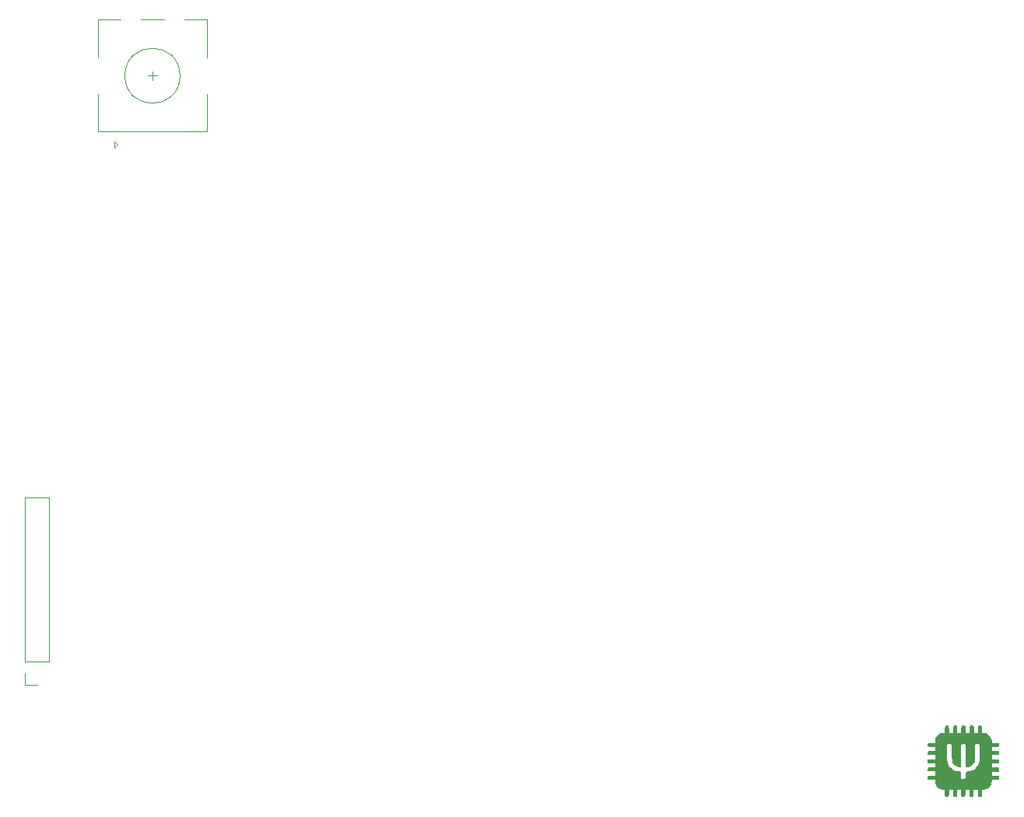
<source format=gto>
G04 #@! TF.GenerationSoftware,KiCad,Pcbnew,(6.99.0-1912-g359c99991b)*
G04 #@! TF.CreationDate,2022-07-11T13:53:33+07:00*
G04 #@! TF.ProjectId,lazulipad,6c617a75-6c69-4706-9164-2e6b69636164,1*
G04 #@! TF.SameCoordinates,Original*
G04 #@! TF.FileFunction,Legend,Top*
G04 #@! TF.FilePolarity,Positive*
%FSLAX46Y46*%
G04 Gerber Fmt 4.6, Leading zero omitted, Abs format (unit mm)*
G04 Created by KiCad (PCBNEW (6.99.0-1912-g359c99991b)) date 2022-07-11 13:53:33*
%MOMM*%
%LPD*%
G01*
G04 APERTURE LIST*
%ADD10C,0.120000*%
%ADD11C,0.100000*%
%ADD12C,0.008000*%
%ADD13C,0.125000*%
%ADD14R,1.700000X1.700000*%
%ADD15O,1.700000X1.700000*%
%ADD16C,1.700000*%
%ADD17R,2.000000X3.200000*%
%ADD18R,2.000000X2.000000*%
%ADD19C,2.000000*%
%ADD20C,1.750000*%
%ADD21C,3.987800*%
%ADD22C,3.300000*%
%ADD23C,0.650000*%
%ADD24O,1.000000X1.600000*%
%ADD25O,1.000000X2.100000*%
G04 #@! TA.AperFunction,Profile*
%ADD26C,0.100000*%
G04 #@! TD*
G04 APERTURE END LIST*
D10*
X4774000Y-77530000D02*
X4774000Y-59690000D01*
X4774000Y-77530000D02*
X2114000Y-77530000D01*
X4774000Y-59690000D02*
X2114000Y-59690000D01*
X3444000Y-80130000D02*
X2114000Y-80130000D01*
X2114000Y-80130000D02*
X2114000Y-78800000D01*
X2114000Y-77530000D02*
X2114000Y-59690000D01*
G36*
X100387266Y-87718703D02*
G01*
X100381505Y-87714219D01*
X100353539Y-87650339D01*
X100342570Y-87551800D01*
X100348596Y-87448860D01*
X100371618Y-87371779D01*
X100381505Y-87358552D01*
X100439204Y-87337463D01*
X100560840Y-87323996D01*
X100743645Y-87318429D01*
X100784147Y-87318288D01*
X101146525Y-87318288D01*
X101146525Y-86848539D01*
X100784147Y-86848539D01*
X100590276Y-86844471D01*
X100457060Y-86832452D01*
X100387266Y-86812759D01*
X100381505Y-86808274D01*
X100353539Y-86744395D01*
X100342570Y-86645855D01*
X100348596Y-86542915D01*
X100371618Y-86465834D01*
X100381505Y-86452607D01*
X100439184Y-86431477D01*
X100560445Y-86417992D01*
X100742164Y-86412468D01*
X100779553Y-86412343D01*
X101137337Y-86412343D01*
X101154292Y-86201118D01*
X101189171Y-85992013D01*
X101263730Y-85817413D01*
X101389414Y-85651758D01*
X101410261Y-85629381D01*
X101591609Y-85477557D01*
X101796269Y-85384582D01*
X102009540Y-85346356D01*
X102220237Y-85329443D01*
X102220237Y-84971659D01*
X102224350Y-84779786D01*
X102236479Y-84647829D01*
X102256307Y-84578913D01*
X102260501Y-84573611D01*
X102324380Y-84545646D01*
X102422920Y-84534676D01*
X102525860Y-84540703D01*
X102602941Y-84563725D01*
X102616168Y-84573611D01*
X102637257Y-84631310D01*
X102650724Y-84752946D01*
X102656290Y-84935752D01*
X102656432Y-84976253D01*
X102656432Y-85338631D01*
X103126181Y-85338631D01*
X103126181Y-84976253D01*
X103130249Y-84782382D01*
X103142268Y-84649166D01*
X103161961Y-84579372D01*
X103166445Y-84573611D01*
X103230325Y-84545646D01*
X103328864Y-84534676D01*
X103431804Y-84540703D01*
X103508885Y-84563725D01*
X103522112Y-84573611D01*
X103543202Y-84631310D01*
X103556668Y-84752946D01*
X103562235Y-84935752D01*
X103562377Y-84976253D01*
X103562377Y-85338631D01*
X103998572Y-85338631D01*
X103998572Y-84976253D01*
X104002640Y-84782382D01*
X104014659Y-84649166D01*
X104034352Y-84579372D01*
X104038836Y-84573611D01*
X104100769Y-84547037D01*
X104199815Y-84535158D01*
X104307610Y-84537973D01*
X104395787Y-84555483D01*
X104428057Y-84573611D01*
X104449146Y-84631310D01*
X104462613Y-84752946D01*
X104468179Y-84935752D01*
X104468321Y-84976253D01*
X104468321Y-85338631D01*
X104904517Y-85338631D01*
X104904517Y-84976253D01*
X104908584Y-84782382D01*
X104920603Y-84649166D01*
X104940296Y-84579372D01*
X104944781Y-84573611D01*
X105006714Y-84547037D01*
X105105760Y-84535158D01*
X105213554Y-84537973D01*
X105301731Y-84555483D01*
X105334001Y-84573611D01*
X105355091Y-84631310D01*
X105368557Y-84752946D01*
X105374124Y-84935752D01*
X105374266Y-84976253D01*
X105374266Y-85338631D01*
X105810461Y-85338631D01*
X105810461Y-84976253D01*
X105814529Y-84782382D01*
X105826548Y-84649166D01*
X105846241Y-84579372D01*
X105850725Y-84573611D01*
X105914605Y-84545646D01*
X106013145Y-84534676D01*
X106116084Y-84540703D01*
X106193165Y-84563725D01*
X106206392Y-84573611D01*
X106227523Y-84631291D01*
X106241008Y-84752552D01*
X106246532Y-84934271D01*
X106246657Y-84971659D01*
X106246657Y-85329443D01*
X106457882Y-85346399D01*
X106709064Y-85394577D01*
X106919669Y-85496044D01*
X107091030Y-85651681D01*
X107216855Y-85846824D01*
X107285114Y-86006730D01*
X107316150Y-86148347D01*
X107320369Y-86233158D01*
X107320369Y-86412343D01*
X107682746Y-86412343D01*
X107876618Y-86416411D01*
X108009834Y-86428430D01*
X108079627Y-86448123D01*
X108085388Y-86452607D01*
X108113354Y-86516487D01*
X108124323Y-86615026D01*
X108118297Y-86717966D01*
X108095275Y-86795047D01*
X108085388Y-86808274D01*
X108027689Y-86829364D01*
X107906053Y-86842830D01*
X107723248Y-86848397D01*
X107682746Y-86848539D01*
X107320369Y-86848539D01*
X107320369Y-87318288D01*
X107682746Y-87318288D01*
X107876618Y-87322355D01*
X108009834Y-87334374D01*
X108079627Y-87354067D01*
X108085388Y-87358552D01*
X108113354Y-87422432D01*
X108124323Y-87520971D01*
X108118297Y-87623911D01*
X108095275Y-87700992D01*
X108085388Y-87714219D01*
X108027689Y-87735308D01*
X107906053Y-87748775D01*
X107723248Y-87754341D01*
X107682746Y-87754483D01*
X107320369Y-87754483D01*
X107320369Y-88190679D01*
X107682746Y-88190679D01*
X107876618Y-88194746D01*
X108009834Y-88206765D01*
X108079627Y-88226458D01*
X108085388Y-88230943D01*
X108109776Y-88287075D01*
X108124083Y-88381385D01*
X108125653Y-88425553D01*
X108117372Y-88527321D01*
X108096501Y-88603035D01*
X108085388Y-88620163D01*
X108027689Y-88641253D01*
X107906053Y-88654719D01*
X107723248Y-88660286D01*
X107682746Y-88660428D01*
X107320369Y-88660428D01*
X107320369Y-89096623D01*
X107682746Y-89096623D01*
X107876618Y-89100691D01*
X108009834Y-89112710D01*
X108079627Y-89132403D01*
X108085388Y-89136887D01*
X108109776Y-89193019D01*
X108124083Y-89287329D01*
X108125653Y-89331498D01*
X108117372Y-89433265D01*
X108096501Y-89508979D01*
X108085388Y-89526108D01*
X108027689Y-89547197D01*
X107906053Y-89560664D01*
X107723248Y-89566230D01*
X107682746Y-89566372D01*
X107320369Y-89566372D01*
X107320369Y-90002568D01*
X107682746Y-90002568D01*
X107876618Y-90006635D01*
X108009834Y-90018654D01*
X108079627Y-90038347D01*
X108085388Y-90042832D01*
X108111036Y-90100206D01*
X108124871Y-90192917D01*
X108125653Y-90220665D01*
X108116367Y-90317581D01*
X108093281Y-90387934D01*
X108085388Y-90398499D01*
X108027689Y-90419588D01*
X107906053Y-90433055D01*
X107723248Y-90438621D01*
X107682746Y-90438763D01*
X107320369Y-90438763D01*
X107320369Y-90617948D01*
X107306904Y-90763052D01*
X107260972Y-90908693D01*
X107216855Y-91004282D01*
X107080955Y-91211325D01*
X106907057Y-91363377D01*
X106693829Y-91461318D01*
X106457882Y-91504708D01*
X106246657Y-91521663D01*
X106246657Y-91879447D01*
X106242543Y-92071320D01*
X106230415Y-92203277D01*
X106210586Y-92272193D01*
X106206392Y-92277495D01*
X106149019Y-92303143D01*
X106056308Y-92316977D01*
X106028559Y-92317759D01*
X105931643Y-92308474D01*
X105861290Y-92285388D01*
X105850725Y-92277495D01*
X105829636Y-92219796D01*
X105816170Y-92098160D01*
X105810603Y-91915355D01*
X105810461Y-91874853D01*
X105810461Y-91512475D01*
X105340712Y-91512475D01*
X105340712Y-91874853D01*
X105336644Y-92068724D01*
X105324626Y-92201940D01*
X105304932Y-92271734D01*
X105300448Y-92277495D01*
X105236568Y-92305460D01*
X105138029Y-92316430D01*
X105035089Y-92310404D01*
X104958008Y-92287381D01*
X104944781Y-92277495D01*
X104923692Y-92219796D01*
X104910225Y-92098160D01*
X104904658Y-91915355D01*
X104904517Y-91874853D01*
X104904517Y-91512475D01*
X104434768Y-91512475D01*
X104434768Y-91874853D01*
X104430700Y-92068724D01*
X104418681Y-92201940D01*
X104398988Y-92271734D01*
X104394503Y-92277495D01*
X104337130Y-92303143D01*
X104244419Y-92316977D01*
X104216670Y-92317759D01*
X104119754Y-92308474D01*
X104049401Y-92285388D01*
X104038836Y-92277495D01*
X104017747Y-92219796D01*
X104004281Y-92098160D01*
X103998714Y-91915355D01*
X103998572Y-91874853D01*
X103998572Y-91512475D01*
X103562377Y-91512475D01*
X103562377Y-91874853D01*
X103558309Y-92068724D01*
X103546290Y-92201940D01*
X103526597Y-92271734D01*
X103522112Y-92277495D01*
X103458233Y-92305460D01*
X103359693Y-92316430D01*
X103256753Y-92310404D01*
X103179672Y-92287381D01*
X103166445Y-92277495D01*
X103145356Y-92219796D01*
X103131890Y-92098160D01*
X103126323Y-91915355D01*
X103126181Y-91874853D01*
X103126181Y-91512475D01*
X102656432Y-91512475D01*
X102656432Y-91874853D01*
X102652364Y-92068724D01*
X102640345Y-92201940D01*
X102620652Y-92271734D01*
X102616168Y-92277495D01*
X102558794Y-92303143D01*
X102466083Y-92316977D01*
X102438334Y-92317759D01*
X102341418Y-92308474D01*
X102271065Y-92285388D01*
X102260501Y-92277495D01*
X102239371Y-92219816D01*
X102225885Y-92098554D01*
X102220361Y-91916835D01*
X102220237Y-91879447D01*
X102220237Y-91521663D01*
X102009540Y-91504750D01*
X101762023Y-91454084D01*
X101548010Y-91348350D01*
X101373762Y-91193808D01*
X101245536Y-90996716D01*
X101169594Y-90763334D01*
X101154250Y-90649459D01*
X101137337Y-90438763D01*
X100779553Y-90438763D01*
X100587679Y-90434650D01*
X100455723Y-90422521D01*
X100386806Y-90402693D01*
X100381505Y-90398499D01*
X100353539Y-90334619D01*
X100342570Y-90236080D01*
X100348596Y-90133140D01*
X100371618Y-90056059D01*
X100381505Y-90042832D01*
X100439204Y-90021743D01*
X100560840Y-90008276D01*
X100743645Y-90002710D01*
X100784147Y-90002568D01*
X101146525Y-90002568D01*
X101146525Y-89532819D01*
X100784147Y-89532819D01*
X100590276Y-89528751D01*
X100457060Y-89516732D01*
X100387266Y-89497039D01*
X100381505Y-89492554D01*
X100353539Y-89428675D01*
X100342570Y-89330135D01*
X100348596Y-89227195D01*
X100371618Y-89150114D01*
X100381505Y-89136887D01*
X100439204Y-89115798D01*
X100560840Y-89102332D01*
X100743645Y-89096765D01*
X100784147Y-89096623D01*
X101146525Y-89096623D01*
X101146525Y-88660428D01*
X100784147Y-88660428D01*
X100590276Y-88656360D01*
X100457060Y-88644341D01*
X100387266Y-88624648D01*
X100381505Y-88620163D01*
X100354931Y-88558230D01*
X100343051Y-88459184D01*
X100345867Y-88351390D01*
X100363377Y-88263213D01*
X100381505Y-88230943D01*
X100439204Y-88209854D01*
X100560840Y-88196387D01*
X100743645Y-88190820D01*
X100784147Y-88190679D01*
X101146525Y-88190679D01*
X101146525Y-87754483D01*
X100784147Y-87754483D01*
X100590276Y-87750415D01*
X100578681Y-87749369D01*
X102460301Y-87749369D01*
X102464846Y-88036509D01*
X102477572Y-88273444D01*
X102500207Y-88468541D01*
X102534483Y-88630167D01*
X102582130Y-88766690D01*
X102644878Y-88886479D01*
X102724458Y-88997899D01*
X102812774Y-89098872D01*
X102996402Y-89257990D01*
X103215591Y-89388893D01*
X103450203Y-89482290D01*
X103680097Y-89528890D01*
X103752565Y-89532420D01*
X103845876Y-89535686D01*
X103906901Y-89552494D01*
X103942516Y-89594622D01*
X103959599Y-89673845D01*
X103965025Y-89801938D01*
X103965532Y-89897109D01*
X103968186Y-90040464D01*
X103974891Y-90159627D01*
X103984479Y-90237854D01*
X103990698Y-90257576D01*
X104059003Y-90306958D01*
X104168242Y-90332955D01*
X104295552Y-90332996D01*
X104415807Y-90305380D01*
X104454119Y-90288328D01*
X104478948Y-90263451D01*
X104493216Y-90217663D01*
X104499849Y-90137877D01*
X104501768Y-90011010D01*
X104501875Y-89920154D01*
X104500568Y-89763743D01*
X104504065Y-89660196D01*
X104523489Y-89596591D01*
X104569966Y-89560002D01*
X104654618Y-89537508D01*
X104788571Y-89516184D01*
X104859275Y-89504951D01*
X105129952Y-89430562D01*
X105380500Y-89304190D01*
X105598853Y-89134531D01*
X105772946Y-88930281D01*
X105854425Y-88787845D01*
X105902786Y-88675410D01*
X105940527Y-88560535D01*
X105968706Y-88433491D01*
X105988384Y-88284547D01*
X106000618Y-88103973D01*
X106006469Y-87882038D01*
X106006996Y-87609013D01*
X106005045Y-87404286D01*
X105995005Y-86601117D01*
X105881167Y-86571637D01*
X105762295Y-86558985D01*
X105646292Y-86570727D01*
X105525256Y-86599297D01*
X105505616Y-87487260D01*
X105497989Y-87766822D01*
X105488405Y-88012642D01*
X105477304Y-88217202D01*
X105465125Y-88372986D01*
X105452307Y-88472477D01*
X105446595Y-88496432D01*
X105348128Y-88695427D01*
X105197937Y-88863439D01*
X105007737Y-88991375D01*
X104789239Y-89070147D01*
X104685670Y-89087042D01*
X104501875Y-89106012D01*
X104501875Y-87861818D01*
X104501171Y-87506525D01*
X104498991Y-87214929D01*
X104495234Y-86983637D01*
X104489797Y-86809251D01*
X104482580Y-86688377D01*
X104473480Y-86617621D01*
X104463913Y-86594163D01*
X104394721Y-86574910D01*
X104288638Y-86568246D01*
X104172310Y-86573192D01*
X104072385Y-86588766D01*
X104019138Y-86610519D01*
X104004900Y-86628329D01*
X103993364Y-86660063D01*
X103984254Y-86712223D01*
X103977293Y-86791312D01*
X103972204Y-86903832D01*
X103968710Y-87056285D01*
X103966534Y-87255173D01*
X103965398Y-87506999D01*
X103965026Y-87818265D01*
X103965019Y-87880723D01*
X103965019Y-89106012D01*
X103781223Y-89087042D01*
X103545496Y-89030937D01*
X103340498Y-88918056D01*
X103173725Y-88754579D01*
X103052671Y-88546686D01*
X103021132Y-88460265D01*
X103010215Y-88394885D01*
X102998886Y-88272900D01*
X102987766Y-88104803D01*
X102977472Y-87901087D01*
X102968622Y-87672247D01*
X102962832Y-87471350D01*
X102941637Y-86601030D01*
X102835766Y-86573658D01*
X102729647Y-86562240D01*
X102612092Y-86570919D01*
X102600891Y-86573071D01*
X102471888Y-86599856D01*
X102462204Y-87403656D01*
X102460301Y-87749369D01*
X100578681Y-87749369D01*
X100457060Y-87738397D01*
X100387266Y-87718703D01*
G37*
X11887000Y-21562500D02*
X11887000Y-20962500D01*
X12187000Y-21262500D02*
X11887000Y-21562500D01*
X11887000Y-20962500D02*
X12187000Y-21262500D01*
X10087000Y-19862500D02*
X21887000Y-19862500D01*
X10087000Y-15762500D02*
X10087000Y-19862500D01*
X21887000Y-15762500D02*
X21887000Y-19862500D01*
X15987000Y-14262500D02*
X15987000Y-13262500D01*
X15487000Y-13762500D02*
X16487000Y-13762500D01*
X10087000Y-11762500D02*
X10087000Y-7662500D01*
X10087000Y-7662500D02*
X12487000Y-7662500D01*
X14687000Y-7662500D02*
X17287000Y-7662500D01*
X19487000Y-7662500D02*
X21887000Y-7662500D01*
X21887000Y-7662500D02*
X21887000Y-11762500D01*
X18987000Y-13762500D02*
G75*
G03*
X18987000Y-13762500I-3000000J0D01*
G01*
%LPC*%
D11*
G36*
X25329641Y-88292692D02*
G01*
X25352065Y-88320432D01*
X25370862Y-88347915D01*
X25386257Y-88375154D01*
X25398474Y-88402164D01*
X25407740Y-88428961D01*
X25414278Y-88455557D01*
X25418314Y-88481969D01*
X25420074Y-88508210D01*
X25419781Y-88534295D01*
X25417662Y-88560239D01*
X25413940Y-88586056D01*
X25408842Y-88611760D01*
X25402592Y-88637367D01*
X25387536Y-88688344D01*
X25353505Y-88789764D01*
X25338129Y-88840439D01*
X25326248Y-88891246D01*
X25322180Y-88916736D01*
X25319660Y-88942301D01*
X25318915Y-88967958D01*
X25320168Y-88993721D01*
X25323644Y-89019603D01*
X25329570Y-89045621D01*
X25338169Y-89071787D01*
X25349667Y-89098117D01*
X25931751Y-89038586D01*
X25936505Y-89051265D01*
X25940609Y-89063507D01*
X25944077Y-89075319D01*
X25946926Y-89086707D01*
X25949171Y-89097677D01*
X25950828Y-89108233D01*
X25951913Y-89118383D01*
X25952442Y-89128131D01*
X25952430Y-89137484D01*
X25951894Y-89146448D01*
X25950848Y-89155028D01*
X25949308Y-89163230D01*
X25947291Y-89171060D01*
X25944812Y-89178523D01*
X25941887Y-89185627D01*
X25938531Y-89192375D01*
X25934760Y-89198775D01*
X25930591Y-89204832D01*
X25926039Y-89210551D01*
X25921118Y-89215940D01*
X25915847Y-89221002D01*
X25910239Y-89225745D01*
X25904311Y-89230174D01*
X25898079Y-89234295D01*
X25884763Y-89241636D01*
X25870419Y-89247814D01*
X25855171Y-89252875D01*
X25839147Y-89256867D01*
X25777456Y-89269980D01*
X25715454Y-89282396D01*
X25653205Y-89293912D01*
X25590770Y-89304327D01*
X25528210Y-89313440D01*
X25465589Y-89321050D01*
X25402967Y-89326954D01*
X25340408Y-89330951D01*
X25307544Y-89331763D01*
X25292121Y-89331467D01*
X25277358Y-89330692D01*
X25263243Y-89329434D01*
X25249768Y-89327684D01*
X25236922Y-89325435D01*
X25224694Y-89322683D01*
X25213075Y-89319418D01*
X25202054Y-89315635D01*
X25191621Y-89311327D01*
X25181766Y-89306487D01*
X25172479Y-89301108D01*
X25163750Y-89295184D01*
X25155568Y-89288708D01*
X25147923Y-89281672D01*
X25140806Y-89274071D01*
X25134205Y-89265897D01*
X25128111Y-89257143D01*
X25122514Y-89247803D01*
X25117403Y-89237871D01*
X25112768Y-89227338D01*
X25108600Y-89216199D01*
X25104887Y-89204447D01*
X25101620Y-89192074D01*
X25098789Y-89179075D01*
X25096382Y-89165442D01*
X25094392Y-89151169D01*
X25091615Y-89120673D01*
X25090376Y-89087534D01*
X25091228Y-89035709D01*
X25094211Y-88984352D01*
X25099225Y-88933375D01*
X25106169Y-88882689D01*
X25114942Y-88832204D01*
X25125444Y-88781832D01*
X25137574Y-88731483D01*
X25151231Y-88681068D01*
X25166314Y-88630498D01*
X25182722Y-88579684D01*
X25219113Y-88476967D01*
X25259596Y-88372203D01*
X25303365Y-88264680D01*
X25329641Y-88292692D01*
G37*
X25329641Y-88292692D02*
X25352065Y-88320432D01*
X25370862Y-88347915D01*
X25386257Y-88375154D01*
X25398474Y-88402164D01*
X25407740Y-88428961D01*
X25414278Y-88455557D01*
X25418314Y-88481969D01*
X25420074Y-88508210D01*
X25419781Y-88534295D01*
X25417662Y-88560239D01*
X25413940Y-88586056D01*
X25408842Y-88611760D01*
X25402592Y-88637367D01*
X25387536Y-88688344D01*
X25353505Y-88789764D01*
X25338129Y-88840439D01*
X25326248Y-88891246D01*
X25322180Y-88916736D01*
X25319660Y-88942301D01*
X25318915Y-88967958D01*
X25320168Y-88993721D01*
X25323644Y-89019603D01*
X25329570Y-89045621D01*
X25338169Y-89071787D01*
X25349667Y-89098117D01*
X25931751Y-89038586D01*
X25936505Y-89051265D01*
X25940609Y-89063507D01*
X25944077Y-89075319D01*
X25946926Y-89086707D01*
X25949171Y-89097677D01*
X25950828Y-89108233D01*
X25951913Y-89118383D01*
X25952442Y-89128131D01*
X25952430Y-89137484D01*
X25951894Y-89146448D01*
X25950848Y-89155028D01*
X25949308Y-89163230D01*
X25947291Y-89171060D01*
X25944812Y-89178523D01*
X25941887Y-89185627D01*
X25938531Y-89192375D01*
X25934760Y-89198775D01*
X25930591Y-89204832D01*
X25926039Y-89210551D01*
X25921118Y-89215940D01*
X25915847Y-89221002D01*
X25910239Y-89225745D01*
X25904311Y-89230174D01*
X25898079Y-89234295D01*
X25884763Y-89241636D01*
X25870419Y-89247814D01*
X25855171Y-89252875D01*
X25839147Y-89256867D01*
X25777456Y-89269980D01*
X25715454Y-89282396D01*
X25653205Y-89293912D01*
X25590770Y-89304327D01*
X25528210Y-89313440D01*
X25465589Y-89321050D01*
X25402967Y-89326954D01*
X25340408Y-89330951D01*
X25307544Y-89331763D01*
X25292121Y-89331467D01*
X25277358Y-89330692D01*
X25263243Y-89329434D01*
X25249768Y-89327684D01*
X25236922Y-89325435D01*
X25224694Y-89322683D01*
X25213075Y-89319418D01*
X25202054Y-89315635D01*
X25191621Y-89311327D01*
X25181766Y-89306487D01*
X25172479Y-89301108D01*
X25163750Y-89295184D01*
X25155568Y-89288708D01*
X25147923Y-89281672D01*
X25140806Y-89274071D01*
X25134205Y-89265897D01*
X25128111Y-89257143D01*
X25122514Y-89247803D01*
X25117403Y-89237871D01*
X25112768Y-89227338D01*
X25108600Y-89216199D01*
X25104887Y-89204447D01*
X25101620Y-89192074D01*
X25098789Y-89179075D01*
X25096382Y-89165442D01*
X25094392Y-89151169D01*
X25091615Y-89120673D01*
X25090376Y-89087534D01*
X25091228Y-89035709D01*
X25094211Y-88984352D01*
X25099225Y-88933375D01*
X25106169Y-88882689D01*
X25114942Y-88832204D01*
X25125444Y-88781832D01*
X25137574Y-88731483D01*
X25151231Y-88681068D01*
X25166314Y-88630498D01*
X25182722Y-88579684D01*
X25219113Y-88476967D01*
X25259596Y-88372203D01*
X25303365Y-88264680D01*
X25329641Y-88292692D01*
G36*
X20855253Y-90725473D02*
G01*
X20852806Y-90746327D01*
X20850949Y-90767460D01*
X20849602Y-90789632D01*
X20848690Y-90813602D01*
X20848135Y-90840130D01*
X20847858Y-90869975D01*
X20847784Y-90903898D01*
X20847784Y-91108951D01*
X21134856Y-91108951D01*
X21166678Y-91108765D01*
X21196703Y-91108206D01*
X21224990Y-91107276D01*
X21251604Y-91105974D01*
X21276605Y-91104300D01*
X21300055Y-91102253D01*
X21322017Y-91099835D01*
X21342554Y-91097044D01*
X21342554Y-91299451D01*
X21320824Y-91296660D01*
X21298195Y-91294242D01*
X21274512Y-91292195D01*
X21249619Y-91290521D01*
X21223362Y-91289219D01*
X21195586Y-91288288D01*
X21166136Y-91287730D01*
X21134856Y-91287544D01*
X20210138Y-91287544D01*
X20210138Y-91311357D01*
X20209954Y-91333929D01*
X20209414Y-91356501D01*
X20208533Y-91379818D01*
X20207326Y-91404622D01*
X20199554Y-91533607D01*
X20778991Y-91533607D01*
X20831619Y-91533317D01*
X20854847Y-91532909D01*
X20876556Y-91532284D01*
X20897149Y-91531411D01*
X20917029Y-91530258D01*
X20936599Y-91528796D01*
X20956261Y-91526993D01*
X20954021Y-91546374D01*
X20952230Y-91565956D01*
X20950843Y-91585942D01*
X20949812Y-91606533D01*
X20949092Y-91627929D01*
X20948635Y-91650334D01*
X20948325Y-91698971D01*
X20948325Y-92076003D01*
X20948676Y-92141342D01*
X20949232Y-92169648D01*
X20950144Y-92195892D01*
X20951490Y-92220710D01*
X20953347Y-92244736D01*
X20955794Y-92268608D01*
X20958908Y-92292961D01*
X20735335Y-92292961D01*
X20737689Y-92269962D01*
X20739779Y-92247134D01*
X20741590Y-92223779D01*
X20743107Y-92199199D01*
X20744313Y-92172697D01*
X20745194Y-92143575D01*
X20745734Y-92111135D01*
X20745918Y-92074680D01*
X20745918Y-91713523D01*
X20181034Y-91713523D01*
X20181034Y-91712201D01*
X20174219Y-91756220D01*
X20166639Y-91798573D01*
X20158241Y-91839391D01*
X20148973Y-91878806D01*
X20138783Y-91916949D01*
X20127618Y-91953954D01*
X20115426Y-91989950D01*
X20102154Y-92025071D01*
X20087751Y-92059447D01*
X20072164Y-92093211D01*
X20055340Y-92126494D01*
X20037228Y-92159429D01*
X20017775Y-92192147D01*
X19996928Y-92224779D01*
X19974636Y-92257458D01*
X19950846Y-92290315D01*
X19942102Y-92278285D01*
X19933232Y-92266508D01*
X19924235Y-92254986D01*
X19915107Y-92243723D01*
X19905847Y-92232725D01*
X19896454Y-92221993D01*
X19886926Y-92211533D01*
X19877259Y-92201349D01*
X19867453Y-92191443D01*
X19857506Y-92181820D01*
X19847415Y-92172484D01*
X19837179Y-92163439D01*
X19826795Y-92154688D01*
X19816263Y-92146236D01*
X19805579Y-92138086D01*
X19794742Y-92130242D01*
X19808153Y-92115156D01*
X19821105Y-92099655D01*
X19833603Y-92083728D01*
X19845654Y-92067362D01*
X19857262Y-92050547D01*
X19868435Y-92033271D01*
X19879178Y-92015522D01*
X19889496Y-91997289D01*
X19899395Y-91978559D01*
X19908882Y-91959322D01*
X19917962Y-91939566D01*
X19926641Y-91919278D01*
X19934924Y-91898448D01*
X19942818Y-91877064D01*
X19950328Y-91855114D01*
X19957461Y-91832586D01*
X19964496Y-91807757D01*
X19971204Y-91780985D01*
X19977567Y-91752402D01*
X19983568Y-91722143D01*
X19994412Y-91657132D01*
X20003598Y-91587020D01*
X20010985Y-91512877D01*
X20016434Y-91435773D01*
X20019806Y-91356778D01*
X20020961Y-91276961D01*
X20020961Y-90939617D01*
X20020610Y-90867808D01*
X20020054Y-90840879D01*
X20019142Y-90817578D01*
X20017796Y-90796138D01*
X20015939Y-90774790D01*
X20013492Y-90751768D01*
X20010378Y-90725305D01*
X20222044Y-90725305D01*
X20219254Y-90752027D01*
X20216836Y-90777849D01*
X20214789Y-90803114D01*
X20213115Y-90828162D01*
X20211813Y-90853333D01*
X20210883Y-90878970D01*
X20210325Y-90905413D01*
X20210139Y-90933003D01*
X20210139Y-91108951D01*
X20651992Y-91108951D01*
X20651992Y-90903898D01*
X20651809Y-90871223D01*
X20651269Y-90842176D01*
X20650388Y-90816043D01*
X20649181Y-90792112D01*
X20647665Y-90769669D01*
X20645853Y-90748001D01*
X20641408Y-90704138D01*
X20858366Y-90704138D01*
X20855253Y-90725473D01*
G37*
X20855253Y-90725473D02*
X20852806Y-90746327D01*
X20850949Y-90767460D01*
X20849602Y-90789632D01*
X20848690Y-90813602D01*
X20848135Y-90840130D01*
X20847858Y-90869975D01*
X20847784Y-90903898D01*
X20847784Y-91108951D01*
X21134856Y-91108951D01*
X21166678Y-91108765D01*
X21196703Y-91108206D01*
X21224990Y-91107276D01*
X21251604Y-91105974D01*
X21276605Y-91104300D01*
X21300055Y-91102253D01*
X21322017Y-91099835D01*
X21342554Y-91097044D01*
X21342554Y-91299451D01*
X21320824Y-91296660D01*
X21298195Y-91294242D01*
X21274512Y-91292195D01*
X21249619Y-91290521D01*
X21223362Y-91289219D01*
X21195586Y-91288288D01*
X21166136Y-91287730D01*
X21134856Y-91287544D01*
X20210138Y-91287544D01*
X20210138Y-91311357D01*
X20209954Y-91333929D01*
X20209414Y-91356501D01*
X20208533Y-91379818D01*
X20207326Y-91404622D01*
X20199554Y-91533607D01*
X20778991Y-91533607D01*
X20831619Y-91533317D01*
X20854847Y-91532909D01*
X20876556Y-91532284D01*
X20897149Y-91531411D01*
X20917029Y-91530258D01*
X20936599Y-91528796D01*
X20956261Y-91526993D01*
X20954021Y-91546374D01*
X20952230Y-91565956D01*
X20950843Y-91585942D01*
X20949812Y-91606533D01*
X20949092Y-91627929D01*
X20948635Y-91650334D01*
X20948325Y-91698971D01*
X20948325Y-92076003D01*
X20948676Y-92141342D01*
X20949232Y-92169648D01*
X20950144Y-92195892D01*
X20951490Y-92220710D01*
X20953347Y-92244736D01*
X20955794Y-92268608D01*
X20958908Y-92292961D01*
X20735335Y-92292961D01*
X20737689Y-92269962D01*
X20739779Y-92247134D01*
X20741590Y-92223779D01*
X20743107Y-92199199D01*
X20744313Y-92172697D01*
X20745194Y-92143575D01*
X20745734Y-92111135D01*
X20745918Y-92074680D01*
X20745918Y-91713523D01*
X20181034Y-91713523D01*
X20181034Y-91712201D01*
X20174219Y-91756220D01*
X20166639Y-91798573D01*
X20158241Y-91839391D01*
X20148973Y-91878806D01*
X20138783Y-91916949D01*
X20127618Y-91953954D01*
X20115426Y-91989950D01*
X20102154Y-92025071D01*
X20087751Y-92059447D01*
X20072164Y-92093211D01*
X20055340Y-92126494D01*
X20037228Y-92159429D01*
X20017775Y-92192147D01*
X19996928Y-92224779D01*
X19974636Y-92257458D01*
X19950846Y-92290315D01*
X19942102Y-92278285D01*
X19933232Y-92266508D01*
X19924235Y-92254986D01*
X19915107Y-92243723D01*
X19905847Y-92232725D01*
X19896454Y-92221993D01*
X19886926Y-92211533D01*
X19877259Y-92201349D01*
X19867453Y-92191443D01*
X19857506Y-92181820D01*
X19847415Y-92172484D01*
X19837179Y-92163439D01*
X19826795Y-92154688D01*
X19816263Y-92146236D01*
X19805579Y-92138086D01*
X19794742Y-92130242D01*
X19808153Y-92115156D01*
X19821105Y-92099655D01*
X19833603Y-92083728D01*
X19845654Y-92067362D01*
X19857262Y-92050547D01*
X19868435Y-92033271D01*
X19879178Y-92015522D01*
X19889496Y-91997289D01*
X19899395Y-91978559D01*
X19908882Y-91959322D01*
X19917962Y-91939566D01*
X19926641Y-91919278D01*
X19934924Y-91898448D01*
X19942818Y-91877064D01*
X19950328Y-91855114D01*
X19957461Y-91832586D01*
X19964496Y-91807757D01*
X19971204Y-91780985D01*
X19977567Y-91752402D01*
X19983568Y-91722143D01*
X19994412Y-91657132D01*
X20003598Y-91587020D01*
X20010985Y-91512877D01*
X20016434Y-91435773D01*
X20019806Y-91356778D01*
X20020961Y-91276961D01*
X20020961Y-90939617D01*
X20020610Y-90867808D01*
X20020054Y-90840879D01*
X20019142Y-90817578D01*
X20017796Y-90796138D01*
X20015939Y-90774790D01*
X20013492Y-90751768D01*
X20010378Y-90725305D01*
X20222044Y-90725305D01*
X20219254Y-90752027D01*
X20216836Y-90777849D01*
X20214789Y-90803114D01*
X20213115Y-90828162D01*
X20211813Y-90853333D01*
X20210883Y-90878970D01*
X20210325Y-90905413D01*
X20210139Y-90933003D01*
X20210139Y-91108951D01*
X20651992Y-91108951D01*
X20651992Y-90903898D01*
X20651809Y-90871223D01*
X20651269Y-90842176D01*
X20650388Y-90816043D01*
X20649181Y-90792112D01*
X20647665Y-90769669D01*
X20645853Y-90748001D01*
X20641408Y-90704138D01*
X20858366Y-90704138D01*
X20855253Y-90725473D01*
G36*
X27220747Y-88220292D02*
G01*
X27231353Y-88221316D01*
X27241512Y-88222764D01*
X27251229Y-88224626D01*
X27260509Y-88226892D01*
X27269357Y-88229555D01*
X27277778Y-88232604D01*
X27285777Y-88236031D01*
X27293360Y-88239825D01*
X27300531Y-88243979D01*
X27307296Y-88248483D01*
X27313659Y-88253327D01*
X27319626Y-88258502D01*
X27325202Y-88264000D01*
X27330392Y-88269811D01*
X27335200Y-88275925D01*
X27339633Y-88282334D01*
X27343695Y-88289028D01*
X27347391Y-88295999D01*
X27350726Y-88303236D01*
X27353706Y-88310731D01*
X27356335Y-88318475D01*
X27358619Y-88326458D01*
X27360563Y-88334671D01*
X27362171Y-88343105D01*
X27363449Y-88351750D01*
X27364402Y-88360599D01*
X27365036Y-88369640D01*
X27365362Y-88388266D01*
X27364470Y-88407555D01*
X27343489Y-88673461D01*
X27320649Y-88939368D01*
X27271866Y-89471180D01*
X27271673Y-89472666D01*
X27271340Y-89474150D01*
X27270868Y-89475642D01*
X27270259Y-89477146D01*
X27269512Y-89478671D01*
X27268628Y-89480223D01*
X27267607Y-89481810D01*
X27266450Y-89483438D01*
X27265158Y-89485114D01*
X27263730Y-89486846D01*
X27260471Y-89490504D01*
X27256677Y-89494469D01*
X27252353Y-89498796D01*
X27242126Y-89508762D01*
X27229822Y-89520851D01*
X27222900Y-89527833D01*
X27215471Y-89535515D01*
X27207538Y-89543952D01*
X27199105Y-89553201D01*
X27190619Y-89539913D01*
X27181631Y-89526833D01*
X27172290Y-89513950D01*
X27162746Y-89501256D01*
X27143644Y-89476392D01*
X27125518Y-89452163D01*
X27117195Y-89440263D01*
X27109563Y-89428493D01*
X27102772Y-89416843D01*
X27096972Y-89405303D01*
X27094490Y-89399571D01*
X27092311Y-89393864D01*
X27090454Y-89388179D01*
X27088939Y-89382516D01*
X27087782Y-89376873D01*
X27087004Y-89371250D01*
X27086623Y-89365644D01*
X27086657Y-89360055D01*
X27101458Y-89085446D01*
X27120723Y-88811210D01*
X27164710Y-88263357D01*
X27164786Y-88261880D01*
X27165011Y-88260425D01*
X27165379Y-88258990D01*
X27165883Y-88257575D01*
X27166516Y-88256176D01*
X27167273Y-88254794D01*
X27168148Y-88253426D01*
X27169133Y-88252071D01*
X27170223Y-88250728D01*
X27171411Y-88249395D01*
X27172692Y-88248071D01*
X27174058Y-88246753D01*
X27177022Y-88244135D01*
X27180254Y-88241529D01*
X27183703Y-88238923D01*
X27187318Y-88236305D01*
X27194847Y-88230987D01*
X27198660Y-88228264D01*
X27202439Y-88225484D01*
X27206131Y-88222633D01*
X27209689Y-88219701D01*
X27220747Y-88220292D01*
G37*
X27220747Y-88220292D02*
X27231353Y-88221316D01*
X27241512Y-88222764D01*
X27251229Y-88224626D01*
X27260509Y-88226892D01*
X27269357Y-88229555D01*
X27277778Y-88232604D01*
X27285777Y-88236031D01*
X27293360Y-88239825D01*
X27300531Y-88243979D01*
X27307296Y-88248483D01*
X27313659Y-88253327D01*
X27319626Y-88258502D01*
X27325202Y-88264000D01*
X27330392Y-88269811D01*
X27335200Y-88275925D01*
X27339633Y-88282334D01*
X27343695Y-88289028D01*
X27347391Y-88295999D01*
X27350726Y-88303236D01*
X27353706Y-88310731D01*
X27356335Y-88318475D01*
X27358619Y-88326458D01*
X27360563Y-88334671D01*
X27362171Y-88343105D01*
X27363449Y-88351750D01*
X27364402Y-88360599D01*
X27365036Y-88369640D01*
X27365362Y-88388266D01*
X27364470Y-88407555D01*
X27343489Y-88673461D01*
X27320649Y-88939368D01*
X27271866Y-89471180D01*
X27271673Y-89472666D01*
X27271340Y-89474150D01*
X27270868Y-89475642D01*
X27270259Y-89477146D01*
X27269512Y-89478671D01*
X27268628Y-89480223D01*
X27267607Y-89481810D01*
X27266450Y-89483438D01*
X27265158Y-89485114D01*
X27263730Y-89486846D01*
X27260471Y-89490504D01*
X27256677Y-89494469D01*
X27252353Y-89498796D01*
X27242126Y-89508762D01*
X27229822Y-89520851D01*
X27222900Y-89527833D01*
X27215471Y-89535515D01*
X27207538Y-89543952D01*
X27199105Y-89553201D01*
X27190619Y-89539913D01*
X27181631Y-89526833D01*
X27172290Y-89513950D01*
X27162746Y-89501256D01*
X27143644Y-89476392D01*
X27125518Y-89452163D01*
X27117195Y-89440263D01*
X27109563Y-89428493D01*
X27102772Y-89416843D01*
X27096972Y-89405303D01*
X27094490Y-89399571D01*
X27092311Y-89393864D01*
X27090454Y-89388179D01*
X27088939Y-89382516D01*
X27087782Y-89376873D01*
X27087004Y-89371250D01*
X27086623Y-89365644D01*
X27086657Y-89360055D01*
X27101458Y-89085446D01*
X27120723Y-88811210D01*
X27164710Y-88263357D01*
X27164786Y-88261880D01*
X27165011Y-88260425D01*
X27165379Y-88258990D01*
X27165883Y-88257575D01*
X27166516Y-88256176D01*
X27167273Y-88254794D01*
X27168148Y-88253426D01*
X27169133Y-88252071D01*
X27170223Y-88250728D01*
X27171411Y-88249395D01*
X27172692Y-88248071D01*
X27174058Y-88246753D01*
X27177022Y-88244135D01*
X27180254Y-88241529D01*
X27183703Y-88238923D01*
X27187318Y-88236305D01*
X27194847Y-88230987D01*
X27198660Y-88228264D01*
X27202439Y-88225484D01*
X27206131Y-88222633D01*
X27209689Y-88219701D01*
X27220747Y-88220292D01*
G36*
X10836075Y-87996299D02*
G01*
X10852584Y-87998293D01*
X10868295Y-88000776D01*
X10883221Y-88003735D01*
X10897379Y-88007159D01*
X10910784Y-88011037D01*
X10923451Y-88015356D01*
X10935396Y-88020106D01*
X10946633Y-88025274D01*
X10957179Y-88030850D01*
X10967047Y-88036820D01*
X10976254Y-88043174D01*
X10984815Y-88049901D01*
X10992744Y-88056988D01*
X11000058Y-88064423D01*
X11006772Y-88072196D01*
X11012900Y-88080294D01*
X11018458Y-88088706D01*
X11023461Y-88097421D01*
X11027925Y-88106426D01*
X11031865Y-88115711D01*
X11035296Y-88125262D01*
X11038233Y-88135070D01*
X11040692Y-88145122D01*
X11042688Y-88155406D01*
X11044235Y-88165911D01*
X11046048Y-88187538D01*
X11046253Y-88209908D01*
X11044971Y-88232930D01*
X11038199Y-88303755D01*
X11029985Y-88374379D01*
X11020623Y-88444848D01*
X11010410Y-88515208D01*
X10966919Y-88796493D01*
X10956707Y-88864147D01*
X10945752Y-88933911D01*
X10920617Y-89090180D01*
X11354533Y-89090180D01*
X11352924Y-89103811D01*
X11350836Y-89116690D01*
X11348286Y-89128840D01*
X11345291Y-89140285D01*
X11341869Y-89151048D01*
X11338037Y-89161152D01*
X11333812Y-89170621D01*
X11329212Y-89179477D01*
X11324253Y-89187744D01*
X11318952Y-89195445D01*
X11313328Y-89202603D01*
X11307397Y-89209243D01*
X11301176Y-89215386D01*
X11294682Y-89221056D01*
X11287933Y-89226276D01*
X11280946Y-89231071D01*
X11273738Y-89235462D01*
X11266326Y-89239473D01*
X11258728Y-89243128D01*
X11250961Y-89246450D01*
X11234987Y-89252186D01*
X11218542Y-89256868D01*
X11201763Y-89260681D01*
X11184789Y-89263813D01*
X11150804Y-89268774D01*
X11108523Y-89274453D01*
X11066055Y-89279481D01*
X11023463Y-89283703D01*
X10980809Y-89286964D01*
X10938156Y-89289108D01*
X10895564Y-89289982D01*
X10853096Y-89289429D01*
X10810815Y-89287295D01*
X10808162Y-89286942D01*
X10805420Y-89286145D01*
X10802601Y-89284927D01*
X10799717Y-89283308D01*
X10796780Y-89281310D01*
X10793801Y-89278955D01*
X10790793Y-89276264D01*
X10787767Y-89273259D01*
X10784735Y-89269962D01*
X10781709Y-89266393D01*
X10775724Y-89258529D01*
X10769905Y-89249839D01*
X10764347Y-89240497D01*
X10759146Y-89230673D01*
X10754397Y-89220542D01*
X10750194Y-89210275D01*
X10746632Y-89200044D01*
X10745122Y-89194997D01*
X10743807Y-89190023D01*
X10742701Y-89185145D01*
X10741814Y-89180384D01*
X10741158Y-89175761D01*
X10740746Y-89171299D01*
X10740590Y-89167018D01*
X10740700Y-89162941D01*
X10757919Y-88873263D01*
X10777246Y-88582842D01*
X10818752Y-87994805D01*
X10836075Y-87996299D01*
G37*
X10836075Y-87996299D02*
X10852584Y-87998293D01*
X10868295Y-88000776D01*
X10883221Y-88003735D01*
X10897379Y-88007159D01*
X10910784Y-88011037D01*
X10923451Y-88015356D01*
X10935396Y-88020106D01*
X10946633Y-88025274D01*
X10957179Y-88030850D01*
X10967047Y-88036820D01*
X10976254Y-88043174D01*
X10984815Y-88049901D01*
X10992744Y-88056988D01*
X11000058Y-88064423D01*
X11006772Y-88072196D01*
X11012900Y-88080294D01*
X11018458Y-88088706D01*
X11023461Y-88097421D01*
X11027925Y-88106426D01*
X11031865Y-88115711D01*
X11035296Y-88125262D01*
X11038233Y-88135070D01*
X11040692Y-88145122D01*
X11042688Y-88155406D01*
X11044235Y-88165911D01*
X11046048Y-88187538D01*
X11046253Y-88209908D01*
X11044971Y-88232930D01*
X11038199Y-88303755D01*
X11029985Y-88374379D01*
X11020623Y-88444848D01*
X11010410Y-88515208D01*
X10966919Y-88796493D01*
X10956707Y-88864147D01*
X10945752Y-88933911D01*
X10920617Y-89090180D01*
X11354533Y-89090180D01*
X11352924Y-89103811D01*
X11350836Y-89116690D01*
X11348286Y-89128840D01*
X11345291Y-89140285D01*
X11341869Y-89151048D01*
X11338037Y-89161152D01*
X11333812Y-89170621D01*
X11329212Y-89179477D01*
X11324253Y-89187744D01*
X11318952Y-89195445D01*
X11313328Y-89202603D01*
X11307397Y-89209243D01*
X11301176Y-89215386D01*
X11294682Y-89221056D01*
X11287933Y-89226276D01*
X11280946Y-89231071D01*
X11273738Y-89235462D01*
X11266326Y-89239473D01*
X11258728Y-89243128D01*
X11250961Y-89246450D01*
X11234987Y-89252186D01*
X11218542Y-89256868D01*
X11201763Y-89260681D01*
X11184789Y-89263813D01*
X11150804Y-89268774D01*
X11108523Y-89274453D01*
X11066055Y-89279481D01*
X11023463Y-89283703D01*
X10980809Y-89286964D01*
X10938156Y-89289108D01*
X10895564Y-89289982D01*
X10853096Y-89289429D01*
X10810815Y-89287295D01*
X10808162Y-89286942D01*
X10805420Y-89286145D01*
X10802601Y-89284927D01*
X10799717Y-89283308D01*
X10796780Y-89281310D01*
X10793801Y-89278955D01*
X10790793Y-89276264D01*
X10787767Y-89273259D01*
X10784735Y-89269962D01*
X10781709Y-89266393D01*
X10775724Y-89258529D01*
X10769905Y-89249839D01*
X10764347Y-89240497D01*
X10759146Y-89230673D01*
X10754397Y-89220542D01*
X10750194Y-89210275D01*
X10746632Y-89200044D01*
X10745122Y-89194997D01*
X10743807Y-89190023D01*
X10742701Y-89185145D01*
X10741814Y-89180384D01*
X10741158Y-89175761D01*
X10740746Y-89171299D01*
X10740590Y-89167018D01*
X10740700Y-89162941D01*
X10757919Y-88873263D01*
X10777246Y-88582842D01*
X10818752Y-87994805D01*
X10836075Y-87996299D01*
G36*
X10834025Y-91277992D02*
G01*
X10858088Y-91280082D01*
X10883113Y-91281893D01*
X10909207Y-91283410D01*
X10936479Y-91284616D01*
X10965038Y-91285498D01*
X10994992Y-91286038D01*
X11026450Y-91286221D01*
X11387606Y-91286221D01*
X11393745Y-91217533D01*
X11395676Y-91190390D01*
X11397032Y-91163355D01*
X11397954Y-91132910D01*
X11398582Y-91095535D01*
X11399513Y-90985919D01*
X10972211Y-90985919D01*
X10939383Y-90986102D01*
X10908276Y-90986642D01*
X10878751Y-90987524D01*
X10850668Y-90988730D01*
X10823886Y-90990247D01*
X10798268Y-90992058D01*
X10773672Y-90994149D01*
X10749961Y-90996502D01*
X10749961Y-90800711D01*
X10772316Y-90803501D01*
X10796593Y-90805920D01*
X10822607Y-90807966D01*
X10850171Y-90809640D01*
X10879100Y-90810943D01*
X10909207Y-90811873D01*
X10940305Y-90812431D01*
X10972211Y-90812617D01*
X12057002Y-90812617D01*
X12088367Y-90812431D01*
X12118910Y-90811873D01*
X12148555Y-90810943D01*
X12177222Y-90809640D01*
X12204835Y-90807966D01*
X12231317Y-90805920D01*
X12256589Y-90803501D01*
X12280575Y-90800711D01*
X12280575Y-90996502D01*
X12256049Y-90994149D01*
X12230966Y-90992058D01*
X12205138Y-90990247D01*
X12178380Y-90988730D01*
X12150505Y-90987524D01*
X12121329Y-90986642D01*
X12090664Y-90986102D01*
X12058325Y-90985919D01*
X11593981Y-90985919D01*
X11591563Y-91097395D01*
X11589516Y-91171293D01*
X11586726Y-91227579D01*
X11582075Y-91286221D01*
X12001440Y-91286221D01*
X12032526Y-91286038D01*
X12062356Y-91285498D01*
X12091039Y-91284616D01*
X12118683Y-91283410D01*
X12145397Y-91281893D01*
X12171290Y-91280082D01*
X12196469Y-91277992D01*
X12221044Y-91275638D01*
X12221044Y-91464815D01*
X12168706Y-91460371D01*
X12142444Y-91458559D01*
X12115872Y-91457043D01*
X12088804Y-91455836D01*
X12061054Y-91454955D01*
X12032435Y-91454415D01*
X12002763Y-91454231D01*
X11626357Y-91454231D01*
X11652786Y-91510063D01*
X11678710Y-91561884D01*
X11703982Y-91608993D01*
X11729084Y-91652008D01*
X11741721Y-91672175D01*
X11754496Y-91691551D01*
X11767468Y-91710214D01*
X11780699Y-91728241D01*
X11794246Y-91745710D01*
X11808172Y-91762699D01*
X11822536Y-91779284D01*
X11837398Y-91795544D01*
X11853796Y-91812749D01*
X11870732Y-91829625D01*
X11888183Y-91846152D01*
X11906128Y-91862311D01*
X11924545Y-91878082D01*
X11943415Y-91893446D01*
X11962714Y-91908383D01*
X11982423Y-91922875D01*
X12002519Y-91936902D01*
X12022981Y-91950445D01*
X12043788Y-91963483D01*
X12064919Y-91975999D01*
X12086352Y-91987971D01*
X12108066Y-91999382D01*
X12130040Y-92010212D01*
X12152252Y-92020440D01*
X12171352Y-92029233D01*
X12189459Y-92036956D01*
X12207318Y-92043904D01*
X12225674Y-92050371D01*
X12245270Y-92056653D01*
X12266850Y-92063043D01*
X12291158Y-92069835D01*
X12318940Y-92077326D01*
X12299073Y-92103092D01*
X12281795Y-92126439D01*
X12273967Y-92137497D01*
X12266594Y-92148298D01*
X12259613Y-92158960D01*
X12252959Y-92169599D01*
X12246569Y-92180331D01*
X12240379Y-92191273D01*
X12234324Y-92202539D01*
X12228341Y-92214248D01*
X12222365Y-92226515D01*
X12216334Y-92239456D01*
X12203846Y-92267826D01*
X12142983Y-92242435D01*
X12084856Y-92215328D01*
X12029380Y-92186430D01*
X11976470Y-92155667D01*
X11926040Y-92122967D01*
X11878005Y-92088255D01*
X11832281Y-92051459D01*
X11788781Y-92012503D01*
X11747420Y-91971315D01*
X11708114Y-91927821D01*
X11670776Y-91881947D01*
X11635323Y-91833620D01*
X11601667Y-91782766D01*
X11569724Y-91729311D01*
X11539410Y-91673182D01*
X11510638Y-91614305D01*
X11499996Y-91643584D01*
X11488884Y-91671927D01*
X11477265Y-91699390D01*
X11465100Y-91726029D01*
X11452355Y-91751901D01*
X11438991Y-91777062D01*
X11424972Y-91801568D01*
X11410261Y-91825475D01*
X11394822Y-91848840D01*
X11378617Y-91871718D01*
X11361610Y-91894166D01*
X11343764Y-91916240D01*
X11325042Y-91937996D01*
X11305407Y-91959490D01*
X11284823Y-91980779D01*
X11263252Y-92001919D01*
X11240676Y-92022752D01*
X11218015Y-92042638D01*
X11195152Y-92061651D01*
X11171971Y-92079868D01*
X11148356Y-92097364D01*
X11124191Y-92114215D01*
X11099359Y-92130496D01*
X11073744Y-92146282D01*
X11047231Y-92161651D01*
X11019701Y-92176676D01*
X10991040Y-92191434D01*
X10961131Y-92206000D01*
X10929858Y-92220449D01*
X10897104Y-92234858D01*
X10862753Y-92249302D01*
X10826690Y-92263857D01*
X10813556Y-92235132D01*
X10800748Y-92209183D01*
X10794374Y-92197108D01*
X10787971Y-92185559D01*
X10781502Y-92174479D01*
X10774931Y-92163811D01*
X10768220Y-92153500D01*
X10761332Y-92143489D01*
X10754231Y-92133723D01*
X10746881Y-92124144D01*
X10739243Y-92114697D01*
X10731282Y-92105326D01*
X10722961Y-92095974D01*
X10714242Y-92086586D01*
X10756319Y-92072561D01*
X10796301Y-92058231D01*
X10834296Y-92043536D01*
X10870408Y-92028419D01*
X10904745Y-92012821D01*
X10937414Y-91996684D01*
X10968521Y-91979951D01*
X10998173Y-91962562D01*
X11026476Y-91944461D01*
X11053536Y-91925588D01*
X11079461Y-91905886D01*
X11104358Y-91885296D01*
X11128331Y-91863760D01*
X11151489Y-91841221D01*
X11173938Y-91817620D01*
X11195783Y-91792898D01*
X11211230Y-91774270D01*
X11225841Y-91755557D01*
X11239650Y-91736704D01*
X11252690Y-91717657D01*
X11264993Y-91698363D01*
X11276592Y-91678766D01*
X11287522Y-91658812D01*
X11297813Y-91638448D01*
X11307500Y-91617618D01*
X11316616Y-91596269D01*
X11325193Y-91574347D01*
X11333263Y-91551797D01*
X11340862Y-91528564D01*
X11348020Y-91504595D01*
X11354771Y-91479836D01*
X11361148Y-91454231D01*
X11625731Y-91454231D01*
X11626357Y-91454231D01*
X11625731Y-91452909D01*
X11625731Y-91454231D01*
X11361148Y-91454231D01*
X11027773Y-91454231D01*
X10998863Y-91454415D01*
X10970619Y-91454955D01*
X10942964Y-91455836D01*
X10915821Y-91457043D01*
X10889112Y-91458559D01*
X10862760Y-91460371D01*
X10810815Y-91464815D01*
X10810815Y-91275638D01*
X10834025Y-91277992D01*
G37*
X10834025Y-91277992D02*
X10858088Y-91280082D01*
X10883113Y-91281893D01*
X10909207Y-91283410D01*
X10936479Y-91284616D01*
X10965038Y-91285498D01*
X10994992Y-91286038D01*
X11026450Y-91286221D01*
X11387606Y-91286221D01*
X11393745Y-91217533D01*
X11395676Y-91190390D01*
X11397032Y-91163355D01*
X11397954Y-91132910D01*
X11398582Y-91095535D01*
X11399513Y-90985919D01*
X10972211Y-90985919D01*
X10939383Y-90986102D01*
X10908276Y-90986642D01*
X10878751Y-90987524D01*
X10850668Y-90988730D01*
X10823886Y-90990247D01*
X10798268Y-90992058D01*
X10773672Y-90994149D01*
X10749961Y-90996502D01*
X10749961Y-90800711D01*
X10772316Y-90803501D01*
X10796593Y-90805920D01*
X10822607Y-90807966D01*
X10850171Y-90809640D01*
X10879100Y-90810943D01*
X10909207Y-90811873D01*
X10940305Y-90812431D01*
X10972211Y-90812617D01*
X12057002Y-90812617D01*
X12088367Y-90812431D01*
X12118910Y-90811873D01*
X12148555Y-90810943D01*
X12177222Y-90809640D01*
X12204835Y-90807966D01*
X12231317Y-90805920D01*
X12256589Y-90803501D01*
X12280575Y-90800711D01*
X12280575Y-90996502D01*
X12256049Y-90994149D01*
X12230966Y-90992058D01*
X12205138Y-90990247D01*
X12178380Y-90988730D01*
X12150505Y-90987524D01*
X12121329Y-90986642D01*
X12090664Y-90986102D01*
X12058325Y-90985919D01*
X11593981Y-90985919D01*
X11591563Y-91097395D01*
X11589516Y-91171293D01*
X11586726Y-91227579D01*
X11582075Y-91286221D01*
X12001440Y-91286221D01*
X12032526Y-91286038D01*
X12062356Y-91285498D01*
X12091039Y-91284616D01*
X12118683Y-91283410D01*
X12145397Y-91281893D01*
X12171290Y-91280082D01*
X12196469Y-91277992D01*
X12221044Y-91275638D01*
X12221044Y-91464815D01*
X12168706Y-91460371D01*
X12142444Y-91458559D01*
X12115872Y-91457043D01*
X12088804Y-91455836D01*
X12061054Y-91454955D01*
X12032435Y-91454415D01*
X12002763Y-91454231D01*
X11626357Y-91454231D01*
X11652786Y-91510063D01*
X11678710Y-91561884D01*
X11703982Y-91608993D01*
X11729084Y-91652008D01*
X11741721Y-91672175D01*
X11754496Y-91691551D01*
X11767468Y-91710214D01*
X11780699Y-91728241D01*
X11794246Y-91745710D01*
X11808172Y-91762699D01*
X11822536Y-91779284D01*
X11837398Y-91795544D01*
X11853796Y-91812749D01*
X11870732Y-91829625D01*
X11888183Y-91846152D01*
X11906128Y-91862311D01*
X11924545Y-91878082D01*
X11943415Y-91893446D01*
X11962714Y-91908383D01*
X11982423Y-91922875D01*
X12002519Y-91936902D01*
X12022981Y-91950445D01*
X12043788Y-91963483D01*
X12064919Y-91975999D01*
X12086352Y-91987971D01*
X12108066Y-91999382D01*
X12130040Y-92010212D01*
X12152252Y-92020440D01*
X12171352Y-92029233D01*
X12189459Y-92036956D01*
X12207318Y-92043904D01*
X12225674Y-92050371D01*
X12245270Y-92056653D01*
X12266850Y-92063043D01*
X12291158Y-92069835D01*
X12318940Y-92077326D01*
X12299073Y-92103092D01*
X12281795Y-92126439D01*
X12273967Y-92137497D01*
X12266594Y-92148298D01*
X12259613Y-92158960D01*
X12252959Y-92169599D01*
X12246569Y-92180331D01*
X12240379Y-92191273D01*
X12234324Y-92202539D01*
X12228341Y-92214248D01*
X12222365Y-92226515D01*
X12216334Y-92239456D01*
X12203846Y-92267826D01*
X12142983Y-92242435D01*
X12084856Y-92215328D01*
X12029380Y-92186430D01*
X11976470Y-92155667D01*
X11926040Y-92122967D01*
X11878005Y-92088255D01*
X11832281Y-92051459D01*
X11788781Y-92012503D01*
X11747420Y-91971315D01*
X11708114Y-91927821D01*
X11670776Y-91881947D01*
X11635323Y-91833620D01*
X11601667Y-91782766D01*
X11569724Y-91729311D01*
X11539410Y-91673182D01*
X11510638Y-91614305D01*
X11499996Y-91643584D01*
X11488884Y-91671927D01*
X11477265Y-91699390D01*
X11465100Y-91726029D01*
X11452355Y-91751901D01*
X11438991Y-91777062D01*
X11424972Y-91801568D01*
X11410261Y-91825475D01*
X11394822Y-91848840D01*
X11378617Y-91871718D01*
X11361610Y-91894166D01*
X11343764Y-91916240D01*
X11325042Y-91937996D01*
X11305407Y-91959490D01*
X11284823Y-91980779D01*
X11263252Y-92001919D01*
X11240676Y-92022752D01*
X11218015Y-92042638D01*
X11195152Y-92061651D01*
X11171971Y-92079868D01*
X11148356Y-92097364D01*
X11124191Y-92114215D01*
X11099359Y-92130496D01*
X11073744Y-92146282D01*
X11047231Y-92161651D01*
X11019701Y-92176676D01*
X10991040Y-92191434D01*
X10961131Y-92206000D01*
X10929858Y-92220449D01*
X10897104Y-92234858D01*
X10862753Y-92249302D01*
X10826690Y-92263857D01*
X10813556Y-92235132D01*
X10800748Y-92209183D01*
X10794374Y-92197108D01*
X10787971Y-92185559D01*
X10781502Y-92174479D01*
X10774931Y-92163811D01*
X10768220Y-92153500D01*
X10761332Y-92143489D01*
X10754231Y-92133723D01*
X10746881Y-92124144D01*
X10739243Y-92114697D01*
X10731282Y-92105326D01*
X10722961Y-92095974D01*
X10714242Y-92086586D01*
X10756319Y-92072561D01*
X10796301Y-92058231D01*
X10834296Y-92043536D01*
X10870408Y-92028419D01*
X10904745Y-92012821D01*
X10937414Y-91996684D01*
X10968521Y-91979951D01*
X10998173Y-91962562D01*
X11026476Y-91944461D01*
X11053536Y-91925588D01*
X11079461Y-91905886D01*
X11104358Y-91885296D01*
X11128331Y-91863760D01*
X11151489Y-91841221D01*
X11173938Y-91817620D01*
X11195783Y-91792898D01*
X11211230Y-91774270D01*
X11225841Y-91755557D01*
X11239650Y-91736704D01*
X11252690Y-91717657D01*
X11264993Y-91698363D01*
X11276592Y-91678766D01*
X11287522Y-91658812D01*
X11297813Y-91638448D01*
X11307500Y-91617618D01*
X11316616Y-91596269D01*
X11325193Y-91574347D01*
X11333263Y-91551797D01*
X11340862Y-91528564D01*
X11348020Y-91504595D01*
X11354771Y-91479836D01*
X11361148Y-91454231D01*
X11625731Y-91454231D01*
X11626357Y-91454231D01*
X11625731Y-91452909D01*
X11625731Y-91454231D01*
X11361148Y-91454231D01*
X11027773Y-91454231D01*
X10998863Y-91454415D01*
X10970619Y-91454955D01*
X10942964Y-91455836D01*
X10915821Y-91457043D01*
X10889112Y-91458559D01*
X10862760Y-91460371D01*
X10810815Y-91464815D01*
X10810815Y-91275638D01*
X10834025Y-91277992D01*
G36*
X20150183Y-88301587D02*
G01*
X20202889Y-88367785D01*
X20250367Y-88437579D01*
X20292467Y-88510412D01*
X20329041Y-88585725D01*
X20359939Y-88662961D01*
X20385011Y-88741560D01*
X20404109Y-88820966D01*
X20417083Y-88900620D01*
X20423785Y-88979964D01*
X20424064Y-89058440D01*
X20421749Y-89097178D01*
X20417772Y-89135490D01*
X20412116Y-89173305D01*
X20404760Y-89210555D01*
X20395687Y-89247169D01*
X20384878Y-89283078D01*
X20372314Y-89318211D01*
X20357977Y-89352500D01*
X20341847Y-89385874D01*
X20323907Y-89418263D01*
X20188970Y-88986992D01*
X19893960Y-88986992D01*
X19748439Y-89405034D01*
X19735839Y-89403940D01*
X19724063Y-89402403D01*
X19713087Y-89400438D01*
X19702881Y-89398060D01*
X19693420Y-89395284D01*
X19684675Y-89392125D01*
X19676621Y-89388597D01*
X19669229Y-89384715D01*
X19662473Y-89380494D01*
X19656325Y-89375948D01*
X19650759Y-89371093D01*
X19645747Y-89365943D01*
X19641262Y-89360514D01*
X19637278Y-89354818D01*
X19633765Y-89348873D01*
X19630699Y-89342692D01*
X19628051Y-89336289D01*
X19625795Y-89329681D01*
X19623903Y-89322881D01*
X19622348Y-89315905D01*
X19621104Y-89308767D01*
X19620142Y-89301482D01*
X19618958Y-89286530D01*
X19618581Y-89271167D01*
X19618793Y-89255511D01*
X19620116Y-89223794D01*
X19623865Y-89160273D01*
X19631131Y-89096748D01*
X19641897Y-89033277D01*
X19656145Y-88969919D01*
X19673858Y-88906731D01*
X19695019Y-88843771D01*
X19719609Y-88781099D01*
X19747612Y-88718771D01*
X19779011Y-88656847D01*
X19813787Y-88595383D01*
X19851923Y-88534439D01*
X19893402Y-88474073D01*
X19938206Y-88414342D01*
X19986319Y-88355305D01*
X20037721Y-88297020D01*
X20092397Y-88239545D01*
X20150183Y-88301587D01*
G37*
X20150183Y-88301587D02*
X20202889Y-88367785D01*
X20250367Y-88437579D01*
X20292467Y-88510412D01*
X20329041Y-88585725D01*
X20359939Y-88662961D01*
X20385011Y-88741560D01*
X20404109Y-88820966D01*
X20417083Y-88900620D01*
X20423785Y-88979964D01*
X20424064Y-89058440D01*
X20421749Y-89097178D01*
X20417772Y-89135490D01*
X20412116Y-89173305D01*
X20404760Y-89210555D01*
X20395687Y-89247169D01*
X20384878Y-89283078D01*
X20372314Y-89318211D01*
X20357977Y-89352500D01*
X20341847Y-89385874D01*
X20323907Y-89418263D01*
X20188970Y-88986992D01*
X19893960Y-88986992D01*
X19748439Y-89405034D01*
X19735839Y-89403940D01*
X19724063Y-89402403D01*
X19713087Y-89400438D01*
X19702881Y-89398060D01*
X19693420Y-89395284D01*
X19684675Y-89392125D01*
X19676621Y-89388597D01*
X19669229Y-89384715D01*
X19662473Y-89380494D01*
X19656325Y-89375948D01*
X19650759Y-89371093D01*
X19645747Y-89365943D01*
X19641262Y-89360514D01*
X19637278Y-89354818D01*
X19633765Y-89348873D01*
X19630699Y-89342692D01*
X19628051Y-89336289D01*
X19625795Y-89329681D01*
X19623903Y-89322881D01*
X19622348Y-89315905D01*
X19621104Y-89308767D01*
X19620142Y-89301482D01*
X19618958Y-89286530D01*
X19618581Y-89271167D01*
X19618793Y-89255511D01*
X19620116Y-89223794D01*
X19623865Y-89160273D01*
X19631131Y-89096748D01*
X19641897Y-89033277D01*
X19656145Y-88969919D01*
X19673858Y-88906731D01*
X19695019Y-88843771D01*
X19719609Y-88781099D01*
X19747612Y-88718771D01*
X19779011Y-88656847D01*
X19813787Y-88595383D01*
X19851923Y-88534439D01*
X19893402Y-88474073D01*
X19938206Y-88414342D01*
X19986319Y-88355305D01*
X20037721Y-88297020D01*
X20092397Y-88239545D01*
X20150183Y-88301587D01*
D12*
G36*
X5671702Y-88466403D02*
G01*
X8743832Y-88464529D01*
X8743832Y-89023512D01*
X8628132Y-89139267D01*
X8566876Y-89203581D01*
X8509210Y-89270370D01*
X8455183Y-89339513D01*
X8404847Y-89410890D01*
X8358250Y-89484380D01*
X8315442Y-89559862D01*
X8276474Y-89637218D01*
X8241396Y-89716325D01*
X8210258Y-89797064D01*
X8183109Y-89879314D01*
X8160000Y-89962955D01*
X8140980Y-90047867D01*
X8126100Y-90133928D01*
X8115410Y-90221019D01*
X8108959Y-90309020D01*
X8106797Y-90397809D01*
X8108959Y-90486599D01*
X8115410Y-90574601D01*
X8126100Y-90661696D01*
X8140980Y-90747761D01*
X8160000Y-90832677D01*
X8183109Y-90916322D01*
X8210258Y-90998577D01*
X8241396Y-91079319D01*
X8276474Y-91158429D01*
X8315442Y-91235786D01*
X8358250Y-91311269D01*
X8404847Y-91384758D01*
X8455183Y-91456131D01*
X8509210Y-91525268D01*
X8566876Y-91592048D01*
X8628132Y-91656351D01*
X9300661Y-92329000D01*
X8183132Y-92329000D01*
X8069251Y-92215174D01*
X7980804Y-92122304D01*
X7897541Y-92025859D01*
X7819533Y-91926013D01*
X7746853Y-91822941D01*
X7679573Y-91716816D01*
X7617764Y-91607813D01*
X7561499Y-91496106D01*
X7510851Y-91381869D01*
X7465891Y-91265277D01*
X7426692Y-91146503D01*
X7393325Y-91025722D01*
X7365863Y-90903108D01*
X7344378Y-90778835D01*
X7328943Y-90653077D01*
X7319628Y-90526009D01*
X7316508Y-90397805D01*
X7317584Y-90322424D01*
X7320806Y-90247410D01*
X7326156Y-90172798D01*
X7333622Y-90098623D01*
X7343189Y-90024920D01*
X7354841Y-89951725D01*
X7368565Y-89879073D01*
X7384347Y-89806999D01*
X7402171Y-89735539D01*
X7422023Y-89664727D01*
X7443888Y-89594601D01*
X7467753Y-89525193D01*
X7493602Y-89456541D01*
X7521421Y-89388679D01*
X7551196Y-89321643D01*
X7582911Y-89255468D01*
X5671702Y-89256625D01*
X5671702Y-92329037D01*
X4881536Y-92329037D01*
X4881536Y-85390886D01*
X5671702Y-85390886D01*
X5671702Y-88466403D01*
G37*
X5671702Y-88466403D02*
X8743832Y-88464529D01*
X8743832Y-89023512D01*
X8628132Y-89139267D01*
X8566876Y-89203581D01*
X8509210Y-89270370D01*
X8455183Y-89339513D01*
X8404847Y-89410890D01*
X8358250Y-89484380D01*
X8315442Y-89559862D01*
X8276474Y-89637218D01*
X8241396Y-89716325D01*
X8210258Y-89797064D01*
X8183109Y-89879314D01*
X8160000Y-89962955D01*
X8140980Y-90047867D01*
X8126100Y-90133928D01*
X8115410Y-90221019D01*
X8108959Y-90309020D01*
X8106797Y-90397809D01*
X8108959Y-90486599D01*
X8115410Y-90574601D01*
X8126100Y-90661696D01*
X8140980Y-90747761D01*
X8160000Y-90832677D01*
X8183109Y-90916322D01*
X8210258Y-90998577D01*
X8241396Y-91079319D01*
X8276474Y-91158429D01*
X8315442Y-91235786D01*
X8358250Y-91311269D01*
X8404847Y-91384758D01*
X8455183Y-91456131D01*
X8509210Y-91525268D01*
X8566876Y-91592048D01*
X8628132Y-91656351D01*
X9300661Y-92329000D01*
X8183132Y-92329000D01*
X8069251Y-92215174D01*
X7980804Y-92122304D01*
X7897541Y-92025859D01*
X7819533Y-91926013D01*
X7746853Y-91822941D01*
X7679573Y-91716816D01*
X7617764Y-91607813D01*
X7561499Y-91496106D01*
X7510851Y-91381869D01*
X7465891Y-91265277D01*
X7426692Y-91146503D01*
X7393325Y-91025722D01*
X7365863Y-90903108D01*
X7344378Y-90778835D01*
X7328943Y-90653077D01*
X7319628Y-90526009D01*
X7316508Y-90397805D01*
X7317584Y-90322424D01*
X7320806Y-90247410D01*
X7326156Y-90172798D01*
X7333622Y-90098623D01*
X7343189Y-90024920D01*
X7354841Y-89951725D01*
X7368565Y-89879073D01*
X7384347Y-89806999D01*
X7402171Y-89735539D01*
X7422023Y-89664727D01*
X7443888Y-89594601D01*
X7467753Y-89525193D01*
X7493602Y-89456541D01*
X7521421Y-89388679D01*
X7551196Y-89321643D01*
X7582911Y-89255468D01*
X5671702Y-89256625D01*
X5671702Y-92329037D01*
X4881536Y-92329037D01*
X4881536Y-85390886D01*
X5671702Y-85390886D01*
X5671702Y-88466403D01*
D11*
G36*
X14435606Y-91810096D02*
G01*
X14415300Y-91807743D01*
X14393955Y-91805652D01*
X14371401Y-91803841D01*
X14347467Y-91802324D01*
X14321983Y-91801118D01*
X14294778Y-91800237D01*
X14265681Y-91799697D01*
X14234523Y-91799513D01*
X13890565Y-91799513D01*
X13890565Y-92052190D01*
X14365492Y-92052190D01*
X14398570Y-92052007D01*
X14430191Y-92051467D01*
X14460137Y-92050586D01*
X14488192Y-92049379D01*
X14514139Y-92047862D01*
X14537760Y-92046051D01*
X14558839Y-92043961D01*
X14577158Y-92041607D01*
X14577158Y-92232106D01*
X14554878Y-92229753D01*
X14531621Y-92227662D01*
X14507279Y-92225851D01*
X14481743Y-92224334D01*
X14454905Y-92223128D01*
X14426656Y-92222246D01*
X14396888Y-92221706D01*
X14365492Y-92221523D01*
X13251596Y-92221523D01*
X13219763Y-92221706D01*
X13189667Y-92222246D01*
X13161183Y-92223127D01*
X13134187Y-92224334D01*
X13108556Y-92225851D01*
X13084164Y-92227662D01*
X13060889Y-92229752D01*
X13038606Y-92232106D01*
X13038606Y-92041607D01*
X13055735Y-92043581D01*
X13077653Y-92045493D01*
X13103323Y-92047281D01*
X13131707Y-92048883D01*
X13161764Y-92050237D01*
X13192457Y-92051281D01*
X13222748Y-92051952D01*
X13251596Y-92052190D01*
X13700065Y-92052190D01*
X13700065Y-91799513D01*
X13377273Y-91799513D01*
X13344709Y-91799697D01*
X13315199Y-91800237D01*
X13288325Y-91801118D01*
X13263667Y-91802324D01*
X13240808Y-91803841D01*
X13219329Y-91805652D01*
X13198811Y-91807743D01*
X13178835Y-91810096D01*
X13178835Y-91616951D01*
X13198398Y-91619305D01*
X13217758Y-91621395D01*
X13237460Y-91623206D01*
X13258045Y-91624723D01*
X13280057Y-91625930D01*
X13304037Y-91626811D01*
X13330529Y-91627351D01*
X13360075Y-91627534D01*
X14233200Y-91627534D01*
X14262950Y-91627351D01*
X14291615Y-91626811D01*
X14319102Y-91625930D01*
X14345317Y-91624723D01*
X14370168Y-91623206D01*
X14393562Y-91621395D01*
X14415406Y-91619305D01*
X14435606Y-91616951D01*
X14435606Y-91810096D01*
G37*
X14435606Y-91810096D02*
X14415300Y-91807743D01*
X14393955Y-91805652D01*
X14371401Y-91803841D01*
X14347467Y-91802324D01*
X14321983Y-91801118D01*
X14294778Y-91800237D01*
X14265681Y-91799697D01*
X14234523Y-91799513D01*
X13890565Y-91799513D01*
X13890565Y-92052190D01*
X14365492Y-92052190D01*
X14398570Y-92052007D01*
X14430191Y-92051467D01*
X14460137Y-92050586D01*
X14488192Y-92049379D01*
X14514139Y-92047862D01*
X14537760Y-92046051D01*
X14558839Y-92043961D01*
X14577158Y-92041607D01*
X14577158Y-92232106D01*
X14554878Y-92229753D01*
X14531621Y-92227662D01*
X14507279Y-92225851D01*
X14481743Y-92224334D01*
X14454905Y-92223128D01*
X14426656Y-92222246D01*
X14396888Y-92221706D01*
X14365492Y-92221523D01*
X13251596Y-92221523D01*
X13219763Y-92221706D01*
X13189667Y-92222246D01*
X13161183Y-92223127D01*
X13134187Y-92224334D01*
X13108556Y-92225851D01*
X13084164Y-92227662D01*
X13060889Y-92229752D01*
X13038606Y-92232106D01*
X13038606Y-92041607D01*
X13055735Y-92043581D01*
X13077653Y-92045493D01*
X13103323Y-92047281D01*
X13131707Y-92048883D01*
X13161764Y-92050237D01*
X13192457Y-92051281D01*
X13222748Y-92051952D01*
X13251596Y-92052190D01*
X13700065Y-92052190D01*
X13700065Y-91799513D01*
X13377273Y-91799513D01*
X13344709Y-91799697D01*
X13315199Y-91800237D01*
X13288325Y-91801118D01*
X13263667Y-91802324D01*
X13240808Y-91803841D01*
X13219329Y-91805652D01*
X13198811Y-91807743D01*
X13178835Y-91810096D01*
X13178835Y-91616951D01*
X13198398Y-91619305D01*
X13217758Y-91621395D01*
X13237460Y-91623206D01*
X13258045Y-91624723D01*
X13280057Y-91625930D01*
X13304037Y-91626811D01*
X13330529Y-91627351D01*
X13360075Y-91627534D01*
X14233200Y-91627534D01*
X14262950Y-91627351D01*
X14291615Y-91626811D01*
X14319102Y-91625930D01*
X14345317Y-91624723D01*
X14370168Y-91623206D01*
X14393562Y-91621395D01*
X14415406Y-91619305D01*
X14435606Y-91616951D01*
X14435606Y-91810096D01*
G36*
X13897471Y-90707923D02*
G01*
X13895381Y-90720282D01*
X13893570Y-90733291D01*
X13892053Y-90746968D01*
X13890846Y-90761326D01*
X13889965Y-90776382D01*
X13889425Y-90792151D01*
X13889242Y-90808649D01*
X13889242Y-90866857D01*
X14364169Y-90866857D01*
X14418843Y-90866547D01*
X14443211Y-90866090D01*
X14466199Y-90865369D01*
X14488257Y-90864338D01*
X14509834Y-90862950D01*
X14531381Y-90861160D01*
X14553346Y-90858920D01*
X14551543Y-90873063D01*
X14550080Y-90886990D01*
X14548928Y-90901103D01*
X14548054Y-90915805D01*
X14547429Y-90931499D01*
X14547021Y-90948589D01*
X14546799Y-90967476D01*
X14546731Y-90988565D01*
X14546731Y-91082492D01*
X14546801Y-91100760D01*
X14547041Y-91118004D01*
X14547499Y-91134443D01*
X14548220Y-91150292D01*
X14549251Y-91165769D01*
X14550638Y-91181091D01*
X14552429Y-91196475D01*
X14554669Y-91212138D01*
X14365492Y-91212138D01*
X14365492Y-91034867D01*
X14034763Y-91034867D01*
X14034763Y-91296805D01*
X14034910Y-91302701D01*
X14035103Y-91305426D01*
X14035383Y-91308008D01*
X14035756Y-91310450D01*
X14036228Y-91312757D01*
X14036804Y-91314932D01*
X14037491Y-91316979D01*
X14038294Y-91318902D01*
X14039220Y-91320705D01*
X14040273Y-91322392D01*
X14041460Y-91323966D01*
X14042786Y-91325431D01*
X14044258Y-91326792D01*
X14045881Y-91328053D01*
X14047661Y-91329216D01*
X14049604Y-91330286D01*
X14051715Y-91331268D01*
X14054001Y-91332164D01*
X14056467Y-91332978D01*
X14059119Y-91333715D01*
X14061963Y-91334379D01*
X14065004Y-91334972D01*
X14068249Y-91335500D01*
X14071703Y-91335966D01*
X14075373Y-91336373D01*
X14083380Y-91337030D01*
X14092317Y-91337500D01*
X14102231Y-91337815D01*
X14112877Y-91337836D01*
X14126871Y-91337980D01*
X14144089Y-91338373D01*
X14153869Y-91338701D01*
X14164408Y-91339138D01*
X14172346Y-91339138D01*
X14194546Y-91338898D01*
X14216994Y-91338208D01*
X14238946Y-91337115D01*
X14259658Y-91335665D01*
X14278386Y-91333906D01*
X14294385Y-91331882D01*
X14306911Y-91329642D01*
X14311640Y-91328455D01*
X14315221Y-91327232D01*
X14317283Y-91326444D01*
X14319254Y-91325567D01*
X14321135Y-91324595D01*
X14322928Y-91323524D01*
X14324635Y-91322349D01*
X14326258Y-91321066D01*
X14327798Y-91319671D01*
X14329256Y-91318157D01*
X14330635Y-91316522D01*
X14331936Y-91314760D01*
X14333162Y-91312867D01*
X14334313Y-91310837D01*
X14335391Y-91308668D01*
X14336398Y-91306353D01*
X14337336Y-91303888D01*
X14338206Y-91301269D01*
X14339011Y-91298492D01*
X14339751Y-91295550D01*
X14340429Y-91292441D01*
X14341046Y-91289159D01*
X14341604Y-91285700D01*
X14342104Y-91282058D01*
X14342549Y-91278231D01*
X14342940Y-91274212D01*
X14343278Y-91269997D01*
X14343566Y-91265582D01*
X14343997Y-91256133D01*
X14344245Y-91245827D01*
X14344325Y-91234627D01*
X14366752Y-91244389D01*
X14387816Y-91252941D01*
X14408135Y-91260440D01*
X14418209Y-91263842D01*
X14428330Y-91267039D01*
X14438575Y-91270050D01*
X14449021Y-91272894D01*
X14459747Y-91275591D01*
X14470829Y-91278160D01*
X14494373Y-91282991D01*
X14520273Y-91287544D01*
X14516079Y-91323477D01*
X14513770Y-91339474D01*
X14511281Y-91354248D01*
X14508583Y-91367867D01*
X14505646Y-91380399D01*
X14502441Y-91391911D01*
X14498941Y-91402473D01*
X14495114Y-91412150D01*
X14490933Y-91421011D01*
X14486369Y-91429125D01*
X14481391Y-91436558D01*
X14475972Y-91443379D01*
X14470082Y-91449656D01*
X14463692Y-91455455D01*
X14456773Y-91460846D01*
X14447799Y-91466757D01*
X14438128Y-91472104D01*
X14427588Y-91476912D01*
X14416010Y-91481207D01*
X14403223Y-91485013D01*
X14389056Y-91488356D01*
X14373339Y-91491261D01*
X14355900Y-91493754D01*
X14336571Y-91495859D01*
X14315179Y-91497601D01*
X14291555Y-91499006D01*
X14265529Y-91500100D01*
X14236928Y-91500906D01*
X14205584Y-91501451D01*
X14133981Y-91501857D01*
X14092942Y-91501576D01*
X14056012Y-91500668D01*
X14022988Y-91499031D01*
X13993669Y-91496565D01*
X13967854Y-91493168D01*
X13945341Y-91488741D01*
X13925929Y-91483182D01*
X13917323Y-91479947D01*
X13909416Y-91476390D01*
X13902184Y-91472501D01*
X13895600Y-91468266D01*
X13889641Y-91463672D01*
X13884281Y-91458707D01*
X13879494Y-91453358D01*
X13875255Y-91447613D01*
X13871540Y-91441459D01*
X13868323Y-91434884D01*
X13865579Y-91427874D01*
X13863282Y-91420418D01*
X13859931Y-91404116D01*
X13858068Y-91385875D01*
X13857491Y-91365596D01*
X13857491Y-91033544D01*
X13708002Y-91033544D01*
X13706171Y-91060046D01*
X13703646Y-91085512D01*
X13700415Y-91109990D01*
X13696468Y-91133527D01*
X13691792Y-91156174D01*
X13686376Y-91177977D01*
X13680207Y-91198986D01*
X13673276Y-91219248D01*
X13665569Y-91238813D01*
X13657075Y-91257729D01*
X13647783Y-91276044D01*
X13637681Y-91293807D01*
X13626757Y-91311066D01*
X13615000Y-91327869D01*
X13602398Y-91344266D01*
X13588940Y-91360304D01*
X13577777Y-91372335D01*
X13566114Y-91384119D01*
X13553948Y-91395659D01*
X13541273Y-91406957D01*
X13528087Y-91418015D01*
X13514386Y-91428835D01*
X13500165Y-91439418D01*
X13485421Y-91449766D01*
X13470150Y-91459882D01*
X13454348Y-91469768D01*
X13438011Y-91479424D01*
X13421136Y-91488854D01*
X13403718Y-91498059D01*
X13385753Y-91507042D01*
X13367238Y-91515803D01*
X13348169Y-91524346D01*
X13329568Y-91532014D01*
X13310982Y-91539311D01*
X13291684Y-91546484D01*
X13270944Y-91553781D01*
X13248033Y-91561449D01*
X13222223Y-91569738D01*
X13192786Y-91578895D01*
X13158992Y-91589169D01*
X13148251Y-91567529D01*
X13136812Y-91546277D01*
X13130807Y-91535801D01*
X13124599Y-91525428D01*
X13118177Y-91515160D01*
X13111532Y-91504998D01*
X13104655Y-91494945D01*
X13097536Y-91485002D01*
X13090164Y-91475171D01*
X13082531Y-91465455D01*
X13074627Y-91455855D01*
X13066442Y-91446374D01*
X13057966Y-91437012D01*
X13049190Y-91427773D01*
X13109873Y-91414820D01*
X13163581Y-91401542D01*
X13188118Y-91394679D01*
X13211273Y-91387612D01*
X13233164Y-91380302D01*
X13253911Y-91372706D01*
X13273635Y-91364785D01*
X13292456Y-91356498D01*
X13310495Y-91347804D01*
X13327870Y-91338662D01*
X13344703Y-91329032D01*
X13361114Y-91318873D01*
X13377222Y-91308144D01*
X13393148Y-91296804D01*
X13409764Y-91284066D01*
X13424934Y-91271547D01*
X13438732Y-91259094D01*
X13445140Y-91252845D01*
X13451232Y-91246554D01*
X13457018Y-91240203D01*
X13462508Y-91233773D01*
X13467709Y-91227245D01*
X13472632Y-91220600D01*
X13477285Y-91213817D01*
X13481678Y-91206879D01*
X13485820Y-91199766D01*
X13489721Y-91192459D01*
X13493389Y-91184939D01*
X13496834Y-91177186D01*
X13500064Y-91169183D01*
X13503090Y-91160908D01*
X13505920Y-91152344D01*
X13508563Y-91143471D01*
X13511029Y-91134270D01*
X13513327Y-91124722D01*
X13517455Y-91104507D01*
X13521021Y-91082675D01*
X13524099Y-91059072D01*
X13526763Y-91033544D01*
X13251596Y-91033544D01*
X13251596Y-91262408D01*
X13061096Y-91262408D01*
X13063336Y-91245262D01*
X13065127Y-91228426D01*
X13066514Y-91211714D01*
X13067545Y-91194940D01*
X13068266Y-91177917D01*
X13068723Y-91160461D01*
X13068964Y-91142385D01*
X13069033Y-91123502D01*
X13069033Y-90987242D01*
X13068744Y-90948567D01*
X13068336Y-90931687D01*
X13067710Y-90915970D01*
X13066837Y-90901058D01*
X13065685Y-90886597D01*
X13064222Y-90872228D01*
X13062419Y-90857596D01*
X13084709Y-90859836D01*
X13106302Y-90861627D01*
X13127740Y-90863014D01*
X13149566Y-90864045D01*
X13172322Y-90864766D01*
X13196550Y-90865223D01*
X13251596Y-90865533D01*
X13698742Y-90865533D01*
X13698742Y-90808649D01*
X13698667Y-90792151D01*
X13698390Y-90777126D01*
X13697835Y-90763186D01*
X13696923Y-90749944D01*
X13695576Y-90737012D01*
X13693719Y-90724003D01*
X13691272Y-90710528D01*
X13688158Y-90696201D01*
X13899825Y-90696201D01*
X13897471Y-90707923D01*
G37*
X13897471Y-90707923D02*
X13895381Y-90720282D01*
X13893570Y-90733291D01*
X13892053Y-90746968D01*
X13890846Y-90761326D01*
X13889965Y-90776382D01*
X13889425Y-90792151D01*
X13889242Y-90808649D01*
X13889242Y-90866857D01*
X14364169Y-90866857D01*
X14418843Y-90866547D01*
X14443211Y-90866090D01*
X14466199Y-90865369D01*
X14488257Y-90864338D01*
X14509834Y-90862950D01*
X14531381Y-90861160D01*
X14553346Y-90858920D01*
X14551543Y-90873063D01*
X14550080Y-90886990D01*
X14548928Y-90901103D01*
X14548054Y-90915805D01*
X14547429Y-90931499D01*
X14547021Y-90948589D01*
X14546799Y-90967476D01*
X14546731Y-90988565D01*
X14546731Y-91082492D01*
X14546801Y-91100760D01*
X14547041Y-91118004D01*
X14547499Y-91134443D01*
X14548220Y-91150292D01*
X14549251Y-91165769D01*
X14550638Y-91181091D01*
X14552429Y-91196475D01*
X14554669Y-91212138D01*
X14365492Y-91212138D01*
X14365492Y-91034867D01*
X14034763Y-91034867D01*
X14034763Y-91296805D01*
X14034910Y-91302701D01*
X14035103Y-91305426D01*
X14035383Y-91308008D01*
X14035756Y-91310450D01*
X14036228Y-91312757D01*
X14036804Y-91314932D01*
X14037491Y-91316979D01*
X14038294Y-91318902D01*
X14039220Y-91320705D01*
X14040273Y-91322392D01*
X14041460Y-91323966D01*
X14042786Y-91325431D01*
X14044258Y-91326792D01*
X14045881Y-91328053D01*
X14047661Y-91329216D01*
X14049604Y-91330286D01*
X14051715Y-91331268D01*
X14054001Y-91332164D01*
X14056467Y-91332978D01*
X14059119Y-91333715D01*
X14061963Y-91334379D01*
X14065004Y-91334972D01*
X14068249Y-91335500D01*
X14071703Y-91335966D01*
X14075373Y-91336373D01*
X14083380Y-91337030D01*
X14092317Y-91337500D01*
X14102231Y-91337815D01*
X14112877Y-91337836D01*
X14126871Y-91337980D01*
X14144089Y-91338373D01*
X14153869Y-91338701D01*
X14164408Y-91339138D01*
X14172346Y-91339138D01*
X14194546Y-91338898D01*
X14216994Y-91338208D01*
X14238946Y-91337115D01*
X14259658Y-91335665D01*
X14278386Y-91333906D01*
X14294385Y-91331882D01*
X14306911Y-91329642D01*
X14311640Y-91328455D01*
X14315221Y-91327232D01*
X14317283Y-91326444D01*
X14319254Y-91325567D01*
X14321135Y-91324595D01*
X14322928Y-91323524D01*
X14324635Y-91322349D01*
X14326258Y-91321066D01*
X14327798Y-91319671D01*
X14329256Y-91318157D01*
X14330635Y-91316522D01*
X14331936Y-91314760D01*
X14333162Y-91312867D01*
X14334313Y-91310837D01*
X14335391Y-91308668D01*
X14336398Y-91306353D01*
X14337336Y-91303888D01*
X14338206Y-91301269D01*
X14339011Y-91298492D01*
X14339751Y-91295550D01*
X14340429Y-91292441D01*
X14341046Y-91289159D01*
X14341604Y-91285700D01*
X14342104Y-91282058D01*
X14342549Y-91278231D01*
X14342940Y-91274212D01*
X14343278Y-91269997D01*
X14343566Y-91265582D01*
X14343997Y-91256133D01*
X14344245Y-91245827D01*
X14344325Y-91234627D01*
X14366752Y-91244389D01*
X14387816Y-91252941D01*
X14408135Y-91260440D01*
X14418209Y-91263842D01*
X14428330Y-91267039D01*
X14438575Y-91270050D01*
X14449021Y-91272894D01*
X14459747Y-91275591D01*
X14470829Y-91278160D01*
X14494373Y-91282991D01*
X14520273Y-91287544D01*
X14516079Y-91323477D01*
X14513770Y-91339474D01*
X14511281Y-91354248D01*
X14508583Y-91367867D01*
X14505646Y-91380399D01*
X14502441Y-91391911D01*
X14498941Y-91402473D01*
X14495114Y-91412150D01*
X14490933Y-91421011D01*
X14486369Y-91429125D01*
X14481391Y-91436558D01*
X14475972Y-91443379D01*
X14470082Y-91449656D01*
X14463692Y-91455455D01*
X14456773Y-91460846D01*
X14447799Y-91466757D01*
X14438128Y-91472104D01*
X14427588Y-91476912D01*
X14416010Y-91481207D01*
X14403223Y-91485013D01*
X14389056Y-91488356D01*
X14373339Y-91491261D01*
X14355900Y-91493754D01*
X14336571Y-91495859D01*
X14315179Y-91497601D01*
X14291555Y-91499006D01*
X14265529Y-91500100D01*
X14236928Y-91500906D01*
X14205584Y-91501451D01*
X14133981Y-91501857D01*
X14092942Y-91501576D01*
X14056012Y-91500668D01*
X14022988Y-91499031D01*
X13993669Y-91496565D01*
X13967854Y-91493168D01*
X13945341Y-91488741D01*
X13925929Y-91483182D01*
X13917323Y-91479947D01*
X13909416Y-91476390D01*
X13902184Y-91472501D01*
X13895600Y-91468266D01*
X13889641Y-91463672D01*
X13884281Y-91458707D01*
X13879494Y-91453358D01*
X13875255Y-91447613D01*
X13871540Y-91441459D01*
X13868323Y-91434884D01*
X13865579Y-91427874D01*
X13863282Y-91420418D01*
X13859931Y-91404116D01*
X13858068Y-91385875D01*
X13857491Y-91365596D01*
X13857491Y-91033544D01*
X13708002Y-91033544D01*
X13706171Y-91060046D01*
X13703646Y-91085512D01*
X13700415Y-91109990D01*
X13696468Y-91133527D01*
X13691792Y-91156174D01*
X13686376Y-91177977D01*
X13680207Y-91198986D01*
X13673276Y-91219248D01*
X13665569Y-91238813D01*
X13657075Y-91257729D01*
X13647783Y-91276044D01*
X13637681Y-91293807D01*
X13626757Y-91311066D01*
X13615000Y-91327869D01*
X13602398Y-91344266D01*
X13588940Y-91360304D01*
X13577777Y-91372335D01*
X13566114Y-91384119D01*
X13553948Y-91395659D01*
X13541273Y-91406957D01*
X13528087Y-91418015D01*
X13514386Y-91428835D01*
X13500165Y-91439418D01*
X13485421Y-91449766D01*
X13470150Y-91459882D01*
X13454348Y-91469768D01*
X13438011Y-91479424D01*
X13421136Y-91488854D01*
X13403718Y-91498059D01*
X13385753Y-91507042D01*
X13367238Y-91515803D01*
X13348169Y-91524346D01*
X13329568Y-91532014D01*
X13310982Y-91539311D01*
X13291684Y-91546484D01*
X13270944Y-91553781D01*
X13248033Y-91561449D01*
X13222223Y-91569738D01*
X13192786Y-91578895D01*
X13158992Y-91589169D01*
X13148251Y-91567529D01*
X13136812Y-91546277D01*
X13130807Y-91535801D01*
X13124599Y-91525428D01*
X13118177Y-91515160D01*
X13111532Y-91504998D01*
X13104655Y-91494945D01*
X13097536Y-91485002D01*
X13090164Y-91475171D01*
X13082531Y-91465455D01*
X13074627Y-91455855D01*
X13066442Y-91446374D01*
X13057966Y-91437012D01*
X13049190Y-91427773D01*
X13109873Y-91414820D01*
X13163581Y-91401542D01*
X13188118Y-91394679D01*
X13211273Y-91387612D01*
X13233164Y-91380302D01*
X13253911Y-91372706D01*
X13273635Y-91364785D01*
X13292456Y-91356498D01*
X13310495Y-91347804D01*
X13327870Y-91338662D01*
X13344703Y-91329032D01*
X13361114Y-91318873D01*
X13377222Y-91308144D01*
X13393148Y-91296804D01*
X13409764Y-91284066D01*
X13424934Y-91271547D01*
X13438732Y-91259094D01*
X13445140Y-91252845D01*
X13451232Y-91246554D01*
X13457018Y-91240203D01*
X13462508Y-91233773D01*
X13467709Y-91227245D01*
X13472632Y-91220600D01*
X13477285Y-91213817D01*
X13481678Y-91206879D01*
X13485820Y-91199766D01*
X13489721Y-91192459D01*
X13493389Y-91184939D01*
X13496834Y-91177186D01*
X13500064Y-91169183D01*
X13503090Y-91160908D01*
X13505920Y-91152344D01*
X13508563Y-91143471D01*
X13511029Y-91134270D01*
X13513327Y-91124722D01*
X13517455Y-91104507D01*
X13521021Y-91082675D01*
X13524099Y-91059072D01*
X13526763Y-91033544D01*
X13251596Y-91033544D01*
X13251596Y-91262408D01*
X13061096Y-91262408D01*
X13063336Y-91245262D01*
X13065127Y-91228426D01*
X13066514Y-91211714D01*
X13067545Y-91194940D01*
X13068266Y-91177917D01*
X13068723Y-91160461D01*
X13068964Y-91142385D01*
X13069033Y-91123502D01*
X13069033Y-90987242D01*
X13068744Y-90948567D01*
X13068336Y-90931687D01*
X13067710Y-90915970D01*
X13066837Y-90901058D01*
X13065685Y-90886597D01*
X13064222Y-90872228D01*
X13062419Y-90857596D01*
X13084709Y-90859836D01*
X13106302Y-90861627D01*
X13127740Y-90863014D01*
X13149566Y-90864045D01*
X13172322Y-90864766D01*
X13196550Y-90865223D01*
X13251596Y-90865533D01*
X13698742Y-90865533D01*
X13698742Y-90808649D01*
X13698667Y-90792151D01*
X13698390Y-90777126D01*
X13697835Y-90763186D01*
X13696923Y-90749944D01*
X13695576Y-90737012D01*
X13693719Y-90724003D01*
X13691272Y-90710528D01*
X13688158Y-90696201D01*
X13899825Y-90696201D01*
X13897471Y-90707923D01*
G36*
X15208124Y-88200864D02*
G01*
X15215272Y-88209833D01*
X15222873Y-88218822D01*
X15230782Y-88227824D01*
X15246944Y-88245847D01*
X15254906Y-88254855D01*
X15262594Y-88263853D01*
X15269864Y-88272836D01*
X15276570Y-88281798D01*
X15282567Y-88290732D01*
X15285254Y-88295188D01*
X15287709Y-88299634D01*
X15289914Y-88304071D01*
X15291851Y-88308497D01*
X15293502Y-88312912D01*
X15294848Y-88317315D01*
X15295872Y-88321706D01*
X15296555Y-88326083D01*
X15296878Y-88330446D01*
X15296825Y-88334795D01*
X15291050Y-88417146D01*
X15283865Y-88499498D01*
X15266563Y-88664201D01*
X15229356Y-88993607D01*
X15220096Y-89092061D01*
X15211828Y-89190887D01*
X15196283Y-89389159D01*
X15173008Y-89394368D01*
X15148989Y-89400073D01*
X15124473Y-89406274D01*
X15099710Y-89412972D01*
X15093190Y-89402772D01*
X15086124Y-89392521D01*
X15070895Y-89371899D01*
X15055108Y-89351185D01*
X15039848Y-89330455D01*
X15032755Y-89320108D01*
X15026200Y-89309787D01*
X15020320Y-89299500D01*
X15015250Y-89289258D01*
X15013061Y-89284157D01*
X15011126Y-89279071D01*
X15009460Y-89274000D01*
X15008083Y-89268947D01*
X15007009Y-89263912D01*
X15006256Y-89258897D01*
X15005842Y-89253902D01*
X15005783Y-89248930D01*
X15009959Y-89138797D01*
X15015374Y-89028664D01*
X15028934Y-88808399D01*
X15060023Y-88367868D01*
X15060974Y-88351290D01*
X15061650Y-88342799D01*
X15062107Y-88338599D01*
X15062668Y-88334464D01*
X15063354Y-88330422D01*
X15064183Y-88326501D01*
X15065174Y-88322726D01*
X15066348Y-88319126D01*
X15067723Y-88315728D01*
X15069319Y-88312558D01*
X15071156Y-88309644D01*
X15072170Y-88308292D01*
X15073252Y-88307013D01*
X15088370Y-88291867D01*
X15103906Y-88277124D01*
X15119784Y-88262691D01*
X15135925Y-88248474D01*
X15201575Y-88191920D01*
X15208124Y-88200864D01*
G37*
X15208124Y-88200864D02*
X15215272Y-88209833D01*
X15222873Y-88218822D01*
X15230782Y-88227824D01*
X15246944Y-88245847D01*
X15254906Y-88254855D01*
X15262594Y-88263853D01*
X15269864Y-88272836D01*
X15276570Y-88281798D01*
X15282567Y-88290732D01*
X15285254Y-88295188D01*
X15287709Y-88299634D01*
X15289914Y-88304071D01*
X15291851Y-88308497D01*
X15293502Y-88312912D01*
X15294848Y-88317315D01*
X15295872Y-88321706D01*
X15296555Y-88326083D01*
X15296878Y-88330446D01*
X15296825Y-88334795D01*
X15291050Y-88417146D01*
X15283865Y-88499498D01*
X15266563Y-88664201D01*
X15229356Y-88993607D01*
X15220096Y-89092061D01*
X15211828Y-89190887D01*
X15196283Y-89389159D01*
X15173008Y-89394368D01*
X15148989Y-89400073D01*
X15124473Y-89406274D01*
X15099710Y-89412972D01*
X15093190Y-89402772D01*
X15086124Y-89392521D01*
X15070895Y-89371899D01*
X15055108Y-89351185D01*
X15039848Y-89330455D01*
X15032755Y-89320108D01*
X15026200Y-89309787D01*
X15020320Y-89299500D01*
X15015250Y-89289258D01*
X15013061Y-89284157D01*
X15011126Y-89279071D01*
X15009460Y-89274000D01*
X15008083Y-89268947D01*
X15007009Y-89263912D01*
X15006256Y-89258897D01*
X15005842Y-89253902D01*
X15005783Y-89248930D01*
X15009959Y-89138797D01*
X15015374Y-89028664D01*
X15028934Y-88808399D01*
X15060023Y-88367868D01*
X15060974Y-88351290D01*
X15061650Y-88342799D01*
X15062107Y-88338599D01*
X15062668Y-88334464D01*
X15063354Y-88330422D01*
X15064183Y-88326501D01*
X15065174Y-88322726D01*
X15066348Y-88319126D01*
X15067723Y-88315728D01*
X15069319Y-88312558D01*
X15071156Y-88309644D01*
X15072170Y-88308292D01*
X15073252Y-88307013D01*
X15088370Y-88291867D01*
X15103906Y-88277124D01*
X15119784Y-88262691D01*
X15135925Y-88248474D01*
X15201575Y-88191920D01*
X15208124Y-88200864D01*
G36*
X15335977Y-91557815D02*
G01*
X15338327Y-91522817D01*
X15342218Y-91488191D01*
X15347633Y-91453984D01*
X15354552Y-91420241D01*
X15362955Y-91387011D01*
X15372824Y-91354338D01*
X15384137Y-91322271D01*
X15396878Y-91290854D01*
X15411025Y-91260135D01*
X15426559Y-91230160D01*
X15443462Y-91200976D01*
X15461713Y-91172629D01*
X15481294Y-91145165D01*
X15502185Y-91118632D01*
X15524367Y-91093075D01*
X15552097Y-91064210D01*
X15581193Y-91037151D01*
X15611626Y-91011906D01*
X15643367Y-90988482D01*
X15676388Y-90966888D01*
X15710658Y-90947131D01*
X15746149Y-90929218D01*
X15782832Y-90913158D01*
X15820677Y-90898959D01*
X15859656Y-90886628D01*
X15899740Y-90876172D01*
X15940900Y-90867601D01*
X15983105Y-90860920D01*
X16026329Y-90856139D01*
X16070540Y-90853264D01*
X16115711Y-90852304D01*
X16153980Y-90853037D01*
X16191381Y-90855222D01*
X16227892Y-90858836D01*
X16263490Y-90863859D01*
X16298151Y-90870270D01*
X16331854Y-90878047D01*
X16364576Y-90887169D01*
X16396293Y-90897614D01*
X16426983Y-90909362D01*
X16456623Y-90922391D01*
X16485191Y-90936679D01*
X16512663Y-90952205D01*
X16539017Y-90968949D01*
X16564230Y-90986888D01*
X16588280Y-91006001D01*
X16611143Y-91026268D01*
X16632797Y-91047666D01*
X16653219Y-91070175D01*
X16672386Y-91093772D01*
X16690275Y-91118438D01*
X16706864Y-91144150D01*
X16722130Y-91170887D01*
X16736051Y-91198628D01*
X16748602Y-91227351D01*
X16759763Y-91257036D01*
X16769509Y-91287660D01*
X16777818Y-91319203D01*
X16784667Y-91351643D01*
X16790034Y-91384959D01*
X16793896Y-91419130D01*
X16796230Y-91454134D01*
X16797013Y-91489950D01*
X16795210Y-91545031D01*
X16789848Y-91598584D01*
X16780993Y-91650510D01*
X16768715Y-91700707D01*
X16753080Y-91749075D01*
X16734156Y-91795513D01*
X16712012Y-91839920D01*
X16686715Y-91882195D01*
X16658332Y-91922238D01*
X16626933Y-91959947D01*
X16592584Y-91995223D01*
X16555353Y-92027964D01*
X16515309Y-92058069D01*
X16472518Y-92085438D01*
X16427050Y-92109970D01*
X16378971Y-92131564D01*
X16348764Y-92143698D01*
X16319130Y-92154467D01*
X16289279Y-92164120D01*
X16258420Y-92172905D01*
X16225763Y-92181070D01*
X16190518Y-92188863D01*
X16151892Y-92196532D01*
X16109096Y-92204325D01*
X16098474Y-92172407D01*
X16093292Y-92157993D01*
X16088115Y-92144442D01*
X16082885Y-92131627D01*
X16077540Y-92119423D01*
X16072020Y-92107703D01*
X16066267Y-92096342D01*
X16060218Y-92085213D01*
X16053815Y-92074191D01*
X16046997Y-92063149D01*
X16039705Y-92051962D01*
X16031878Y-92040504D01*
X16023455Y-92028648D01*
X16004586Y-92003241D01*
X16061577Y-91995025D01*
X16113747Y-91986126D01*
X16161483Y-91976359D01*
X16205173Y-91965538D01*
X16225621Y-91959674D01*
X16245204Y-91953477D01*
X16263969Y-91946923D01*
X16281964Y-91939989D01*
X16299238Y-91932653D01*
X16315840Y-91924889D01*
X16331818Y-91916677D01*
X16347221Y-91907991D01*
X16361060Y-91900063D01*
X16374545Y-91891666D01*
X16387670Y-91882811D01*
X16400430Y-91873510D01*
X16412818Y-91863774D01*
X16424830Y-91853614D01*
X16436459Y-91843041D01*
X16447701Y-91832068D01*
X16458549Y-91820705D01*
X16468998Y-91808965D01*
X16479043Y-91796857D01*
X16488678Y-91784394D01*
X16497896Y-91771587D01*
X16506694Y-91758448D01*
X16515065Y-91744987D01*
X16523004Y-91731217D01*
X16530504Y-91717148D01*
X16537561Y-91702792D01*
X16544169Y-91688160D01*
X16550322Y-91673264D01*
X16556015Y-91658115D01*
X16561243Y-91642725D01*
X16565998Y-91627104D01*
X16570277Y-91611265D01*
X16574074Y-91595219D01*
X16577382Y-91578976D01*
X16580196Y-91562549D01*
X16582512Y-91545949D01*
X16584322Y-91529187D01*
X16585622Y-91512274D01*
X16586406Y-91495223D01*
X16586669Y-91478043D01*
X16585803Y-91447414D01*
X16583217Y-91417556D01*
X16578925Y-91388496D01*
X16572944Y-91360262D01*
X16565288Y-91332881D01*
X16555973Y-91306379D01*
X16545015Y-91280785D01*
X16532429Y-91256124D01*
X16518231Y-91232425D01*
X16502437Y-91209714D01*
X16485060Y-91188018D01*
X16466118Y-91167365D01*
X16445626Y-91147781D01*
X16423599Y-91129295D01*
X16400053Y-91111932D01*
X16375003Y-91095721D01*
X16365165Y-91090200D01*
X16355456Y-91085039D01*
X16345821Y-91080227D01*
X16336204Y-91075753D01*
X16326548Y-91071604D01*
X16316797Y-91067769D01*
X16306895Y-91064236D01*
X16296785Y-91060994D01*
X16286412Y-91058031D01*
X16275719Y-91055335D01*
X16264650Y-91052896D01*
X16253149Y-91050700D01*
X16241160Y-91048737D01*
X16228626Y-91046995D01*
X16215492Y-91045462D01*
X16201700Y-91044127D01*
X16188001Y-91144199D01*
X16171728Y-91240953D01*
X16152912Y-91334296D01*
X16131585Y-91424136D01*
X16107778Y-91510378D01*
X16081521Y-91592931D01*
X16052846Y-91671702D01*
X16021783Y-91746596D01*
X16003283Y-91786847D01*
X15984475Y-91824276D01*
X15965330Y-91858915D01*
X15945819Y-91890794D01*
X15925912Y-91919945D01*
X15905581Y-91946398D01*
X15884796Y-91970185D01*
X15863529Y-91991336D01*
X15841751Y-92009882D01*
X15819431Y-92025856D01*
X15796542Y-92039286D01*
X15773054Y-92050205D01*
X15748939Y-92058644D01*
X15724166Y-92064633D01*
X15698707Y-92068204D01*
X15672533Y-92069388D01*
X15654340Y-92068806D01*
X15636479Y-92067077D01*
X15618969Y-92064222D01*
X15601825Y-92060264D01*
X15585062Y-92055226D01*
X15568697Y-92049130D01*
X15552746Y-92041999D01*
X15537224Y-92033855D01*
X15522148Y-92024721D01*
X15507534Y-92014619D01*
X15493397Y-92003572D01*
X15479755Y-91991602D01*
X15466621Y-91978732D01*
X15454014Y-91964984D01*
X15441948Y-91950382D01*
X15430440Y-91934946D01*
X15419505Y-91918701D01*
X15409160Y-91901668D01*
X15399421Y-91883871D01*
X15390303Y-91865331D01*
X15381822Y-91846071D01*
X15373996Y-91826113D01*
X15366838Y-91805481D01*
X15360367Y-91784196D01*
X15354596Y-91762282D01*
X15349544Y-91739760D01*
X15345224Y-91716653D01*
X15341655Y-91692985D01*
X15338850Y-91668776D01*
X15336827Y-91644051D01*
X15335602Y-91618830D01*
X15335232Y-91595784D01*
X15534950Y-91595784D01*
X15535652Y-91621949D01*
X15537712Y-91647282D01*
X15541063Y-91671666D01*
X15545636Y-91694982D01*
X15551365Y-91717112D01*
X15558181Y-91737938D01*
X15566016Y-91757342D01*
X15574803Y-91775205D01*
X15584473Y-91791409D01*
X15594959Y-91805836D01*
X15606193Y-91818368D01*
X15618107Y-91828886D01*
X15624298Y-91833354D01*
X15630634Y-91837273D01*
X15637106Y-91840630D01*
X15643705Y-91843410D01*
X15650424Y-91845598D01*
X15657253Y-91847179D01*
X15664185Y-91848138D01*
X15671210Y-91848461D01*
X15676547Y-91848248D01*
X15681892Y-91847608D01*
X15687246Y-91846542D01*
X15692609Y-91845048D01*
X15697982Y-91843127D01*
X15703365Y-91840779D01*
X15708759Y-91838002D01*
X15714164Y-91834798D01*
X15719580Y-91831166D01*
X15725008Y-91827105D01*
X15730450Y-91822615D01*
X15735904Y-91817696D01*
X15741372Y-91812348D01*
X15746853Y-91806570D01*
X15752350Y-91800363D01*
X15757861Y-91793726D01*
X15763388Y-91786658D01*
X15768931Y-91779161D01*
X15780066Y-91762872D01*
X15791272Y-91744860D01*
X15802551Y-91725120D01*
X15813907Y-91703652D01*
X15825345Y-91680454D01*
X15836868Y-91655523D01*
X15848481Y-91628857D01*
X15860535Y-91598964D01*
X15872363Y-91567440D01*
X15895176Y-91500162D01*
X15916593Y-91428358D01*
X15936289Y-91353360D01*
X15953940Y-91276502D01*
X15969218Y-91199116D01*
X15981799Y-91122537D01*
X15991356Y-91048097D01*
X15974806Y-91050007D01*
X15958854Y-91052275D01*
X15943449Y-91054919D01*
X15928538Y-91057956D01*
X15914069Y-91061405D01*
X15899990Y-91065282D01*
X15886247Y-91069604D01*
X15872790Y-91074389D01*
X15859565Y-91079656D01*
X15846520Y-91085420D01*
X15833603Y-91091699D01*
X15820762Y-91098512D01*
X15807944Y-91105875D01*
X15795097Y-91113806D01*
X15782168Y-91122322D01*
X15769106Y-91131440D01*
X15742713Y-91151640D01*
X15717644Y-91173477D01*
X15693951Y-91196852D01*
X15671685Y-91221667D01*
X15650901Y-91247824D01*
X15631649Y-91275222D01*
X15613983Y-91303764D01*
X15597954Y-91333350D01*
X15583614Y-91363883D01*
X15571017Y-91395261D01*
X15560215Y-91427388D01*
X15551259Y-91460164D01*
X15544202Y-91493491D01*
X15539097Y-91527269D01*
X15535995Y-91561399D01*
X15534950Y-91595784D01*
X15335232Y-91595784D01*
X15335190Y-91593138D01*
X15335977Y-91557815D01*
G37*
X15335977Y-91557815D02*
X15338327Y-91522817D01*
X15342218Y-91488191D01*
X15347633Y-91453984D01*
X15354552Y-91420241D01*
X15362955Y-91387011D01*
X15372824Y-91354338D01*
X15384137Y-91322271D01*
X15396878Y-91290854D01*
X15411025Y-91260135D01*
X15426559Y-91230160D01*
X15443462Y-91200976D01*
X15461713Y-91172629D01*
X15481294Y-91145165D01*
X15502185Y-91118632D01*
X15524367Y-91093075D01*
X15552097Y-91064210D01*
X15581193Y-91037151D01*
X15611626Y-91011906D01*
X15643367Y-90988482D01*
X15676388Y-90966888D01*
X15710658Y-90947131D01*
X15746149Y-90929218D01*
X15782832Y-90913158D01*
X15820677Y-90898959D01*
X15859656Y-90886628D01*
X15899740Y-90876172D01*
X15940900Y-90867601D01*
X15983105Y-90860920D01*
X16026329Y-90856139D01*
X16070540Y-90853264D01*
X16115711Y-90852304D01*
X16153980Y-90853037D01*
X16191381Y-90855222D01*
X16227892Y-90858836D01*
X16263490Y-90863859D01*
X16298151Y-90870270D01*
X16331854Y-90878047D01*
X16364576Y-90887169D01*
X16396293Y-90897614D01*
X16426983Y-90909362D01*
X16456623Y-90922391D01*
X16485191Y-90936679D01*
X16512663Y-90952205D01*
X16539017Y-90968949D01*
X16564230Y-90986888D01*
X16588280Y-91006001D01*
X16611143Y-91026268D01*
X16632797Y-91047666D01*
X16653219Y-91070175D01*
X16672386Y-91093772D01*
X16690275Y-91118438D01*
X16706864Y-91144150D01*
X16722130Y-91170887D01*
X16736051Y-91198628D01*
X16748602Y-91227351D01*
X16759763Y-91257036D01*
X16769509Y-91287660D01*
X16777818Y-91319203D01*
X16784667Y-91351643D01*
X16790034Y-91384959D01*
X16793896Y-91419130D01*
X16796230Y-91454134D01*
X16797013Y-91489950D01*
X16795210Y-91545031D01*
X16789848Y-91598584D01*
X16780993Y-91650510D01*
X16768715Y-91700707D01*
X16753080Y-91749075D01*
X16734156Y-91795513D01*
X16712012Y-91839920D01*
X16686715Y-91882195D01*
X16658332Y-91922238D01*
X16626933Y-91959947D01*
X16592584Y-91995223D01*
X16555353Y-92027964D01*
X16515309Y-92058069D01*
X16472518Y-92085438D01*
X16427050Y-92109970D01*
X16378971Y-92131564D01*
X16348764Y-92143698D01*
X16319130Y-92154467D01*
X16289279Y-92164120D01*
X16258420Y-92172905D01*
X16225763Y-92181070D01*
X16190518Y-92188863D01*
X16151892Y-92196532D01*
X16109096Y-92204325D01*
X16098474Y-92172407D01*
X16093292Y-92157993D01*
X16088115Y-92144442D01*
X16082885Y-92131627D01*
X16077540Y-92119423D01*
X16072020Y-92107703D01*
X16066267Y-92096342D01*
X16060218Y-92085213D01*
X16053815Y-92074191D01*
X16046997Y-92063149D01*
X16039705Y-92051962D01*
X16031878Y-92040504D01*
X16023455Y-92028648D01*
X16004586Y-92003241D01*
X16061577Y-91995025D01*
X16113747Y-91986126D01*
X16161483Y-91976359D01*
X16205173Y-91965538D01*
X16225621Y-91959674D01*
X16245204Y-91953477D01*
X16263969Y-91946923D01*
X16281964Y-91939989D01*
X16299238Y-91932653D01*
X16315840Y-91924889D01*
X16331818Y-91916677D01*
X16347221Y-91907991D01*
X16361060Y-91900063D01*
X16374545Y-91891666D01*
X16387670Y-91882811D01*
X16400430Y-91873510D01*
X16412818Y-91863774D01*
X16424830Y-91853614D01*
X16436459Y-91843041D01*
X16447701Y-91832068D01*
X16458549Y-91820705D01*
X16468998Y-91808965D01*
X16479043Y-91796857D01*
X16488678Y-91784394D01*
X16497896Y-91771587D01*
X16506694Y-91758448D01*
X16515065Y-91744987D01*
X16523004Y-91731217D01*
X16530504Y-91717148D01*
X16537561Y-91702792D01*
X16544169Y-91688160D01*
X16550322Y-91673264D01*
X16556015Y-91658115D01*
X16561243Y-91642725D01*
X16565998Y-91627104D01*
X16570277Y-91611265D01*
X16574074Y-91595219D01*
X16577382Y-91578976D01*
X16580196Y-91562549D01*
X16582512Y-91545949D01*
X16584322Y-91529187D01*
X16585622Y-91512274D01*
X16586406Y-91495223D01*
X16586669Y-91478043D01*
X16585803Y-91447414D01*
X16583217Y-91417556D01*
X16578925Y-91388496D01*
X16572944Y-91360262D01*
X16565288Y-91332881D01*
X16555973Y-91306379D01*
X16545015Y-91280785D01*
X16532429Y-91256124D01*
X16518231Y-91232425D01*
X16502437Y-91209714D01*
X16485060Y-91188018D01*
X16466118Y-91167365D01*
X16445626Y-91147781D01*
X16423599Y-91129295D01*
X16400053Y-91111932D01*
X16375003Y-91095721D01*
X16365165Y-91090200D01*
X16355456Y-91085039D01*
X16345821Y-91080227D01*
X16336204Y-91075753D01*
X16326548Y-91071604D01*
X16316797Y-91067769D01*
X16306895Y-91064236D01*
X16296785Y-91060994D01*
X16286412Y-91058031D01*
X16275719Y-91055335D01*
X16264650Y-91052896D01*
X16253149Y-91050700D01*
X16241160Y-91048737D01*
X16228626Y-91046995D01*
X16215492Y-91045462D01*
X16201700Y-91044127D01*
X16188001Y-91144199D01*
X16171728Y-91240953D01*
X16152912Y-91334296D01*
X16131585Y-91424136D01*
X16107778Y-91510378D01*
X16081521Y-91592931D01*
X16052846Y-91671702D01*
X16021783Y-91746596D01*
X16003283Y-91786847D01*
X15984475Y-91824276D01*
X15965330Y-91858915D01*
X15945819Y-91890794D01*
X15925912Y-91919945D01*
X15905581Y-91946398D01*
X15884796Y-91970185D01*
X15863529Y-91991336D01*
X15841751Y-92009882D01*
X15819431Y-92025856D01*
X15796542Y-92039286D01*
X15773054Y-92050205D01*
X15748939Y-92058644D01*
X15724166Y-92064633D01*
X15698707Y-92068204D01*
X15672533Y-92069388D01*
X15654340Y-92068806D01*
X15636479Y-92067077D01*
X15618969Y-92064222D01*
X15601825Y-92060264D01*
X15585062Y-92055226D01*
X15568697Y-92049130D01*
X15552746Y-92041999D01*
X15537224Y-92033855D01*
X15522148Y-92024721D01*
X15507534Y-92014619D01*
X15493397Y-92003572D01*
X15479755Y-91991602D01*
X15466621Y-91978732D01*
X15454014Y-91964984D01*
X15441948Y-91950382D01*
X15430440Y-91934946D01*
X15419505Y-91918701D01*
X15409160Y-91901668D01*
X15399421Y-91883871D01*
X15390303Y-91865331D01*
X15381822Y-91846071D01*
X15373996Y-91826113D01*
X15366838Y-91805481D01*
X15360367Y-91784196D01*
X15354596Y-91762282D01*
X15349544Y-91739760D01*
X15345224Y-91716653D01*
X15341655Y-91692985D01*
X15338850Y-91668776D01*
X15336827Y-91644051D01*
X15335602Y-91618830D01*
X15335232Y-91595784D01*
X15534950Y-91595784D01*
X15535652Y-91621949D01*
X15537712Y-91647282D01*
X15541063Y-91671666D01*
X15545636Y-91694982D01*
X15551365Y-91717112D01*
X15558181Y-91737938D01*
X15566016Y-91757342D01*
X15574803Y-91775205D01*
X15584473Y-91791409D01*
X15594959Y-91805836D01*
X15606193Y-91818368D01*
X15618107Y-91828886D01*
X15624298Y-91833354D01*
X15630634Y-91837273D01*
X15637106Y-91840630D01*
X15643705Y-91843410D01*
X15650424Y-91845598D01*
X15657253Y-91847179D01*
X15664185Y-91848138D01*
X15671210Y-91848461D01*
X15676547Y-91848248D01*
X15681892Y-91847608D01*
X15687246Y-91846542D01*
X15692609Y-91845048D01*
X15697982Y-91843127D01*
X15703365Y-91840779D01*
X15708759Y-91838002D01*
X15714164Y-91834798D01*
X15719580Y-91831166D01*
X15725008Y-91827105D01*
X15730450Y-91822615D01*
X15735904Y-91817696D01*
X15741372Y-91812348D01*
X15746853Y-91806570D01*
X15752350Y-91800363D01*
X15757861Y-91793726D01*
X15763388Y-91786658D01*
X15768931Y-91779161D01*
X15780066Y-91762872D01*
X15791272Y-91744860D01*
X15802551Y-91725120D01*
X15813907Y-91703652D01*
X15825345Y-91680454D01*
X15836868Y-91655523D01*
X15848481Y-91628857D01*
X15860535Y-91598964D01*
X15872363Y-91567440D01*
X15895176Y-91500162D01*
X15916593Y-91428358D01*
X15936289Y-91353360D01*
X15953940Y-91276502D01*
X15969218Y-91199116D01*
X15981799Y-91122537D01*
X15991356Y-91048097D01*
X15974806Y-91050007D01*
X15958854Y-91052275D01*
X15943449Y-91054919D01*
X15928538Y-91057956D01*
X15914069Y-91061405D01*
X15899990Y-91065282D01*
X15886247Y-91069604D01*
X15872790Y-91074389D01*
X15859565Y-91079656D01*
X15846520Y-91085420D01*
X15833603Y-91091699D01*
X15820762Y-91098512D01*
X15807944Y-91105875D01*
X15795097Y-91113806D01*
X15782168Y-91122322D01*
X15769106Y-91131440D01*
X15742713Y-91151640D01*
X15717644Y-91173477D01*
X15693951Y-91196852D01*
X15671685Y-91221667D01*
X15650901Y-91247824D01*
X15631649Y-91275222D01*
X15613983Y-91303764D01*
X15597954Y-91333350D01*
X15583614Y-91363883D01*
X15571017Y-91395261D01*
X15560215Y-91427388D01*
X15551259Y-91460164D01*
X15544202Y-91493491D01*
X15539097Y-91527269D01*
X15535995Y-91561399D01*
X15534950Y-91595784D01*
X15335232Y-91595784D01*
X15335190Y-91593138D01*
X15335977Y-91557815D01*
G36*
X13531641Y-88369852D02*
G01*
X13529822Y-88278839D01*
X13526762Y-88187951D01*
X13601570Y-88179577D01*
X13670865Y-88173854D01*
X13734869Y-88170859D01*
X13793806Y-88170670D01*
X13847898Y-88173365D01*
X13897368Y-88179021D01*
X13942439Y-88187716D01*
X13983334Y-88199526D01*
X14020276Y-88214531D01*
X14053487Y-88232806D01*
X14068764Y-88243195D01*
X14083191Y-88254430D01*
X14096798Y-88266522D01*
X14109611Y-88279480D01*
X14132968Y-88308034D01*
X14153486Y-88340169D01*
X14171389Y-88375963D01*
X14186898Y-88415493D01*
X14192795Y-88434886D01*
X14197349Y-88454604D01*
X14200573Y-88474622D01*
X14202481Y-88494914D01*
X14203085Y-88515456D01*
X14202400Y-88536224D01*
X14200438Y-88557191D01*
X14197212Y-88578335D01*
X14192737Y-88599630D01*
X14187025Y-88621052D01*
X14180090Y-88642575D01*
X14171945Y-88664175D01*
X14162604Y-88685828D01*
X14152079Y-88707508D01*
X14140384Y-88729191D01*
X14127532Y-88750852D01*
X14113537Y-88772467D01*
X14098412Y-88794010D01*
X14082170Y-88815458D01*
X14064825Y-88836785D01*
X14026878Y-88878978D01*
X13984678Y-88920392D01*
X13938330Y-88960829D01*
X13887942Y-89000092D01*
X13833620Y-89037984D01*
X13775471Y-89074305D01*
X13723877Y-89629930D01*
X13700830Y-89607429D01*
X13679989Y-89584830D01*
X13661251Y-89562143D01*
X13644510Y-89539377D01*
X13629664Y-89516544D01*
X13616608Y-89493653D01*
X13605238Y-89470715D01*
X13595451Y-89447740D01*
X13587142Y-89424737D01*
X13580209Y-89401717D01*
X13574545Y-89378691D01*
X13570049Y-89355668D01*
X13564142Y-89309672D01*
X13561654Y-89263813D01*
X13561756Y-89218170D01*
X13563616Y-89172826D01*
X13569282Y-89083359D01*
X13571426Y-89039398D01*
X13572003Y-88996062D01*
X13570180Y-88953431D01*
X13565127Y-88911586D01*
X13558272Y-88867095D01*
X13552518Y-88822434D01*
X13543878Y-88732662D01*
X13538338Y-88642393D01*
X13535392Y-88561652D01*
X13762376Y-88561652D01*
X13762979Y-88574638D01*
X13764390Y-88588237D01*
X13766603Y-88602458D01*
X13769613Y-88617308D01*
X13773413Y-88632797D01*
X13777999Y-88648932D01*
X13783364Y-88665723D01*
X13789504Y-88683177D01*
X13796412Y-88701304D01*
X13812512Y-88739607D01*
X13830204Y-88719326D01*
X13847880Y-88700015D01*
X13882131Y-88663477D01*
X13898179Y-88645835D01*
X13913157Y-88628335D01*
X13926802Y-88610768D01*
X13933043Y-88601896D01*
X13938851Y-88592929D01*
X13944194Y-88583842D01*
X13949039Y-88574608D01*
X13953353Y-88565203D01*
X13957103Y-88555600D01*
X13960256Y-88545773D01*
X13962780Y-88535697D01*
X13964640Y-88525344D01*
X13965805Y-88514691D01*
X13966242Y-88503709D01*
X13965916Y-88492374D01*
X13964797Y-88480660D01*
X13962849Y-88468541D01*
X13960042Y-88455990D01*
X13956341Y-88442983D01*
X13951713Y-88429492D01*
X13946127Y-88415493D01*
X13928484Y-88417567D01*
X13911765Y-88420077D01*
X13895965Y-88423030D01*
X13881079Y-88426435D01*
X13867101Y-88430300D01*
X13854025Y-88434634D01*
X13841846Y-88439445D01*
X13830558Y-88444741D01*
X13820155Y-88450532D01*
X13810633Y-88456826D01*
X13801985Y-88463630D01*
X13794206Y-88470954D01*
X13787290Y-88478806D01*
X13781232Y-88487195D01*
X13776027Y-88496129D01*
X13771667Y-88505616D01*
X13768149Y-88515665D01*
X13765467Y-88526285D01*
X13763614Y-88537484D01*
X13762585Y-88549270D01*
X13762376Y-88561652D01*
X13535392Y-88561652D01*
X13535031Y-88551753D01*
X13531641Y-88369852D01*
G37*
X13531641Y-88369852D02*
X13529822Y-88278839D01*
X13526762Y-88187951D01*
X13601570Y-88179577D01*
X13670865Y-88173854D01*
X13734869Y-88170859D01*
X13793806Y-88170670D01*
X13847898Y-88173365D01*
X13897368Y-88179021D01*
X13942439Y-88187716D01*
X13983334Y-88199526D01*
X14020276Y-88214531D01*
X14053487Y-88232806D01*
X14068764Y-88243195D01*
X14083191Y-88254430D01*
X14096798Y-88266522D01*
X14109611Y-88279480D01*
X14132968Y-88308034D01*
X14153486Y-88340169D01*
X14171389Y-88375963D01*
X14186898Y-88415493D01*
X14192795Y-88434886D01*
X14197349Y-88454604D01*
X14200573Y-88474622D01*
X14202481Y-88494914D01*
X14203085Y-88515456D01*
X14202400Y-88536224D01*
X14200438Y-88557191D01*
X14197212Y-88578335D01*
X14192737Y-88599630D01*
X14187025Y-88621052D01*
X14180090Y-88642575D01*
X14171945Y-88664175D01*
X14162604Y-88685828D01*
X14152079Y-88707508D01*
X14140384Y-88729191D01*
X14127532Y-88750852D01*
X14113537Y-88772467D01*
X14098412Y-88794010D01*
X14082170Y-88815458D01*
X14064825Y-88836785D01*
X14026878Y-88878978D01*
X13984678Y-88920392D01*
X13938330Y-88960829D01*
X13887942Y-89000092D01*
X13833620Y-89037984D01*
X13775471Y-89074305D01*
X13723877Y-89629930D01*
X13700830Y-89607429D01*
X13679989Y-89584830D01*
X13661251Y-89562143D01*
X13644510Y-89539377D01*
X13629664Y-89516544D01*
X13616608Y-89493653D01*
X13605238Y-89470715D01*
X13595451Y-89447740D01*
X13587142Y-89424737D01*
X13580209Y-89401717D01*
X13574545Y-89378691D01*
X13570049Y-89355668D01*
X13564142Y-89309672D01*
X13561654Y-89263813D01*
X13561756Y-89218170D01*
X13563616Y-89172826D01*
X13569282Y-89083359D01*
X13571426Y-89039398D01*
X13572003Y-88996062D01*
X13570180Y-88953431D01*
X13565127Y-88911586D01*
X13558272Y-88867095D01*
X13552518Y-88822434D01*
X13543878Y-88732662D01*
X13538338Y-88642393D01*
X13535392Y-88561652D01*
X13762376Y-88561652D01*
X13762979Y-88574638D01*
X13764390Y-88588237D01*
X13766603Y-88602458D01*
X13769613Y-88617308D01*
X13773413Y-88632797D01*
X13777999Y-88648932D01*
X13783364Y-88665723D01*
X13789504Y-88683177D01*
X13796412Y-88701304D01*
X13812512Y-88739607D01*
X13830204Y-88719326D01*
X13847880Y-88700015D01*
X13882131Y-88663477D01*
X13898179Y-88645835D01*
X13913157Y-88628335D01*
X13926802Y-88610768D01*
X13933043Y-88601896D01*
X13938851Y-88592929D01*
X13944194Y-88583842D01*
X13949039Y-88574608D01*
X13953353Y-88565203D01*
X13957103Y-88555600D01*
X13960256Y-88545773D01*
X13962780Y-88535697D01*
X13964640Y-88525344D01*
X13965805Y-88514691D01*
X13966242Y-88503709D01*
X13965916Y-88492374D01*
X13964797Y-88480660D01*
X13962849Y-88468541D01*
X13960042Y-88455990D01*
X13956341Y-88442983D01*
X13951713Y-88429492D01*
X13946127Y-88415493D01*
X13928484Y-88417567D01*
X13911765Y-88420077D01*
X13895965Y-88423030D01*
X13881079Y-88426435D01*
X13867101Y-88430300D01*
X13854025Y-88434634D01*
X13841846Y-88439445D01*
X13830558Y-88444741D01*
X13820155Y-88450532D01*
X13810633Y-88456826D01*
X13801985Y-88463630D01*
X13794206Y-88470954D01*
X13787290Y-88478806D01*
X13781232Y-88487195D01*
X13776027Y-88496129D01*
X13771667Y-88505616D01*
X13768149Y-88515665D01*
X13765467Y-88526285D01*
X13763614Y-88537484D01*
X13762585Y-88549270D01*
X13762376Y-88561652D01*
X13535392Y-88561652D01*
X13535031Y-88551753D01*
X13531641Y-88369852D01*
G36*
X18360555Y-91560096D02*
G01*
X18356069Y-91618356D01*
X18351088Y-91672275D01*
X18345486Y-91722784D01*
X18339140Y-91770812D01*
X18331926Y-91817290D01*
X18323720Y-91863148D01*
X18314397Y-91909315D01*
X18307845Y-91937924D01*
X18301049Y-91965299D01*
X18293951Y-91991569D01*
X18286492Y-92016864D01*
X18278615Y-92041315D01*
X18270261Y-92065050D01*
X18261372Y-92088200D01*
X18251890Y-92110895D01*
X18241756Y-92133264D01*
X18230914Y-92155437D01*
X18219304Y-92177545D01*
X18206869Y-92199716D01*
X18193550Y-92222081D01*
X18179290Y-92244770D01*
X18164029Y-92267912D01*
X18147710Y-92291638D01*
X18139245Y-92281358D01*
X18130714Y-92271350D01*
X18122113Y-92261605D01*
X18113438Y-92252116D01*
X18104686Y-92242875D01*
X18095853Y-92233875D01*
X18086934Y-92225106D01*
X18077926Y-92216563D01*
X18068825Y-92208237D01*
X18059628Y-92200120D01*
X18050329Y-92192204D01*
X18040926Y-92184482D01*
X18031414Y-92176947D01*
X18021790Y-92169589D01*
X18012050Y-92162402D01*
X18002190Y-92155378D01*
X18016514Y-92136650D01*
X18022258Y-92128914D01*
X18027490Y-92121644D01*
X18032537Y-92114373D01*
X18037722Y-92106637D01*
X18043373Y-92097971D01*
X18049815Y-92087909D01*
X17809044Y-92087909D01*
X17809044Y-92246660D01*
X17638387Y-92246660D01*
X17640741Y-92227487D01*
X17642831Y-92207633D01*
X17644643Y-92187035D01*
X17646160Y-92165631D01*
X17647366Y-92143358D01*
X17648248Y-92120155D01*
X17648788Y-92095961D01*
X17648971Y-92070711D01*
X17648971Y-91925190D01*
X17809043Y-91925190D01*
X17934721Y-91925190D01*
X17934721Y-91459523D01*
X17809043Y-91459523D01*
X17809043Y-91925190D01*
X17648971Y-91925190D01*
X17648971Y-91724107D01*
X17648992Y-91691427D01*
X17649136Y-91667056D01*
X17649529Y-91642438D01*
X17650294Y-91609013D01*
X17624931Y-91655832D01*
X17614645Y-91674009D01*
X17605149Y-91689876D01*
X17595840Y-91704317D01*
X17586112Y-91718216D01*
X17575360Y-91732455D01*
X17562981Y-91747919D01*
X17560551Y-91735124D01*
X17557744Y-91722079D01*
X17551096Y-91695478D01*
X17543238Y-91668599D01*
X17534373Y-91641921D01*
X17524702Y-91615925D01*
X17514426Y-91591092D01*
X17503747Y-91567902D01*
X17492867Y-91546836D01*
X17508932Y-91528072D01*
X17524400Y-91508962D01*
X17539294Y-91489473D01*
X17553638Y-91469569D01*
X17567455Y-91449216D01*
X17580768Y-91428378D01*
X17593601Y-91407021D01*
X17605976Y-91385109D01*
X17617917Y-91362609D01*
X17629447Y-91339484D01*
X17640590Y-91315701D01*
X17651369Y-91291224D01*
X17661806Y-91266018D01*
X17671925Y-91240049D01*
X17681750Y-91213281D01*
X17691304Y-91185680D01*
X17701505Y-91154302D01*
X17710404Y-91124164D01*
X17718186Y-91094523D01*
X17725039Y-91064633D01*
X17731147Y-91033751D01*
X17736697Y-91001133D01*
X17741875Y-90966034D01*
X17746867Y-90927711D01*
X17699242Y-90927711D01*
X17656970Y-90928021D01*
X17638431Y-90928478D01*
X17621024Y-90929199D01*
X17604299Y-90930230D01*
X17587807Y-90931618D01*
X17571097Y-90933408D01*
X17553721Y-90935648D01*
X17553721Y-90750440D01*
X17572658Y-90753554D01*
X17591114Y-90756001D01*
X17609601Y-90757858D01*
X17628631Y-90759204D01*
X17648715Y-90760117D01*
X17670365Y-90760672D01*
X17694092Y-90760949D01*
X17720408Y-90761023D01*
X17982346Y-90761023D01*
X18032182Y-90760672D01*
X18053620Y-90760117D01*
X18073462Y-90759204D01*
X18092249Y-90757858D01*
X18110524Y-90756001D01*
X18128830Y-90753554D01*
X18147710Y-90750440D01*
X18147710Y-90934326D01*
X18130654Y-90932522D01*
X18113955Y-90931060D01*
X18097225Y-90929907D01*
X18080076Y-90929034D01*
X18062121Y-90928409D01*
X18042972Y-90928000D01*
X17999544Y-90927711D01*
X17922814Y-90927711D01*
X17915853Y-90976067D01*
X17907807Y-91023106D01*
X17898583Y-91069121D01*
X17888088Y-91114408D01*
X17876228Y-91159260D01*
X17862911Y-91203973D01*
X17848043Y-91248841D01*
X17831533Y-91294159D01*
X17994252Y-91294159D01*
X18012522Y-91294095D01*
X18028048Y-91293890D01*
X18041435Y-91293531D01*
X18053287Y-91293002D01*
X18064209Y-91292286D01*
X18074805Y-91291368D01*
X18097439Y-91288867D01*
X18096129Y-91304797D01*
X18095145Y-91319315D01*
X18094439Y-91333120D01*
X18093967Y-91346910D01*
X18093680Y-91361382D01*
X18093533Y-91377234D01*
X18093471Y-91415867D01*
X18093471Y-92005888D01*
X18107755Y-91971182D01*
X18120864Y-91934804D01*
X18132834Y-91896415D01*
X18143700Y-91855675D01*
X18153496Y-91812245D01*
X18162257Y-91765786D01*
X18170018Y-91715960D01*
X18176814Y-91662426D01*
X18182680Y-91604846D01*
X18187651Y-91542880D01*
X18191761Y-91476190D01*
X18195046Y-91404436D01*
X18197285Y-91335169D01*
X18371284Y-91335169D01*
X18556491Y-91335169D01*
X18556491Y-91060003D01*
X18372606Y-91060003D01*
X18372606Y-91181711D01*
X18371284Y-91335169D01*
X18197285Y-91335169D01*
X18197540Y-91327280D01*
X18199278Y-91244381D01*
X18200627Y-91060003D01*
X18200449Y-91035836D01*
X18199945Y-91012026D01*
X18199162Y-90988681D01*
X18198147Y-90965910D01*
X18195604Y-90922523D01*
X18192689Y-90882732D01*
X18215176Y-90884972D01*
X18236408Y-90886762D01*
X18256988Y-90888150D01*
X18277521Y-90889181D01*
X18298613Y-90889902D01*
X18320868Y-90890359D01*
X18371283Y-90890669D01*
X18556491Y-90890669D01*
X18556491Y-90850982D01*
X18556308Y-90824242D01*
X18555768Y-90800277D01*
X18554887Y-90778637D01*
X18553680Y-90758874D01*
X18552164Y-90740536D01*
X18550352Y-90723176D01*
X18548262Y-90706342D01*
X18545907Y-90689586D01*
X18739053Y-90689586D01*
X18736320Y-90705042D01*
X18734051Y-90720964D01*
X18732217Y-90737816D01*
X18730785Y-90756063D01*
X18729726Y-90776170D01*
X18729008Y-90798603D01*
X18728599Y-90823826D01*
X18728470Y-90852305D01*
X18728470Y-90890669D01*
X18893835Y-90890669D01*
X18952560Y-90890359D01*
X18976132Y-90889902D01*
X18996527Y-90889181D01*
X19014254Y-90888150D01*
X19029827Y-90886763D01*
X19043756Y-90884972D01*
X19056554Y-90882732D01*
X19139898Y-90968722D01*
X19134544Y-90979305D01*
X19132154Y-90984070D01*
X19129811Y-90988896D01*
X19127405Y-90994095D01*
X19124829Y-90999976D01*
X19121973Y-91006849D01*
X19118730Y-91015024D01*
X19104692Y-91050288D01*
X19089523Y-91086296D01*
X19073454Y-91122552D01*
X19056719Y-91158560D01*
X19039549Y-91193824D01*
X19022178Y-91227848D01*
X19004838Y-91260135D01*
X18987762Y-91290190D01*
X18962916Y-91279382D01*
X18939806Y-91269706D01*
X18918185Y-91261053D01*
X18897804Y-91253314D01*
X18878415Y-91246382D01*
X18859770Y-91240147D01*
X18841621Y-91234501D01*
X18823720Y-91229336D01*
X18842841Y-91201222D01*
X18858860Y-91176812D01*
X18872275Y-91155225D01*
X18883582Y-91135575D01*
X18888600Y-91126200D01*
X18893277Y-91116979D01*
X18897674Y-91107800D01*
X18901855Y-91098554D01*
X18909813Y-91079415D01*
X18917648Y-91058680D01*
X18727148Y-91058680D01*
X18727148Y-91333847D01*
X18831658Y-91333847D01*
X18880958Y-91333537D01*
X18900933Y-91333079D01*
X18918475Y-91332358D01*
X18934094Y-91331328D01*
X18948302Y-91329940D01*
X18961611Y-91328149D01*
X18974533Y-91325909D01*
X19067136Y-91413222D01*
X19060917Y-91424647D01*
X19055086Y-91436166D01*
X19049533Y-91447871D01*
X19044151Y-91459855D01*
X19038831Y-91472210D01*
X19033464Y-91485031D01*
X19022158Y-91512440D01*
X18997395Y-91572716D01*
X18973376Y-91628030D01*
X18949605Y-91679128D01*
X18925585Y-91726753D01*
X18900822Y-91771650D01*
X18874818Y-91814562D01*
X18847078Y-91856234D01*
X18817106Y-91897409D01*
X18837451Y-91913925D01*
X18857832Y-91929756D01*
X18878282Y-91944932D01*
X18898837Y-91959483D01*
X18919532Y-91973437D01*
X18940401Y-91986822D01*
X18961479Y-91999669D01*
X18982802Y-92012007D01*
X19004403Y-92023864D01*
X19026318Y-92035269D01*
X19048583Y-92046252D01*
X19071230Y-92056841D01*
X19094297Y-92067067D01*
X19117817Y-92076957D01*
X19141825Y-92086540D01*
X19166357Y-92095847D01*
X19150107Y-92120478D01*
X19135826Y-92143327D01*
X19129303Y-92154340D01*
X19123127Y-92165215D01*
X19117249Y-92176055D01*
X19111621Y-92186963D01*
X19106194Y-92198041D01*
X19100921Y-92209393D01*
X19095752Y-92221121D01*
X19090640Y-92233327D01*
X19080390Y-92259586D01*
X19069783Y-92288993D01*
X19015556Y-92259793D01*
X18965376Y-92231260D01*
X18918327Y-92202695D01*
X18873495Y-92173403D01*
X18829966Y-92142684D01*
X18786824Y-92109841D01*
X18743154Y-92074176D01*
X18698043Y-92034992D01*
X18654640Y-92077602D01*
X18613997Y-92115670D01*
X18594371Y-92133247D01*
X18575028Y-92149986D01*
X18555832Y-92165984D01*
X18536648Y-92181340D01*
X18517339Y-92196154D01*
X18497771Y-92210525D01*
X18477808Y-92224550D01*
X18457314Y-92238329D01*
X18436153Y-92251961D01*
X18414190Y-92265544D01*
X18391289Y-92279178D01*
X18367314Y-92292961D01*
X18361823Y-92281266D01*
X18356250Y-92269968D01*
X18350577Y-92259030D01*
X18344783Y-92248416D01*
X18338850Y-92238089D01*
X18332758Y-92228012D01*
X18326488Y-92218148D01*
X18320020Y-92208460D01*
X18313335Y-92198912D01*
X18306414Y-92189466D01*
X18299237Y-92180087D01*
X18291784Y-92170736D01*
X18275976Y-92151975D01*
X18258835Y-92132889D01*
X18282590Y-92121031D01*
X18305313Y-92109221D01*
X18327122Y-92097379D01*
X18348132Y-92085429D01*
X18368460Y-92073293D01*
X18388222Y-92060893D01*
X18407535Y-92048152D01*
X18426515Y-92034993D01*
X18445277Y-92021337D01*
X18463939Y-92007108D01*
X18482616Y-91992228D01*
X18501425Y-91976619D01*
X18520482Y-91960204D01*
X18539903Y-91942906D01*
X18580304Y-91905347D01*
X18563702Y-91883214D01*
X18548076Y-91861357D01*
X18533344Y-91839621D01*
X18519429Y-91817848D01*
X18506250Y-91795882D01*
X18493728Y-91773564D01*
X18481783Y-91750739D01*
X18470337Y-91727249D01*
X18459309Y-91702938D01*
X18448620Y-91677647D01*
X18438190Y-91651222D01*
X18427941Y-91623504D01*
X18417793Y-91594336D01*
X18407666Y-91563561D01*
X18387158Y-91496566D01*
X18555169Y-91496566D01*
X18571994Y-91543232D01*
X18588076Y-91584643D01*
X18603910Y-91621744D01*
X18611889Y-91638974D01*
X18619992Y-91655481D01*
X18628280Y-91671383D01*
X18636817Y-91686799D01*
X18645664Y-91701847D01*
X18654883Y-91716645D01*
X18664537Y-91731311D01*
X18674686Y-91745964D01*
X18696721Y-91775701D01*
X18722073Y-91740755D01*
X18733428Y-91724358D01*
X18744015Y-91708459D01*
X18753920Y-91692894D01*
X18763228Y-91677497D01*
X18772025Y-91662104D01*
X18780395Y-91646551D01*
X18788424Y-91630672D01*
X18796198Y-91614302D01*
X18803801Y-91597278D01*
X18811319Y-91579433D01*
X18818836Y-91560605D01*
X18826439Y-91540627D01*
X18842242Y-91496565D01*
X18555169Y-91496565D01*
X18555169Y-91496566D01*
X18387158Y-91496566D01*
X18364668Y-91496566D01*
X18360555Y-91560096D01*
G37*
X18360555Y-91560096D02*
X18356069Y-91618356D01*
X18351088Y-91672275D01*
X18345486Y-91722784D01*
X18339140Y-91770812D01*
X18331926Y-91817290D01*
X18323720Y-91863148D01*
X18314397Y-91909315D01*
X18307845Y-91937924D01*
X18301049Y-91965299D01*
X18293951Y-91991569D01*
X18286492Y-92016864D01*
X18278615Y-92041315D01*
X18270261Y-92065050D01*
X18261372Y-92088200D01*
X18251890Y-92110895D01*
X18241756Y-92133264D01*
X18230914Y-92155437D01*
X18219304Y-92177545D01*
X18206869Y-92199716D01*
X18193550Y-92222081D01*
X18179290Y-92244770D01*
X18164029Y-92267912D01*
X18147710Y-92291638D01*
X18139245Y-92281358D01*
X18130714Y-92271350D01*
X18122113Y-92261605D01*
X18113438Y-92252116D01*
X18104686Y-92242875D01*
X18095853Y-92233875D01*
X18086934Y-92225106D01*
X18077926Y-92216563D01*
X18068825Y-92208237D01*
X18059628Y-92200120D01*
X18050329Y-92192204D01*
X18040926Y-92184482D01*
X18031414Y-92176947D01*
X18021790Y-92169589D01*
X18012050Y-92162402D01*
X18002190Y-92155378D01*
X18016514Y-92136650D01*
X18022258Y-92128914D01*
X18027490Y-92121644D01*
X18032537Y-92114373D01*
X18037722Y-92106637D01*
X18043373Y-92097971D01*
X18049815Y-92087909D01*
X17809044Y-92087909D01*
X17809044Y-92246660D01*
X17638387Y-92246660D01*
X17640741Y-92227487D01*
X17642831Y-92207633D01*
X17644643Y-92187035D01*
X17646160Y-92165631D01*
X17647366Y-92143358D01*
X17648248Y-92120155D01*
X17648788Y-92095961D01*
X17648971Y-92070711D01*
X17648971Y-91925190D01*
X17809043Y-91925190D01*
X17934721Y-91925190D01*
X17934721Y-91459523D01*
X17809043Y-91459523D01*
X17809043Y-91925190D01*
X17648971Y-91925190D01*
X17648971Y-91724107D01*
X17648992Y-91691427D01*
X17649136Y-91667056D01*
X17649529Y-91642438D01*
X17650294Y-91609013D01*
X17624931Y-91655832D01*
X17614645Y-91674009D01*
X17605149Y-91689876D01*
X17595840Y-91704317D01*
X17586112Y-91718216D01*
X17575360Y-91732455D01*
X17562981Y-91747919D01*
X17560551Y-91735124D01*
X17557744Y-91722079D01*
X17551096Y-91695478D01*
X17543238Y-91668599D01*
X17534373Y-91641921D01*
X17524702Y-91615925D01*
X17514426Y-91591092D01*
X17503747Y-91567902D01*
X17492867Y-91546836D01*
X17508932Y-91528072D01*
X17524400Y-91508962D01*
X17539294Y-91489473D01*
X17553638Y-91469569D01*
X17567455Y-91449216D01*
X17580768Y-91428378D01*
X17593601Y-91407021D01*
X17605976Y-91385109D01*
X17617917Y-91362609D01*
X17629447Y-91339484D01*
X17640590Y-91315701D01*
X17651369Y-91291224D01*
X17661806Y-91266018D01*
X17671925Y-91240049D01*
X17681750Y-91213281D01*
X17691304Y-91185680D01*
X17701505Y-91154302D01*
X17710404Y-91124164D01*
X17718186Y-91094523D01*
X17725039Y-91064633D01*
X17731147Y-91033751D01*
X17736697Y-91001133D01*
X17741875Y-90966034D01*
X17746867Y-90927711D01*
X17699242Y-90927711D01*
X17656970Y-90928021D01*
X17638431Y-90928478D01*
X17621024Y-90929199D01*
X17604299Y-90930230D01*
X17587807Y-90931618D01*
X17571097Y-90933408D01*
X17553721Y-90935648D01*
X17553721Y-90750440D01*
X17572658Y-90753554D01*
X17591114Y-90756001D01*
X17609601Y-90757858D01*
X17628631Y-90759204D01*
X17648715Y-90760117D01*
X17670365Y-90760672D01*
X17694092Y-90760949D01*
X17720408Y-90761023D01*
X17982346Y-90761023D01*
X18032182Y-90760672D01*
X18053620Y-90760117D01*
X18073462Y-90759204D01*
X18092249Y-90757858D01*
X18110524Y-90756001D01*
X18128830Y-90753554D01*
X18147710Y-90750440D01*
X18147710Y-90934326D01*
X18130654Y-90932522D01*
X18113955Y-90931060D01*
X18097225Y-90929907D01*
X18080076Y-90929034D01*
X18062121Y-90928409D01*
X18042972Y-90928000D01*
X17999544Y-90927711D01*
X17922814Y-90927711D01*
X17915853Y-90976067D01*
X17907807Y-91023106D01*
X17898583Y-91069121D01*
X17888088Y-91114408D01*
X17876228Y-91159260D01*
X17862911Y-91203973D01*
X17848043Y-91248841D01*
X17831533Y-91294159D01*
X17994252Y-91294159D01*
X18012522Y-91294095D01*
X18028048Y-91293890D01*
X18041435Y-91293531D01*
X18053287Y-91293002D01*
X18064209Y-91292286D01*
X18074805Y-91291368D01*
X18097439Y-91288867D01*
X18096129Y-91304797D01*
X18095145Y-91319315D01*
X18094439Y-91333120D01*
X18093967Y-91346910D01*
X18093680Y-91361382D01*
X18093533Y-91377234D01*
X18093471Y-91415867D01*
X18093471Y-92005888D01*
X18107755Y-91971182D01*
X18120864Y-91934804D01*
X18132834Y-91896415D01*
X18143700Y-91855675D01*
X18153496Y-91812245D01*
X18162257Y-91765786D01*
X18170018Y-91715960D01*
X18176814Y-91662426D01*
X18182680Y-91604846D01*
X18187651Y-91542880D01*
X18191761Y-91476190D01*
X18195046Y-91404436D01*
X18197285Y-91335169D01*
X18371284Y-91335169D01*
X18556491Y-91335169D01*
X18556491Y-91060003D01*
X18372606Y-91060003D01*
X18372606Y-91181711D01*
X18371284Y-91335169D01*
X18197285Y-91335169D01*
X18197540Y-91327280D01*
X18199278Y-91244381D01*
X18200627Y-91060003D01*
X18200449Y-91035836D01*
X18199945Y-91012026D01*
X18199162Y-90988681D01*
X18198147Y-90965910D01*
X18195604Y-90922523D01*
X18192689Y-90882732D01*
X18215176Y-90884972D01*
X18236408Y-90886762D01*
X18256988Y-90888150D01*
X18277521Y-90889181D01*
X18298613Y-90889902D01*
X18320868Y-90890359D01*
X18371283Y-90890669D01*
X18556491Y-90890669D01*
X18556491Y-90850982D01*
X18556308Y-90824242D01*
X18555768Y-90800277D01*
X18554887Y-90778637D01*
X18553680Y-90758874D01*
X18552164Y-90740536D01*
X18550352Y-90723176D01*
X18548262Y-90706342D01*
X18545907Y-90689586D01*
X18739053Y-90689586D01*
X18736320Y-90705042D01*
X18734051Y-90720964D01*
X18732217Y-90737816D01*
X18730785Y-90756063D01*
X18729726Y-90776170D01*
X18729008Y-90798603D01*
X18728599Y-90823826D01*
X18728470Y-90852305D01*
X18728470Y-90890669D01*
X18893835Y-90890669D01*
X18952560Y-90890359D01*
X18976132Y-90889902D01*
X18996527Y-90889181D01*
X19014254Y-90888150D01*
X19029827Y-90886763D01*
X19043756Y-90884972D01*
X19056554Y-90882732D01*
X19139898Y-90968722D01*
X19134544Y-90979305D01*
X19132154Y-90984070D01*
X19129811Y-90988896D01*
X19127405Y-90994095D01*
X19124829Y-90999976D01*
X19121973Y-91006849D01*
X19118730Y-91015024D01*
X19104692Y-91050288D01*
X19089523Y-91086296D01*
X19073454Y-91122552D01*
X19056719Y-91158560D01*
X19039549Y-91193824D01*
X19022178Y-91227848D01*
X19004838Y-91260135D01*
X18987762Y-91290190D01*
X18962916Y-91279382D01*
X18939806Y-91269706D01*
X18918185Y-91261053D01*
X18897804Y-91253314D01*
X18878415Y-91246382D01*
X18859770Y-91240147D01*
X18841621Y-91234501D01*
X18823720Y-91229336D01*
X18842841Y-91201222D01*
X18858860Y-91176812D01*
X18872275Y-91155225D01*
X18883582Y-91135575D01*
X18888600Y-91126200D01*
X18893277Y-91116979D01*
X18897674Y-91107800D01*
X18901855Y-91098554D01*
X18909813Y-91079415D01*
X18917648Y-91058680D01*
X18727148Y-91058680D01*
X18727148Y-91333847D01*
X18831658Y-91333847D01*
X18880958Y-91333537D01*
X18900933Y-91333079D01*
X18918475Y-91332358D01*
X18934094Y-91331328D01*
X18948302Y-91329940D01*
X18961611Y-91328149D01*
X18974533Y-91325909D01*
X19067136Y-91413222D01*
X19060917Y-91424647D01*
X19055086Y-91436166D01*
X19049533Y-91447871D01*
X19044151Y-91459855D01*
X19038831Y-91472210D01*
X19033464Y-91485031D01*
X19022158Y-91512440D01*
X18997395Y-91572716D01*
X18973376Y-91628030D01*
X18949605Y-91679128D01*
X18925585Y-91726753D01*
X18900822Y-91771650D01*
X18874818Y-91814562D01*
X18847078Y-91856234D01*
X18817106Y-91897409D01*
X18837451Y-91913925D01*
X18857832Y-91929756D01*
X18878282Y-91944932D01*
X18898837Y-91959483D01*
X18919532Y-91973437D01*
X18940401Y-91986822D01*
X18961479Y-91999669D01*
X18982802Y-92012007D01*
X19004403Y-92023864D01*
X19026318Y-92035269D01*
X19048583Y-92046252D01*
X19071230Y-92056841D01*
X19094297Y-92067067D01*
X19117817Y-92076957D01*
X19141825Y-92086540D01*
X19166357Y-92095847D01*
X19150107Y-92120478D01*
X19135826Y-92143327D01*
X19129303Y-92154340D01*
X19123127Y-92165215D01*
X19117249Y-92176055D01*
X19111621Y-92186963D01*
X19106194Y-92198041D01*
X19100921Y-92209393D01*
X19095752Y-92221121D01*
X19090640Y-92233327D01*
X19080390Y-92259586D01*
X19069783Y-92288993D01*
X19015556Y-92259793D01*
X18965376Y-92231260D01*
X18918327Y-92202695D01*
X18873495Y-92173403D01*
X18829966Y-92142684D01*
X18786824Y-92109841D01*
X18743154Y-92074176D01*
X18698043Y-92034992D01*
X18654640Y-92077602D01*
X18613997Y-92115670D01*
X18594371Y-92133247D01*
X18575028Y-92149986D01*
X18555832Y-92165984D01*
X18536648Y-92181340D01*
X18517339Y-92196154D01*
X18497771Y-92210525D01*
X18477808Y-92224550D01*
X18457314Y-92238329D01*
X18436153Y-92251961D01*
X18414190Y-92265544D01*
X18391289Y-92279178D01*
X18367314Y-92292961D01*
X18361823Y-92281266D01*
X18356250Y-92269968D01*
X18350577Y-92259030D01*
X18344783Y-92248416D01*
X18338850Y-92238089D01*
X18332758Y-92228012D01*
X18326488Y-92218148D01*
X18320020Y-92208460D01*
X18313335Y-92198912D01*
X18306414Y-92189466D01*
X18299237Y-92180087D01*
X18291784Y-92170736D01*
X18275976Y-92151975D01*
X18258835Y-92132889D01*
X18282590Y-92121031D01*
X18305313Y-92109221D01*
X18327122Y-92097379D01*
X18348132Y-92085429D01*
X18368460Y-92073293D01*
X18388222Y-92060893D01*
X18407535Y-92048152D01*
X18426515Y-92034993D01*
X18445277Y-92021337D01*
X18463939Y-92007108D01*
X18482616Y-91992228D01*
X18501425Y-91976619D01*
X18520482Y-91960204D01*
X18539903Y-91942906D01*
X18580304Y-91905347D01*
X18563702Y-91883214D01*
X18548076Y-91861357D01*
X18533344Y-91839621D01*
X18519429Y-91817848D01*
X18506250Y-91795882D01*
X18493728Y-91773564D01*
X18481783Y-91750739D01*
X18470337Y-91727249D01*
X18459309Y-91702938D01*
X18448620Y-91677647D01*
X18438190Y-91651222D01*
X18427941Y-91623504D01*
X18417793Y-91594336D01*
X18407666Y-91563561D01*
X18387158Y-91496566D01*
X18555169Y-91496566D01*
X18571994Y-91543232D01*
X18588076Y-91584643D01*
X18603910Y-91621744D01*
X18611889Y-91638974D01*
X18619992Y-91655481D01*
X18628280Y-91671383D01*
X18636817Y-91686799D01*
X18645664Y-91701847D01*
X18654883Y-91716645D01*
X18664537Y-91731311D01*
X18674686Y-91745964D01*
X18696721Y-91775701D01*
X18722073Y-91740755D01*
X18733428Y-91724358D01*
X18744015Y-91708459D01*
X18753920Y-91692894D01*
X18763228Y-91677497D01*
X18772025Y-91662104D01*
X18780395Y-91646551D01*
X18788424Y-91630672D01*
X18796198Y-91614302D01*
X18803801Y-91597278D01*
X18811319Y-91579433D01*
X18818836Y-91560605D01*
X18826439Y-91540627D01*
X18842242Y-91496565D01*
X18555169Y-91496565D01*
X18555169Y-91496566D01*
X18387158Y-91496566D01*
X18364668Y-91496566D01*
X18360555Y-91560096D01*
G36*
X18417758Y-88216607D02*
G01*
X18439663Y-88227159D01*
X18459571Y-88238107D01*
X18477563Y-88249433D01*
X18493724Y-88261118D01*
X18508135Y-88273145D01*
X18520879Y-88285494D01*
X18532038Y-88298146D01*
X18541696Y-88311083D01*
X18549934Y-88324286D01*
X18556835Y-88337737D01*
X18562483Y-88351416D01*
X18566959Y-88365306D01*
X18570347Y-88379388D01*
X18572728Y-88393642D01*
X18574185Y-88408051D01*
X18574802Y-88422596D01*
X18574660Y-88437257D01*
X18573842Y-88452017D01*
X18572431Y-88466856D01*
X18568159Y-88496700D01*
X18562506Y-88526638D01*
X18549699Y-88586203D01*
X18543865Y-88615531D01*
X18539294Y-88644357D01*
X18531695Y-88701922D01*
X18522902Y-88759843D01*
X18513086Y-88818602D01*
X18502417Y-88878679D01*
X18479204Y-89004707D01*
X18454627Y-89141774D01*
X19116085Y-89141774D01*
X19096981Y-89160495D01*
X19079283Y-89178438D01*
X19047645Y-89211847D01*
X18996196Y-89267782D01*
X18985131Y-89279294D01*
X18974556Y-89289749D01*
X18964358Y-89299111D01*
X18954421Y-89307345D01*
X18944631Y-89314416D01*
X18934874Y-89320290D01*
X18925036Y-89324931D01*
X18915002Y-89328305D01*
X18858213Y-89342286D01*
X18801004Y-89355321D01*
X18743455Y-89367210D01*
X18685642Y-89377749D01*
X18627642Y-89386738D01*
X18569535Y-89393975D01*
X18511396Y-89399259D01*
X18453304Y-89402388D01*
X18436675Y-89402650D01*
X18420527Y-89402204D01*
X18404870Y-89401062D01*
X18389713Y-89399239D01*
X18375065Y-89396745D01*
X18360935Y-89393595D01*
X18347331Y-89389801D01*
X18334262Y-89385376D01*
X18321738Y-89380333D01*
X18309768Y-89374685D01*
X18298360Y-89368444D01*
X18287523Y-89361623D01*
X18277267Y-89354236D01*
X18267601Y-89346295D01*
X18258532Y-89337812D01*
X18250071Y-89328801D01*
X18242226Y-89319275D01*
X18235006Y-89309246D01*
X18228421Y-89298727D01*
X18222478Y-89287731D01*
X18217188Y-89276271D01*
X18212559Y-89264360D01*
X18208599Y-89252011D01*
X18205319Y-89239235D01*
X18202727Y-89226048D01*
X18200831Y-89212460D01*
X18199642Y-89198485D01*
X18199167Y-89184136D01*
X18199416Y-89169425D01*
X18200398Y-89154366D01*
X18202121Y-89138971D01*
X18204596Y-89123253D01*
X18247549Y-88901499D01*
X18294223Y-88676769D01*
X18393773Y-88206472D01*
X18417758Y-88216607D01*
G37*
X18417758Y-88216607D02*
X18439663Y-88227159D01*
X18459571Y-88238107D01*
X18477563Y-88249433D01*
X18493724Y-88261118D01*
X18508135Y-88273145D01*
X18520879Y-88285494D01*
X18532038Y-88298146D01*
X18541696Y-88311083D01*
X18549934Y-88324286D01*
X18556835Y-88337737D01*
X18562483Y-88351416D01*
X18566959Y-88365306D01*
X18570347Y-88379388D01*
X18572728Y-88393642D01*
X18574185Y-88408051D01*
X18574802Y-88422596D01*
X18574660Y-88437257D01*
X18573842Y-88452017D01*
X18572431Y-88466856D01*
X18568159Y-88496700D01*
X18562506Y-88526638D01*
X18549699Y-88586203D01*
X18543865Y-88615531D01*
X18539294Y-88644357D01*
X18531695Y-88701922D01*
X18522902Y-88759843D01*
X18513086Y-88818602D01*
X18502417Y-88878679D01*
X18479204Y-89004707D01*
X18454627Y-89141774D01*
X19116085Y-89141774D01*
X19096981Y-89160495D01*
X19079283Y-89178438D01*
X19047645Y-89211847D01*
X18996196Y-89267782D01*
X18985131Y-89279294D01*
X18974556Y-89289749D01*
X18964358Y-89299111D01*
X18954421Y-89307345D01*
X18944631Y-89314416D01*
X18934874Y-89320290D01*
X18925036Y-89324931D01*
X18915002Y-89328305D01*
X18858213Y-89342286D01*
X18801004Y-89355321D01*
X18743455Y-89367210D01*
X18685642Y-89377749D01*
X18627642Y-89386738D01*
X18569535Y-89393975D01*
X18511396Y-89399259D01*
X18453304Y-89402388D01*
X18436675Y-89402650D01*
X18420527Y-89402204D01*
X18404870Y-89401062D01*
X18389713Y-89399239D01*
X18375065Y-89396745D01*
X18360935Y-89393595D01*
X18347331Y-89389801D01*
X18334262Y-89385376D01*
X18321738Y-89380333D01*
X18309768Y-89374685D01*
X18298360Y-89368444D01*
X18287523Y-89361623D01*
X18277267Y-89354236D01*
X18267601Y-89346295D01*
X18258532Y-89337812D01*
X18250071Y-89328801D01*
X18242226Y-89319275D01*
X18235006Y-89309246D01*
X18228421Y-89298727D01*
X18222478Y-89287731D01*
X18217188Y-89276271D01*
X18212559Y-89264360D01*
X18208599Y-89252011D01*
X18205319Y-89239235D01*
X18202727Y-89226048D01*
X18200831Y-89212460D01*
X18199642Y-89198485D01*
X18199167Y-89184136D01*
X18199416Y-89169425D01*
X18200398Y-89154366D01*
X18202121Y-89138971D01*
X18204596Y-89123253D01*
X18247549Y-88901499D01*
X18294223Y-88676769D01*
X18393773Y-88206472D01*
X18417758Y-88216607D01*
G36*
X23135985Y-88257209D02*
G01*
X23150307Y-88262075D01*
X23163556Y-88267358D01*
X23175770Y-88273046D01*
X23186986Y-88279128D01*
X23197241Y-88285591D01*
X23206572Y-88292424D01*
X23215018Y-88299613D01*
X23222615Y-88307148D01*
X23229400Y-88315015D01*
X23235411Y-88323203D01*
X23240685Y-88331699D01*
X23245260Y-88340492D01*
X23249173Y-88349569D01*
X23252460Y-88358919D01*
X23255160Y-88368529D01*
X23257309Y-88378387D01*
X23258946Y-88388481D01*
X23260107Y-88398798D01*
X23260829Y-88409327D01*
X23261150Y-88420056D01*
X23261107Y-88430973D01*
X23260079Y-88453320D01*
X23258044Y-88476271D01*
X23255299Y-88499730D01*
X23248876Y-88547784D01*
X23246448Y-88570150D01*
X23244584Y-88592642D01*
X23242324Y-88638259D01*
X23241644Y-88685148D01*
X23242096Y-88733819D01*
X23244598Y-88838557D01*
X23245747Y-88895647D01*
X23246231Y-88956565D01*
X23275638Y-88940174D01*
X23303871Y-88923029D01*
X23330988Y-88905172D01*
X23357048Y-88886647D01*
X23382109Y-88867499D01*
X23406229Y-88847770D01*
X23451882Y-88806745D01*
X23494473Y-88763922D01*
X23534469Y-88719650D01*
X23572337Y-88674276D01*
X23608544Y-88628151D01*
X23746107Y-88443108D01*
X23781016Y-88398456D01*
X23817067Y-88355145D01*
X23854726Y-88313523D01*
X23894460Y-88273940D01*
X23909365Y-88276806D01*
X23923582Y-88280184D01*
X23937127Y-88284059D01*
X23950018Y-88288418D01*
X23962271Y-88293244D01*
X23973903Y-88298523D01*
X23984932Y-88304241D01*
X23995374Y-88310383D01*
X24005246Y-88316933D01*
X24014566Y-88323878D01*
X24023350Y-88331202D01*
X24031615Y-88338890D01*
X24039378Y-88346928D01*
X24046656Y-88355301D01*
X24053466Y-88363995D01*
X24059825Y-88372994D01*
X24065750Y-88382283D01*
X24071258Y-88391849D01*
X24076365Y-88401676D01*
X24081090Y-88411749D01*
X24089457Y-88432574D01*
X24096495Y-88454208D01*
X24102339Y-88476532D01*
X24107125Y-88499428D01*
X24110988Y-88522777D01*
X24114065Y-88546461D01*
X24132420Y-88718544D01*
X24147799Y-88891246D01*
X24160201Y-89064197D01*
X24169627Y-89237024D01*
X24169609Y-89241741D01*
X24169318Y-89246467D01*
X24168765Y-89251203D01*
X24167963Y-89255950D01*
X24166924Y-89260710D01*
X24165662Y-89265484D01*
X24162516Y-89275078D01*
X24158626Y-89284742D01*
X24154092Y-89294485D01*
X24149017Y-89304318D01*
X24143499Y-89314249D01*
X24131541Y-89334447D01*
X24119025Y-89355156D01*
X24112809Y-89365727D01*
X24106757Y-89376455D01*
X24100968Y-89387349D01*
X24095543Y-89398420D01*
X24072298Y-89385297D01*
X24051110Y-89371499D01*
X24031872Y-89357054D01*
X24014479Y-89341992D01*
X23998823Y-89326341D01*
X23984800Y-89310131D01*
X23972303Y-89293392D01*
X23961226Y-89276153D01*
X23951463Y-89258443D01*
X23942907Y-89240291D01*
X23935454Y-89221727D01*
X23928995Y-89202780D01*
X23923427Y-89183480D01*
X23918641Y-89163855D01*
X23910997Y-89123749D01*
X23905212Y-89082698D01*
X23900439Y-89040935D01*
X23890533Y-88956214D01*
X23883702Y-88913725D01*
X23874487Y-88871462D01*
X23868721Y-88850489D01*
X23862040Y-88829661D01*
X23854339Y-88809006D01*
X23845512Y-88788555D01*
X23525200Y-89063060D01*
X23215804Y-89329628D01*
X23192537Y-89304826D01*
X23170609Y-89279295D01*
X23150015Y-89253052D01*
X23130754Y-89226112D01*
X23112823Y-89198491D01*
X23096218Y-89170204D01*
X23080936Y-89141268D01*
X23066975Y-89111698D01*
X23054332Y-89081510D01*
X23043004Y-89050719D01*
X23032988Y-89019341D01*
X23024280Y-88987393D01*
X23016879Y-88954889D01*
X23010781Y-88921846D01*
X23005983Y-88888279D01*
X23002483Y-88854205D01*
X23000277Y-88819638D01*
X22999363Y-88784594D01*
X23001398Y-88713141D01*
X23008564Y-88639971D01*
X23020839Y-88565209D01*
X23038198Y-88488983D01*
X23060619Y-88411418D01*
X23088079Y-88332639D01*
X23120553Y-88252774D01*
X23135985Y-88257209D01*
G37*
X23135985Y-88257209D02*
X23150307Y-88262075D01*
X23163556Y-88267358D01*
X23175770Y-88273046D01*
X23186986Y-88279128D01*
X23197241Y-88285591D01*
X23206572Y-88292424D01*
X23215018Y-88299613D01*
X23222615Y-88307148D01*
X23229400Y-88315015D01*
X23235411Y-88323203D01*
X23240685Y-88331699D01*
X23245260Y-88340492D01*
X23249173Y-88349569D01*
X23252460Y-88358919D01*
X23255160Y-88368529D01*
X23257309Y-88378387D01*
X23258946Y-88388481D01*
X23260107Y-88398798D01*
X23260829Y-88409327D01*
X23261150Y-88420056D01*
X23261107Y-88430973D01*
X23260079Y-88453320D01*
X23258044Y-88476271D01*
X23255299Y-88499730D01*
X23248876Y-88547784D01*
X23246448Y-88570150D01*
X23244584Y-88592642D01*
X23242324Y-88638259D01*
X23241644Y-88685148D01*
X23242096Y-88733819D01*
X23244598Y-88838557D01*
X23245747Y-88895647D01*
X23246231Y-88956565D01*
X23275638Y-88940174D01*
X23303871Y-88923029D01*
X23330988Y-88905172D01*
X23357048Y-88886647D01*
X23382109Y-88867499D01*
X23406229Y-88847770D01*
X23451882Y-88806745D01*
X23494473Y-88763922D01*
X23534469Y-88719650D01*
X23572337Y-88674276D01*
X23608544Y-88628151D01*
X23746107Y-88443108D01*
X23781016Y-88398456D01*
X23817067Y-88355145D01*
X23854726Y-88313523D01*
X23894460Y-88273940D01*
X23909365Y-88276806D01*
X23923582Y-88280184D01*
X23937127Y-88284059D01*
X23950018Y-88288418D01*
X23962271Y-88293244D01*
X23973903Y-88298523D01*
X23984932Y-88304241D01*
X23995374Y-88310383D01*
X24005246Y-88316933D01*
X24014566Y-88323878D01*
X24023350Y-88331202D01*
X24031615Y-88338890D01*
X24039378Y-88346928D01*
X24046656Y-88355301D01*
X24053466Y-88363995D01*
X24059825Y-88372994D01*
X24065750Y-88382283D01*
X24071258Y-88391849D01*
X24076365Y-88401676D01*
X24081090Y-88411749D01*
X24089457Y-88432574D01*
X24096495Y-88454208D01*
X24102339Y-88476532D01*
X24107125Y-88499428D01*
X24110988Y-88522777D01*
X24114065Y-88546461D01*
X24132420Y-88718544D01*
X24147799Y-88891246D01*
X24160201Y-89064197D01*
X24169627Y-89237024D01*
X24169609Y-89241741D01*
X24169318Y-89246467D01*
X24168765Y-89251203D01*
X24167963Y-89255950D01*
X24166924Y-89260710D01*
X24165662Y-89265484D01*
X24162516Y-89275078D01*
X24158626Y-89284742D01*
X24154092Y-89294485D01*
X24149017Y-89304318D01*
X24143499Y-89314249D01*
X24131541Y-89334447D01*
X24119025Y-89355156D01*
X24112809Y-89365727D01*
X24106757Y-89376455D01*
X24100968Y-89387349D01*
X24095543Y-89398420D01*
X24072298Y-89385297D01*
X24051110Y-89371499D01*
X24031872Y-89357054D01*
X24014479Y-89341992D01*
X23998823Y-89326341D01*
X23984800Y-89310131D01*
X23972303Y-89293392D01*
X23961226Y-89276153D01*
X23951463Y-89258443D01*
X23942907Y-89240291D01*
X23935454Y-89221727D01*
X23928995Y-89202780D01*
X23923427Y-89183480D01*
X23918641Y-89163855D01*
X23910997Y-89123749D01*
X23905212Y-89082698D01*
X23900439Y-89040935D01*
X23890533Y-88956214D01*
X23883702Y-88913725D01*
X23874487Y-88871462D01*
X23868721Y-88850489D01*
X23862040Y-88829661D01*
X23854339Y-88809006D01*
X23845512Y-88788555D01*
X23525200Y-89063060D01*
X23215804Y-89329628D01*
X23192537Y-89304826D01*
X23170609Y-89279295D01*
X23150015Y-89253052D01*
X23130754Y-89226112D01*
X23112823Y-89198491D01*
X23096218Y-89170204D01*
X23080936Y-89141268D01*
X23066975Y-89111698D01*
X23054332Y-89081510D01*
X23043004Y-89050719D01*
X23032988Y-89019341D01*
X23024280Y-88987393D01*
X23016879Y-88954889D01*
X23010781Y-88921846D01*
X23005983Y-88888279D01*
X23002483Y-88854205D01*
X23000277Y-88819638D01*
X22999363Y-88784594D01*
X23001398Y-88713141D01*
X23008564Y-88639971D01*
X23020839Y-88565209D01*
X23038198Y-88488983D01*
X23060619Y-88411418D01*
X23088079Y-88332639D01*
X23120553Y-88252774D01*
X23135985Y-88257209D01*
G36*
X16262302Y-88215484D02*
G01*
X16277106Y-88217055D01*
X16286581Y-88218644D01*
X16295664Y-88220449D01*
X16304370Y-88222494D01*
X16312711Y-88224801D01*
X16320699Y-88227393D01*
X16328347Y-88230293D01*
X16335668Y-88233522D01*
X16342673Y-88237105D01*
X16349376Y-88241064D01*
X16355790Y-88245422D01*
X16361926Y-88250201D01*
X16367798Y-88255425D01*
X16373418Y-88261115D01*
X16378799Y-88267295D01*
X16383953Y-88273988D01*
X16388893Y-88281216D01*
X16393631Y-88289003D01*
X16398180Y-88297370D01*
X16402553Y-88306341D01*
X16406762Y-88315938D01*
X16410820Y-88326184D01*
X16414740Y-88337103D01*
X16418533Y-88348716D01*
X16422214Y-88361046D01*
X16425793Y-88374117D01*
X16429284Y-88387951D01*
X16436052Y-88417999D01*
X16442619Y-88451372D01*
X16449085Y-88488253D01*
X16418532Y-88493269D01*
X16387094Y-88497250D01*
X16322747Y-88504169D01*
X16290426Y-88508139D01*
X16258399Y-88513135D01*
X16226962Y-88519674D01*
X16196408Y-88528271D01*
X16181555Y-88533502D01*
X16167033Y-88539442D01*
X16152879Y-88546153D01*
X16139130Y-88553701D01*
X16125823Y-88562150D01*
X16112995Y-88571565D01*
X16100682Y-88582010D01*
X16088921Y-88593549D01*
X16077750Y-88606247D01*
X16067204Y-88620168D01*
X16057321Y-88635377D01*
X16048138Y-88651938D01*
X16039691Y-88669916D01*
X16032018Y-88689374D01*
X16025154Y-88710378D01*
X16019137Y-88732992D01*
X16082963Y-88780832D01*
X16146261Y-88829958D01*
X16177161Y-88855406D01*
X16207265Y-88881658D01*
X16236355Y-88908875D01*
X16264208Y-88937218D01*
X16290603Y-88966847D01*
X16315321Y-88997925D01*
X16338139Y-89030610D01*
X16348767Y-89047606D01*
X16358837Y-89065065D01*
X16368323Y-89083006D01*
X16377195Y-89101450D01*
X16385427Y-89120417D01*
X16392990Y-89139926D01*
X16399858Y-89159999D01*
X16406003Y-89180654D01*
X16411397Y-89201913D01*
X16416012Y-89223794D01*
X16421072Y-89257403D01*
X16423376Y-89290687D01*
X16422959Y-89323541D01*
X16419857Y-89355859D01*
X16414103Y-89387533D01*
X16405734Y-89418457D01*
X16394783Y-89448525D01*
X16381286Y-89477629D01*
X16365277Y-89505664D01*
X16346791Y-89532522D01*
X16325864Y-89558098D01*
X16302531Y-89582284D01*
X16276825Y-89604974D01*
X16248782Y-89626062D01*
X16218437Y-89645440D01*
X16185824Y-89663003D01*
X16146804Y-89680482D01*
X16107690Y-89694691D01*
X16068576Y-89705582D01*
X16029555Y-89713108D01*
X16010109Y-89715596D01*
X15990720Y-89717224D01*
X15971402Y-89717989D01*
X15952164Y-89717883D01*
X15933020Y-89716902D01*
X15913981Y-89715038D01*
X15895058Y-89712288D01*
X15876262Y-89708644D01*
X15857606Y-89704100D01*
X15839102Y-89698652D01*
X15820760Y-89692293D01*
X15802592Y-89685017D01*
X15784611Y-89676819D01*
X15766827Y-89667693D01*
X15749253Y-89657632D01*
X15731899Y-89646632D01*
X15714778Y-89634686D01*
X15697901Y-89621788D01*
X15681280Y-89607934D01*
X15664926Y-89593116D01*
X15648852Y-89577329D01*
X15633068Y-89560567D01*
X15617586Y-89542825D01*
X15602418Y-89524097D01*
X15798871Y-89506237D01*
X15879983Y-89498052D01*
X15918213Y-89493494D01*
X15955637Y-89488378D01*
X15978458Y-89484739D01*
X16001159Y-89480228D01*
X16023558Y-89474780D01*
X16045472Y-89468327D01*
X16066719Y-89460805D01*
X16087118Y-89452147D01*
X16106485Y-89442288D01*
X16124640Y-89431162D01*
X16133205Y-89425103D01*
X16141399Y-89418702D01*
X16149199Y-89411951D01*
X16156581Y-89404843D01*
X16163524Y-89397368D01*
X16170003Y-89389519D01*
X16175998Y-89381287D01*
X16181484Y-89372664D01*
X16186439Y-89363642D01*
X16190841Y-89354212D01*
X16194666Y-89344367D01*
X16197891Y-89334098D01*
X16200495Y-89323397D01*
X16202454Y-89312255D01*
X16203745Y-89300665D01*
X16204346Y-89288617D01*
X16204372Y-89280289D01*
X16203967Y-89271925D01*
X16203148Y-89263529D01*
X16201935Y-89255105D01*
X16198396Y-89238184D01*
X16193494Y-89221190D01*
X16187375Y-89204149D01*
X16180184Y-89187089D01*
X16172068Y-89170036D01*
X16163170Y-89153018D01*
X16153637Y-89136063D01*
X16143613Y-89119196D01*
X16122676Y-89085839D01*
X16081315Y-89021388D01*
X16078746Y-89017601D01*
X16076008Y-89013924D01*
X16073109Y-89010351D01*
X16070057Y-89006878D01*
X16063528Y-89000203D01*
X16056489Y-88993855D01*
X16049009Y-88987786D01*
X16041154Y-88981949D01*
X16032994Y-88976298D01*
X16024594Y-88970787D01*
X15989971Y-88949207D01*
X15981398Y-88943695D01*
X15972993Y-88938045D01*
X15964825Y-88932208D01*
X15956961Y-88926138D01*
X15926821Y-88901346D01*
X15899401Y-88876570D01*
X15874689Y-88851794D01*
X15852677Y-88827002D01*
X15842681Y-88814596D01*
X15833355Y-88802179D01*
X15824700Y-88789752D01*
X15816713Y-88777310D01*
X15809394Y-88764853D01*
X15802741Y-88752379D01*
X15796754Y-88739885D01*
X15791430Y-88727370D01*
X15786770Y-88714832D01*
X15782770Y-88702268D01*
X15779432Y-88689678D01*
X15776752Y-88677058D01*
X15774730Y-88664407D01*
X15773365Y-88651724D01*
X15772655Y-88639005D01*
X15772600Y-88626250D01*
X15773197Y-88613455D01*
X15774447Y-88600621D01*
X15776347Y-88587743D01*
X15778896Y-88574821D01*
X15782094Y-88561853D01*
X15785939Y-88548836D01*
X15790429Y-88535768D01*
X15795565Y-88522649D01*
X15802559Y-88507159D01*
X15810609Y-88491718D01*
X15819659Y-88476360D01*
X15829658Y-88461118D01*
X15840551Y-88446024D01*
X15852285Y-88431114D01*
X15864806Y-88416419D01*
X15878061Y-88401974D01*
X15891996Y-88387812D01*
X15906558Y-88373966D01*
X15937347Y-88347357D01*
X15970000Y-88322415D01*
X16004089Y-88299406D01*
X16039186Y-88278600D01*
X16074863Y-88260262D01*
X16110690Y-88244660D01*
X16128527Y-88237969D01*
X16146241Y-88232062D01*
X16163778Y-88226973D01*
X16181086Y-88222735D01*
X16198110Y-88219382D01*
X16214797Y-88216946D01*
X16231094Y-88215463D01*
X16246947Y-88214964D01*
X16262302Y-88215484D01*
G37*
X16262302Y-88215484D02*
X16277106Y-88217055D01*
X16286581Y-88218644D01*
X16295664Y-88220449D01*
X16304370Y-88222494D01*
X16312711Y-88224801D01*
X16320699Y-88227393D01*
X16328347Y-88230293D01*
X16335668Y-88233522D01*
X16342673Y-88237105D01*
X16349376Y-88241064D01*
X16355790Y-88245422D01*
X16361926Y-88250201D01*
X16367798Y-88255425D01*
X16373418Y-88261115D01*
X16378799Y-88267295D01*
X16383953Y-88273988D01*
X16388893Y-88281216D01*
X16393631Y-88289003D01*
X16398180Y-88297370D01*
X16402553Y-88306341D01*
X16406762Y-88315938D01*
X16410820Y-88326184D01*
X16414740Y-88337103D01*
X16418533Y-88348716D01*
X16422214Y-88361046D01*
X16425793Y-88374117D01*
X16429284Y-88387951D01*
X16436052Y-88417999D01*
X16442619Y-88451372D01*
X16449085Y-88488253D01*
X16418532Y-88493269D01*
X16387094Y-88497250D01*
X16322747Y-88504169D01*
X16290426Y-88508139D01*
X16258399Y-88513135D01*
X16226962Y-88519674D01*
X16196408Y-88528271D01*
X16181555Y-88533502D01*
X16167033Y-88539442D01*
X16152879Y-88546153D01*
X16139130Y-88553701D01*
X16125823Y-88562150D01*
X16112995Y-88571565D01*
X16100682Y-88582010D01*
X16088921Y-88593549D01*
X16077750Y-88606247D01*
X16067204Y-88620168D01*
X16057321Y-88635377D01*
X16048138Y-88651938D01*
X16039691Y-88669916D01*
X16032018Y-88689374D01*
X16025154Y-88710378D01*
X16019137Y-88732992D01*
X16082963Y-88780832D01*
X16146261Y-88829958D01*
X16177161Y-88855406D01*
X16207265Y-88881658D01*
X16236355Y-88908875D01*
X16264208Y-88937218D01*
X16290603Y-88966847D01*
X16315321Y-88997925D01*
X16338139Y-89030610D01*
X16348767Y-89047606D01*
X16358837Y-89065065D01*
X16368323Y-89083006D01*
X16377195Y-89101450D01*
X16385427Y-89120417D01*
X16392990Y-89139926D01*
X16399858Y-89159999D01*
X16406003Y-89180654D01*
X16411397Y-89201913D01*
X16416012Y-89223794D01*
X16421072Y-89257403D01*
X16423376Y-89290687D01*
X16422959Y-89323541D01*
X16419857Y-89355859D01*
X16414103Y-89387533D01*
X16405734Y-89418457D01*
X16394783Y-89448525D01*
X16381286Y-89477629D01*
X16365277Y-89505664D01*
X16346791Y-89532522D01*
X16325864Y-89558098D01*
X16302531Y-89582284D01*
X16276825Y-89604974D01*
X16248782Y-89626062D01*
X16218437Y-89645440D01*
X16185824Y-89663003D01*
X16146804Y-89680482D01*
X16107690Y-89694691D01*
X16068576Y-89705582D01*
X16029555Y-89713108D01*
X16010109Y-89715596D01*
X15990720Y-89717224D01*
X15971402Y-89717989D01*
X15952164Y-89717883D01*
X15933020Y-89716902D01*
X15913981Y-89715038D01*
X15895058Y-89712288D01*
X15876262Y-89708644D01*
X15857606Y-89704100D01*
X15839102Y-89698652D01*
X15820760Y-89692293D01*
X15802592Y-89685017D01*
X15784611Y-89676819D01*
X15766827Y-89667693D01*
X15749253Y-89657632D01*
X15731899Y-89646632D01*
X15714778Y-89634686D01*
X15697901Y-89621788D01*
X15681280Y-89607934D01*
X15664926Y-89593116D01*
X15648852Y-89577329D01*
X15633068Y-89560567D01*
X15617586Y-89542825D01*
X15602418Y-89524097D01*
X15798871Y-89506237D01*
X15879983Y-89498052D01*
X15918213Y-89493494D01*
X15955637Y-89488378D01*
X15978458Y-89484739D01*
X16001159Y-89480228D01*
X16023558Y-89474780D01*
X16045472Y-89468327D01*
X16066719Y-89460805D01*
X16087118Y-89452147D01*
X16106485Y-89442288D01*
X16124640Y-89431162D01*
X16133205Y-89425103D01*
X16141399Y-89418702D01*
X16149199Y-89411951D01*
X16156581Y-89404843D01*
X16163524Y-89397368D01*
X16170003Y-89389519D01*
X16175998Y-89381287D01*
X16181484Y-89372664D01*
X16186439Y-89363642D01*
X16190841Y-89354212D01*
X16194666Y-89344367D01*
X16197891Y-89334098D01*
X16200495Y-89323397D01*
X16202454Y-89312255D01*
X16203745Y-89300665D01*
X16204346Y-89288617D01*
X16204372Y-89280289D01*
X16203967Y-89271925D01*
X16203148Y-89263529D01*
X16201935Y-89255105D01*
X16198396Y-89238184D01*
X16193494Y-89221190D01*
X16187375Y-89204149D01*
X16180184Y-89187089D01*
X16172068Y-89170036D01*
X16163170Y-89153018D01*
X16153637Y-89136063D01*
X16143613Y-89119196D01*
X16122676Y-89085839D01*
X16081315Y-89021388D01*
X16078746Y-89017601D01*
X16076008Y-89013924D01*
X16073109Y-89010351D01*
X16070057Y-89006878D01*
X16063528Y-89000203D01*
X16056489Y-88993855D01*
X16049009Y-88987786D01*
X16041154Y-88981949D01*
X16032994Y-88976298D01*
X16024594Y-88970787D01*
X15989971Y-88949207D01*
X15981398Y-88943695D01*
X15972993Y-88938045D01*
X15964825Y-88932208D01*
X15956961Y-88926138D01*
X15926821Y-88901346D01*
X15899401Y-88876570D01*
X15874689Y-88851794D01*
X15852677Y-88827002D01*
X15842681Y-88814596D01*
X15833355Y-88802179D01*
X15824700Y-88789752D01*
X15816713Y-88777310D01*
X15809394Y-88764853D01*
X15802741Y-88752379D01*
X15796754Y-88739885D01*
X15791430Y-88727370D01*
X15786770Y-88714832D01*
X15782770Y-88702268D01*
X15779432Y-88689678D01*
X15776752Y-88677058D01*
X15774730Y-88664407D01*
X15773365Y-88651724D01*
X15772655Y-88639005D01*
X15772600Y-88626250D01*
X15773197Y-88613455D01*
X15774447Y-88600621D01*
X15776347Y-88587743D01*
X15778896Y-88574821D01*
X15782094Y-88561853D01*
X15785939Y-88548836D01*
X15790429Y-88535768D01*
X15795565Y-88522649D01*
X15802559Y-88507159D01*
X15810609Y-88491718D01*
X15819659Y-88476360D01*
X15829658Y-88461118D01*
X15840551Y-88446024D01*
X15852285Y-88431114D01*
X15864806Y-88416419D01*
X15878061Y-88401974D01*
X15891996Y-88387812D01*
X15906558Y-88373966D01*
X15937347Y-88347357D01*
X15970000Y-88322415D01*
X16004089Y-88299406D01*
X16039186Y-88278600D01*
X16074863Y-88260262D01*
X16110690Y-88244660D01*
X16128527Y-88237969D01*
X16146241Y-88232062D01*
X16163778Y-88226973D01*
X16181086Y-88222735D01*
X16198110Y-88219382D01*
X16214797Y-88216946D01*
X16231094Y-88215463D01*
X16246947Y-88214964D01*
X16262302Y-88215484D01*
G36*
X21679897Y-88289815D02*
G01*
X21702695Y-88291301D01*
X21724691Y-88293995D01*
X21745868Y-88297857D01*
X21766207Y-88302848D01*
X21785689Y-88308928D01*
X21804296Y-88316058D01*
X21822010Y-88324197D01*
X21838812Y-88333306D01*
X21854684Y-88343346D01*
X21869608Y-88354275D01*
X21883564Y-88366056D01*
X21896535Y-88378647D01*
X21908502Y-88392010D01*
X21919447Y-88406104D01*
X21929351Y-88420890D01*
X21938197Y-88436328D01*
X21945964Y-88452379D01*
X21952636Y-88469002D01*
X21958194Y-88486158D01*
X21962619Y-88503808D01*
X21965893Y-88521910D01*
X21967997Y-88540427D01*
X21968914Y-88559317D01*
X21968624Y-88578542D01*
X21967109Y-88598061D01*
X21964351Y-88617835D01*
X21960332Y-88637825D01*
X21955033Y-88657989D01*
X21948435Y-88678290D01*
X21940521Y-88698686D01*
X21931271Y-88719138D01*
X21920668Y-88739607D01*
X21894171Y-88785951D01*
X21866449Y-88831798D01*
X21837766Y-88877273D01*
X21808385Y-88922500D01*
X21748585Y-89012707D01*
X21689157Y-89103409D01*
X21707310Y-89116431D01*
X21725783Y-89127092D01*
X21744548Y-89135574D01*
X21763576Y-89142058D01*
X21782839Y-89146727D01*
X21802307Y-89149761D01*
X21821953Y-89151343D01*
X21841747Y-89151654D01*
X21861662Y-89150877D01*
X21881668Y-89149191D01*
X21921841Y-89143825D01*
X22002027Y-89130198D01*
X22041583Y-89124844D01*
X22061127Y-89123167D01*
X22080477Y-89122400D01*
X22099604Y-89122724D01*
X22118479Y-89124321D01*
X22137075Y-89127372D01*
X22155361Y-89132059D01*
X22173311Y-89138563D01*
X22190895Y-89147067D01*
X22208084Y-89157753D01*
X22224851Y-89170800D01*
X22241166Y-89186393D01*
X22257000Y-89204711D01*
X22272327Y-89225937D01*
X22287116Y-89250253D01*
X22279020Y-89256844D01*
X22271091Y-89263668D01*
X22255655Y-89277703D01*
X22240653Y-89291739D01*
X22225930Y-89305154D01*
X22218625Y-89311435D01*
X22211332Y-89317329D01*
X22204030Y-89322758D01*
X22196702Y-89327644D01*
X22189327Y-89331909D01*
X22185616Y-89333786D01*
X22181886Y-89335478D01*
X22178135Y-89336976D01*
X22174360Y-89338271D01*
X22170559Y-89339352D01*
X22166729Y-89340211D01*
X22035306Y-89361667D01*
X21969299Y-89371698D01*
X21903138Y-89380891D01*
X21836853Y-89388968D01*
X21770474Y-89395650D01*
X21704034Y-89400657D01*
X21637562Y-89403711D01*
X21621517Y-89403806D01*
X21604756Y-89403107D01*
X21587464Y-89401624D01*
X21569825Y-89399370D01*
X21552024Y-89396357D01*
X21534243Y-89392596D01*
X21516669Y-89388098D01*
X21499483Y-89382875D01*
X21482871Y-89376940D01*
X21467017Y-89370302D01*
X21452105Y-89362975D01*
X21438319Y-89354970D01*
X21425842Y-89346298D01*
X21414860Y-89336971D01*
X21409987Y-89332066D01*
X21405556Y-89327001D01*
X21401591Y-89321778D01*
X21398115Y-89316399D01*
X21394981Y-89310774D01*
X21392266Y-89304825D01*
X21389955Y-89298570D01*
X21388033Y-89292026D01*
X21386485Y-89285209D01*
X21385296Y-89278137D01*
X21383935Y-89263296D01*
X21383830Y-89247642D01*
X21384860Y-89231311D01*
X21386906Y-89214442D01*
X21389847Y-89197171D01*
X21393563Y-89179637D01*
X21397934Y-89161977D01*
X21402840Y-89144328D01*
X21408161Y-89126829D01*
X21419566Y-89092828D01*
X21431188Y-89061076D01*
X21437298Y-89047102D01*
X21444162Y-89033434D01*
X21451696Y-89020038D01*
X21459817Y-89006878D01*
X21468442Y-88993919D01*
X21477488Y-88981127D01*
X21496507Y-88955904D01*
X21535926Y-88905922D01*
X21554992Y-88880606D01*
X21564072Y-88867745D01*
X21572740Y-88854701D01*
X21617595Y-88784069D01*
X21660714Y-88714306D01*
X21701848Y-88647272D01*
X21740750Y-88584826D01*
X21729324Y-88565389D01*
X21717156Y-88548625D01*
X21704292Y-88534347D01*
X21690779Y-88522367D01*
X21676666Y-88512499D01*
X21661999Y-88504555D01*
X21646827Y-88498347D01*
X21631196Y-88493689D01*
X21615155Y-88490394D01*
X21598750Y-88488273D01*
X21582030Y-88487141D01*
X21565041Y-88486809D01*
X21530447Y-88487797D01*
X21495350Y-88489741D01*
X21460129Y-88491143D01*
X21425163Y-88490503D01*
X21407895Y-88488951D01*
X21390833Y-88486326D01*
X21374025Y-88482442D01*
X21357519Y-88477112D01*
X21341361Y-88470148D01*
X21325600Y-88461363D01*
X21310282Y-88450570D01*
X21295455Y-88437582D01*
X21281168Y-88422211D01*
X21267466Y-88404270D01*
X21254398Y-88383572D01*
X21242012Y-88359930D01*
X21305212Y-88347964D01*
X21365125Y-88335394D01*
X21476829Y-88311478D01*
X21529488Y-88301652D01*
X21555208Y-88297604D01*
X21580596Y-88294260D01*
X21605704Y-88291714D01*
X21630587Y-88290061D01*
X21655300Y-88289397D01*
X21679897Y-88289815D01*
G37*
X21679897Y-88289815D02*
X21702695Y-88291301D01*
X21724691Y-88293995D01*
X21745868Y-88297857D01*
X21766207Y-88302848D01*
X21785689Y-88308928D01*
X21804296Y-88316058D01*
X21822010Y-88324197D01*
X21838812Y-88333306D01*
X21854684Y-88343346D01*
X21869608Y-88354275D01*
X21883564Y-88366056D01*
X21896535Y-88378647D01*
X21908502Y-88392010D01*
X21919447Y-88406104D01*
X21929351Y-88420890D01*
X21938197Y-88436328D01*
X21945964Y-88452379D01*
X21952636Y-88469002D01*
X21958194Y-88486158D01*
X21962619Y-88503808D01*
X21965893Y-88521910D01*
X21967997Y-88540427D01*
X21968914Y-88559317D01*
X21968624Y-88578542D01*
X21967109Y-88598061D01*
X21964351Y-88617835D01*
X21960332Y-88637825D01*
X21955033Y-88657989D01*
X21948435Y-88678290D01*
X21940521Y-88698686D01*
X21931271Y-88719138D01*
X21920668Y-88739607D01*
X21894171Y-88785951D01*
X21866449Y-88831798D01*
X21837766Y-88877273D01*
X21808385Y-88922500D01*
X21748585Y-89012707D01*
X21689157Y-89103409D01*
X21707310Y-89116431D01*
X21725783Y-89127092D01*
X21744548Y-89135574D01*
X21763576Y-89142058D01*
X21782839Y-89146727D01*
X21802307Y-89149761D01*
X21821953Y-89151343D01*
X21841747Y-89151654D01*
X21861662Y-89150877D01*
X21881668Y-89149191D01*
X21921841Y-89143825D01*
X22002027Y-89130198D01*
X22041583Y-89124844D01*
X22061127Y-89123167D01*
X22080477Y-89122400D01*
X22099604Y-89122724D01*
X22118479Y-89124321D01*
X22137075Y-89127372D01*
X22155361Y-89132059D01*
X22173311Y-89138563D01*
X22190895Y-89147067D01*
X22208084Y-89157753D01*
X22224851Y-89170800D01*
X22241166Y-89186393D01*
X22257000Y-89204711D01*
X22272327Y-89225937D01*
X22287116Y-89250253D01*
X22279020Y-89256844D01*
X22271091Y-89263668D01*
X22255655Y-89277703D01*
X22240653Y-89291739D01*
X22225930Y-89305154D01*
X22218625Y-89311435D01*
X22211332Y-89317329D01*
X22204030Y-89322758D01*
X22196702Y-89327644D01*
X22189327Y-89331909D01*
X22185616Y-89333786D01*
X22181886Y-89335478D01*
X22178135Y-89336976D01*
X22174360Y-89338271D01*
X22170559Y-89339352D01*
X22166729Y-89340211D01*
X22035306Y-89361667D01*
X21969299Y-89371698D01*
X21903138Y-89380891D01*
X21836853Y-89388968D01*
X21770474Y-89395650D01*
X21704034Y-89400657D01*
X21637562Y-89403711D01*
X21621517Y-89403806D01*
X21604756Y-89403107D01*
X21587464Y-89401624D01*
X21569825Y-89399370D01*
X21552024Y-89396357D01*
X21534243Y-89392596D01*
X21516669Y-89388098D01*
X21499483Y-89382875D01*
X21482871Y-89376940D01*
X21467017Y-89370302D01*
X21452105Y-89362975D01*
X21438319Y-89354970D01*
X21425842Y-89346298D01*
X21414860Y-89336971D01*
X21409987Y-89332066D01*
X21405556Y-89327001D01*
X21401591Y-89321778D01*
X21398115Y-89316399D01*
X21394981Y-89310774D01*
X21392266Y-89304825D01*
X21389955Y-89298570D01*
X21388033Y-89292026D01*
X21386485Y-89285209D01*
X21385296Y-89278137D01*
X21383935Y-89263296D01*
X21383830Y-89247642D01*
X21384860Y-89231311D01*
X21386906Y-89214442D01*
X21389847Y-89197171D01*
X21393563Y-89179637D01*
X21397934Y-89161977D01*
X21402840Y-89144328D01*
X21408161Y-89126829D01*
X21419566Y-89092828D01*
X21431188Y-89061076D01*
X21437298Y-89047102D01*
X21444162Y-89033434D01*
X21451696Y-89020038D01*
X21459817Y-89006878D01*
X21468442Y-88993919D01*
X21477488Y-88981127D01*
X21496507Y-88955904D01*
X21535926Y-88905922D01*
X21554992Y-88880606D01*
X21564072Y-88867745D01*
X21572740Y-88854701D01*
X21617595Y-88784069D01*
X21660714Y-88714306D01*
X21701848Y-88647272D01*
X21740750Y-88584826D01*
X21729324Y-88565389D01*
X21717156Y-88548625D01*
X21704292Y-88534347D01*
X21690779Y-88522367D01*
X21676666Y-88512499D01*
X21661999Y-88504555D01*
X21646827Y-88498347D01*
X21631196Y-88493689D01*
X21615155Y-88490394D01*
X21598750Y-88488273D01*
X21582030Y-88487141D01*
X21565041Y-88486809D01*
X21530447Y-88487797D01*
X21495350Y-88489741D01*
X21460129Y-88491143D01*
X21425163Y-88490503D01*
X21407895Y-88488951D01*
X21390833Y-88486326D01*
X21374025Y-88482442D01*
X21357519Y-88477112D01*
X21341361Y-88470148D01*
X21325600Y-88461363D01*
X21310282Y-88450570D01*
X21295455Y-88437582D01*
X21281168Y-88422211D01*
X21267466Y-88404270D01*
X21254398Y-88383572D01*
X21242012Y-88359930D01*
X21305212Y-88347964D01*
X21365125Y-88335394D01*
X21476829Y-88311478D01*
X21529488Y-88301652D01*
X21555208Y-88297604D01*
X21580596Y-88294260D01*
X21605704Y-88291714D01*
X21630587Y-88290061D01*
X21655300Y-88289397D01*
X21679897Y-88289815D01*
G36*
X12390313Y-88184015D02*
G01*
X12403469Y-88194082D01*
X12429465Y-88212859D01*
X12478186Y-88246986D01*
X12489266Y-88255222D01*
X12499763Y-88263484D01*
X12509605Y-88271842D01*
X12518721Y-88280369D01*
X12527038Y-88289136D01*
X12534484Y-88298216D01*
X12540990Y-88307678D01*
X12543867Y-88312576D01*
X12546481Y-88317597D01*
X12578750Y-88386657D01*
X12607250Y-88456394D01*
X12632211Y-88526776D01*
X12653865Y-88597766D01*
X12672441Y-88669329D01*
X12688170Y-88741431D01*
X12701283Y-88814037D01*
X12712011Y-88887112D01*
X12720584Y-88960621D01*
X12727232Y-89034530D01*
X12735679Y-89183404D01*
X12739196Y-89333457D01*
X12739627Y-89484409D01*
X12721984Y-89473547D01*
X12705714Y-89462068D01*
X12690744Y-89450005D01*
X12676995Y-89437391D01*
X12664394Y-89424262D01*
X12652865Y-89410649D01*
X12642332Y-89396587D01*
X12632719Y-89382110D01*
X12623951Y-89367252D01*
X12615953Y-89352045D01*
X12608648Y-89336523D01*
X12601961Y-89320721D01*
X12590140Y-89288410D01*
X12579885Y-89255379D01*
X12561654Y-89188239D01*
X12552468Y-89154667D01*
X12542430Y-89121454D01*
X12530934Y-89088870D01*
X12517377Y-89057182D01*
X12509636Y-89041759D01*
X12501153Y-89026661D01*
X12491853Y-89011922D01*
X12481658Y-88997576D01*
X12445162Y-89003390D01*
X12411723Y-89011097D01*
X12381187Y-89020606D01*
X12353403Y-89031827D01*
X12328217Y-89044668D01*
X12305477Y-89059037D01*
X12285031Y-89074845D01*
X12266726Y-89091999D01*
X12250409Y-89110409D01*
X12235927Y-89129984D01*
X12223129Y-89150632D01*
X12211861Y-89172263D01*
X12201971Y-89194785D01*
X12193306Y-89218108D01*
X12185714Y-89242139D01*
X12179041Y-89266789D01*
X12167846Y-89317580D01*
X12158500Y-89369749D01*
X12140470Y-89475314D01*
X12129345Y-89527251D01*
X12122720Y-89552690D01*
X12115185Y-89577654D01*
X12106585Y-89602052D01*
X12096769Y-89625793D01*
X12085584Y-89648786D01*
X12072877Y-89670940D01*
X12055711Y-89667256D01*
X12039901Y-89662920D01*
X12025398Y-89657964D01*
X12012155Y-89652419D01*
X12000124Y-89646316D01*
X11989257Y-89639686D01*
X11979507Y-89632560D01*
X11970827Y-89624969D01*
X11963167Y-89616944D01*
X11956481Y-89608515D01*
X11950721Y-89599715D01*
X11945838Y-89590573D01*
X11941787Y-89581121D01*
X11938518Y-89571391D01*
X11935983Y-89561412D01*
X11934136Y-89551216D01*
X11932929Y-89540835D01*
X11932313Y-89530298D01*
X11932241Y-89519637D01*
X11932666Y-89508883D01*
X11933539Y-89498067D01*
X11934814Y-89487220D01*
X11938374Y-89465557D01*
X11942965Y-89444143D01*
X11948205Y-89423224D01*
X11959106Y-89383867D01*
X11993174Y-89258593D01*
X12028746Y-89133753D01*
X12103470Y-88885128D01*
X12181418Y-88637494D01*
X12260731Y-88390357D01*
X12264974Y-88378037D01*
X12269749Y-88365842D01*
X12275027Y-88353708D01*
X12280782Y-88341575D01*
X12286986Y-88329379D01*
X12293613Y-88317059D01*
X12308026Y-88291800D01*
X12340726Y-88237064D01*
X12358581Y-88206596D01*
X12377148Y-88173399D01*
X12390313Y-88184015D01*
G37*
X12390313Y-88184015D02*
X12403469Y-88194082D01*
X12429465Y-88212859D01*
X12478186Y-88246986D01*
X12489266Y-88255222D01*
X12499763Y-88263484D01*
X12509605Y-88271842D01*
X12518721Y-88280369D01*
X12527038Y-88289136D01*
X12534484Y-88298216D01*
X12540990Y-88307678D01*
X12543867Y-88312576D01*
X12546481Y-88317597D01*
X12578750Y-88386657D01*
X12607250Y-88456394D01*
X12632211Y-88526776D01*
X12653865Y-88597766D01*
X12672441Y-88669329D01*
X12688170Y-88741431D01*
X12701283Y-88814037D01*
X12712011Y-88887112D01*
X12720584Y-88960621D01*
X12727232Y-89034530D01*
X12735679Y-89183404D01*
X12739196Y-89333457D01*
X12739627Y-89484409D01*
X12721984Y-89473547D01*
X12705714Y-89462068D01*
X12690744Y-89450005D01*
X12676995Y-89437391D01*
X12664394Y-89424262D01*
X12652865Y-89410649D01*
X12642332Y-89396587D01*
X12632719Y-89382110D01*
X12623951Y-89367252D01*
X12615953Y-89352045D01*
X12608648Y-89336523D01*
X12601961Y-89320721D01*
X12590140Y-89288410D01*
X12579885Y-89255379D01*
X12561654Y-89188239D01*
X12552468Y-89154667D01*
X12542430Y-89121454D01*
X12530934Y-89088870D01*
X12517377Y-89057182D01*
X12509636Y-89041759D01*
X12501153Y-89026661D01*
X12491853Y-89011922D01*
X12481658Y-88997576D01*
X12445162Y-89003390D01*
X12411723Y-89011097D01*
X12381187Y-89020606D01*
X12353403Y-89031827D01*
X12328217Y-89044668D01*
X12305477Y-89059037D01*
X12285031Y-89074845D01*
X12266726Y-89091999D01*
X12250409Y-89110409D01*
X12235927Y-89129984D01*
X12223129Y-89150632D01*
X12211861Y-89172263D01*
X12201971Y-89194785D01*
X12193306Y-89218108D01*
X12185714Y-89242139D01*
X12179041Y-89266789D01*
X12167846Y-89317580D01*
X12158500Y-89369749D01*
X12140470Y-89475314D01*
X12129345Y-89527251D01*
X12122720Y-89552690D01*
X12115185Y-89577654D01*
X12106585Y-89602052D01*
X12096769Y-89625793D01*
X12085584Y-89648786D01*
X12072877Y-89670940D01*
X12055711Y-89667256D01*
X12039901Y-89662920D01*
X12025398Y-89657964D01*
X12012155Y-89652419D01*
X12000124Y-89646316D01*
X11989257Y-89639686D01*
X11979507Y-89632560D01*
X11970827Y-89624969D01*
X11963167Y-89616944D01*
X11956481Y-89608515D01*
X11950721Y-89599715D01*
X11945838Y-89590573D01*
X11941787Y-89581121D01*
X11938518Y-89571391D01*
X11935983Y-89561412D01*
X11934136Y-89551216D01*
X11932929Y-89540835D01*
X11932313Y-89530298D01*
X11932241Y-89519637D01*
X11932666Y-89508883D01*
X11933539Y-89498067D01*
X11934814Y-89487220D01*
X11938374Y-89465557D01*
X11942965Y-89444143D01*
X11948205Y-89423224D01*
X11959106Y-89383867D01*
X11993174Y-89258593D01*
X12028746Y-89133753D01*
X12103470Y-88885128D01*
X12181418Y-88637494D01*
X12260731Y-88390357D01*
X12264974Y-88378037D01*
X12269749Y-88365842D01*
X12275027Y-88353708D01*
X12280782Y-88341575D01*
X12286986Y-88329379D01*
X12293613Y-88317059D01*
X12308026Y-88291800D01*
X12340726Y-88237064D01*
X12358581Y-88206596D01*
X12377148Y-88173399D01*
X12390313Y-88184015D01*
D13*
G36*
X5153053Y-1909998D02*
G01*
X5511723Y-1909998D01*
X5511723Y-1498668D01*
X5512337Y-1483688D01*
X5514179Y-1470181D01*
X5517249Y-1458148D01*
X5521547Y-1447588D01*
X5529187Y-1435800D01*
X5539010Y-1426632D01*
X5551016Y-1420083D01*
X5561453Y-1416891D01*
X5573118Y-1415172D01*
X5581577Y-1414844D01*
X5594109Y-1415574D01*
X5605408Y-1417763D01*
X5618555Y-1422951D01*
X5629512Y-1430734D01*
X5638277Y-1441112D01*
X5643413Y-1450597D01*
X5647316Y-1461542D01*
X5649987Y-1473946D01*
X5651425Y-1487809D01*
X5651699Y-1497862D01*
X5651699Y-2466407D01*
X5651083Y-2481292D01*
X5649234Y-2494712D01*
X5646152Y-2506668D01*
X5641838Y-2517160D01*
X5634169Y-2528872D01*
X5624308Y-2537982D01*
X5612255Y-2544489D01*
X5601778Y-2547661D01*
X5590068Y-2549369D01*
X5581577Y-2549694D01*
X5569093Y-2548965D01*
X5557838Y-2546776D01*
X5544740Y-2541587D01*
X5533826Y-2533804D01*
X5525094Y-2523427D01*
X5519978Y-2513941D01*
X5516089Y-2502996D01*
X5513429Y-2490592D01*
X5511996Y-2476729D01*
X5511723Y-2466676D01*
X5511723Y-2033853D01*
X5153053Y-2033853D01*
X5153053Y-2466676D01*
X5152437Y-2481512D01*
X5150588Y-2494889D01*
X5147506Y-2506807D01*
X5143192Y-2517265D01*
X5135522Y-2528940D01*
X5125661Y-2538020D01*
X5113609Y-2544506D01*
X5103132Y-2547667D01*
X5091422Y-2549370D01*
X5082931Y-2549694D01*
X5070447Y-2548962D01*
X5059191Y-2546766D01*
X5046094Y-2541561D01*
X5035179Y-2533753D01*
X5026448Y-2523342D01*
X5021331Y-2513826D01*
X5017443Y-2502845D01*
X5014783Y-2490401D01*
X5013350Y-2476493D01*
X5013077Y-2466407D01*
X5013077Y-1497862D01*
X5013691Y-1483026D01*
X5015533Y-1469649D01*
X5018603Y-1457732D01*
X5022900Y-1447273D01*
X5030541Y-1435599D01*
X5040364Y-1426519D01*
X5052370Y-1420033D01*
X5062807Y-1416871D01*
X5074472Y-1415169D01*
X5082931Y-1414844D01*
X5095462Y-1415581D01*
X5106761Y-1417791D01*
X5119909Y-1423030D01*
X5130866Y-1430889D01*
X5139631Y-1441367D01*
X5144767Y-1450944D01*
X5148670Y-1461995D01*
X5151341Y-1474520D01*
X5152779Y-1488518D01*
X5153053Y-1498668D01*
X5153053Y-1909998D01*
G37*
G36*
X6116976Y-1704072D02*
G01*
X6134477Y-1705303D01*
X6151533Y-1707355D01*
X6168144Y-1710227D01*
X6184311Y-1713920D01*
X6200032Y-1718434D01*
X6215308Y-1723768D01*
X6230139Y-1729924D01*
X6244526Y-1736900D01*
X6258467Y-1744696D01*
X6271963Y-1753313D01*
X6285015Y-1762751D01*
X6297621Y-1773010D01*
X6309782Y-1784089D01*
X6321499Y-1795989D01*
X6332770Y-1808710D01*
X6343474Y-1822207D01*
X6353487Y-1836501D01*
X6362810Y-1851592D01*
X6371442Y-1867481D01*
X6379383Y-1884168D01*
X6386634Y-1901652D01*
X6393194Y-1919934D01*
X6399064Y-1939014D01*
X6404243Y-1958891D01*
X6408732Y-1979566D01*
X6410717Y-1990202D01*
X6412530Y-2001038D01*
X6414170Y-2012073D01*
X6415637Y-2023308D01*
X6416932Y-2034742D01*
X6418054Y-2046376D01*
X6419004Y-2058209D01*
X6419781Y-2070241D01*
X6420385Y-2082473D01*
X6420816Y-2094904D01*
X6421075Y-2107534D01*
X6421162Y-2120364D01*
X6420841Y-2145720D01*
X6419880Y-2170271D01*
X6418279Y-2194017D01*
X6416036Y-2216958D01*
X6413153Y-2239095D01*
X6409629Y-2260426D01*
X6405464Y-2280952D01*
X6400659Y-2300673D01*
X6395213Y-2319590D01*
X6389126Y-2337701D01*
X6382399Y-2355008D01*
X6375031Y-2371509D01*
X6367022Y-2387206D01*
X6358372Y-2402097D01*
X6349082Y-2416184D01*
X6339151Y-2429466D01*
X6328579Y-2441942D01*
X6317367Y-2453614D01*
X6305514Y-2464481D01*
X6293020Y-2474543D01*
X6279886Y-2483800D01*
X6266110Y-2492252D01*
X6251694Y-2499899D01*
X6236638Y-2506741D01*
X6220940Y-2512778D01*
X6204602Y-2518010D01*
X6187624Y-2522438D01*
X6170004Y-2526060D01*
X6151744Y-2528877D01*
X6132843Y-2530890D01*
X6113301Y-2532097D01*
X6093119Y-2532500D01*
X6072953Y-2532095D01*
X6053428Y-2530883D01*
X6034542Y-2528863D01*
X6016297Y-2526035D01*
X5998692Y-2522398D01*
X5981727Y-2517954D01*
X5965403Y-2512701D01*
X5949718Y-2506640D01*
X5934674Y-2499771D01*
X5920270Y-2492094D01*
X5906506Y-2483609D01*
X5893382Y-2474316D01*
X5880898Y-2464215D01*
X5869055Y-2453306D01*
X5857852Y-2441588D01*
X5847289Y-2429063D01*
X5837366Y-2415729D01*
X5828083Y-2401587D01*
X5819441Y-2386637D01*
X5811438Y-2370879D01*
X5804076Y-2354313D01*
X5797354Y-2336939D01*
X5791273Y-2318757D01*
X5785831Y-2299767D01*
X5781030Y-2279968D01*
X5776869Y-2259362D01*
X5773348Y-2237947D01*
X5770467Y-2215724D01*
X5768226Y-2192693D01*
X5766626Y-2168854D01*
X5765665Y-2144207D01*
X5765629Y-2141320D01*
X5905321Y-2141320D01*
X5905505Y-2157767D01*
X5906058Y-2173691D01*
X5906978Y-2189094D01*
X5908268Y-2203974D01*
X5909925Y-2218332D01*
X5911951Y-2232168D01*
X5914346Y-2245482D01*
X5917109Y-2258274D01*
X5920240Y-2270544D01*
X5923739Y-2282292D01*
X5927607Y-2293517D01*
X5931843Y-2304221D01*
X5936448Y-2314402D01*
X5941421Y-2324061D01*
X5952472Y-2341813D01*
X5964996Y-2357477D01*
X5978994Y-2371052D01*
X5994466Y-2382538D01*
X6011411Y-2391936D01*
X6029829Y-2399246D01*
X6049721Y-2404467D01*
X6071086Y-2407600D01*
X6082322Y-2408383D01*
X6093925Y-2408644D01*
X6105446Y-2408364D01*
X6116601Y-2407523D01*
X6127391Y-2406122D01*
X6147872Y-2401639D01*
X6166891Y-2394914D01*
X6184447Y-2385947D01*
X6200540Y-2374738D01*
X6215169Y-2361288D01*
X6228336Y-2345596D01*
X6240040Y-2327663D01*
X6245343Y-2317855D01*
X6250281Y-2307488D01*
X6254853Y-2296559D01*
X6259059Y-2285071D01*
X6262899Y-2273022D01*
X6266374Y-2260412D01*
X6269482Y-2247242D01*
X6272225Y-2233512D01*
X6274603Y-2219221D01*
X6276614Y-2204370D01*
X6278260Y-2188958D01*
X6279540Y-2172986D01*
X6280455Y-2156454D01*
X6281003Y-2139361D01*
X6281186Y-2121707D01*
X6281002Y-2103608D01*
X6280448Y-2086083D01*
X6279526Y-2069132D01*
X6278235Y-2052757D01*
X6276575Y-2036955D01*
X6274546Y-2021729D01*
X6272148Y-2007077D01*
X6269382Y-1992999D01*
X6266246Y-1979496D01*
X6262742Y-1966568D01*
X6258868Y-1954214D01*
X6254626Y-1942435D01*
X6250015Y-1931231D01*
X6245035Y-1920601D01*
X6239686Y-1910545D01*
X6233968Y-1901065D01*
X6227881Y-1892158D01*
X6214601Y-1876070D01*
X6199845Y-1862280D01*
X6183614Y-1850788D01*
X6165907Y-1841594D01*
X6146725Y-1834699D01*
X6126067Y-1830103D01*
X6115184Y-1828666D01*
X6103933Y-1827804D01*
X6092313Y-1827517D01*
X6080809Y-1827823D01*
X6069670Y-1828743D01*
X6058896Y-1830275D01*
X6038443Y-1835178D01*
X6019452Y-1842533D01*
X6001921Y-1852339D01*
X5985852Y-1864597D01*
X5971243Y-1879307D01*
X5958095Y-1896468D01*
X5952069Y-1905968D01*
X5946408Y-1916081D01*
X5941112Y-1926806D01*
X5936182Y-1938145D01*
X5931617Y-1950096D01*
X5927417Y-1962661D01*
X5923582Y-1975838D01*
X5920112Y-1989628D01*
X5917008Y-2004031D01*
X5914269Y-2019047D01*
X5911895Y-2034676D01*
X5909886Y-2050918D01*
X5908243Y-2067773D01*
X5906964Y-2085240D01*
X5906051Y-2103321D01*
X5905503Y-2122014D01*
X5905321Y-2141320D01*
X5765629Y-2141320D01*
X5765345Y-2118752D01*
X5765671Y-2093214D01*
X5766649Y-2068487D01*
X5768278Y-2044571D01*
X5770559Y-2021465D01*
X5773492Y-1999170D01*
X5777076Y-1977686D01*
X5781313Y-1957013D01*
X5786201Y-1937150D01*
X5791740Y-1918098D01*
X5797932Y-1899857D01*
X5804775Y-1882426D01*
X5812270Y-1865806D01*
X5820416Y-1849997D01*
X5829215Y-1834999D01*
X5838665Y-1820811D01*
X5848766Y-1807434D01*
X5859520Y-1794868D01*
X5870925Y-1783112D01*
X5882982Y-1772168D01*
X5895691Y-1762034D01*
X5909051Y-1752710D01*
X5923063Y-1744198D01*
X5937727Y-1736496D01*
X5953043Y-1729605D01*
X5969010Y-1723524D01*
X5985629Y-1718254D01*
X6002900Y-1713795D01*
X6020823Y-1710147D01*
X6039397Y-1707310D01*
X6058623Y-1705283D01*
X6078500Y-1704067D01*
X6099030Y-1703661D01*
X6116976Y-1704072D01*
G37*
G36*
X6812341Y-1842562D02*
G01*
X6825323Y-1826165D01*
X6838477Y-1810826D01*
X6851804Y-1796545D01*
X6865302Y-1783321D01*
X6878973Y-1771156D01*
X6892815Y-1760048D01*
X6906830Y-1749998D01*
X6921017Y-1741006D01*
X6935376Y-1733072D01*
X6949907Y-1726196D01*
X6964610Y-1720378D01*
X6979486Y-1715617D01*
X6994533Y-1711915D01*
X7009753Y-1709270D01*
X7025144Y-1707683D01*
X7040708Y-1707154D01*
X7053240Y-1707723D01*
X7064539Y-1709430D01*
X7077687Y-1713477D01*
X7088643Y-1719547D01*
X7097408Y-1727641D01*
X7103982Y-1737758D01*
X7108365Y-1749898D01*
X7110556Y-1764062D01*
X7110830Y-1771903D01*
X7110013Y-1783525D01*
X7107562Y-1794213D01*
X7101752Y-1807008D01*
X7093037Y-1818141D01*
X7084595Y-1825400D01*
X7074518Y-1831723D01*
X7062808Y-1837112D01*
X7049463Y-1841565D01*
X7034484Y-1845084D01*
X7023591Y-1846910D01*
X7017871Y-1847667D01*
X7006394Y-1849254D01*
X6995203Y-1851193D01*
X6984296Y-1853485D01*
X6973676Y-1856130D01*
X6963340Y-1859127D01*
X6948373Y-1864284D01*
X6934047Y-1870235D01*
X6920364Y-1876979D01*
X6907323Y-1884516D01*
X6894925Y-1892847D01*
X6883168Y-1901971D01*
X6872054Y-1911889D01*
X6868492Y-1915371D01*
X6858458Y-1925966D01*
X6849410Y-1936595D01*
X6841349Y-1947256D01*
X6834275Y-1957951D01*
X6828188Y-1968678D01*
X6823089Y-1979439D01*
X6818976Y-1990232D01*
X6815851Y-2001059D01*
X6813712Y-2011919D01*
X6812560Y-2022812D01*
X6812341Y-2030092D01*
X6812341Y-2449750D01*
X6811720Y-2464538D01*
X6809857Y-2477872D01*
X6806752Y-2489751D01*
X6802405Y-2500175D01*
X6794676Y-2511812D01*
X6784740Y-2520863D01*
X6772595Y-2527328D01*
X6762038Y-2530479D01*
X6750238Y-2532176D01*
X6741682Y-2532500D01*
X6729294Y-2531772D01*
X6718125Y-2529590D01*
X6705128Y-2524418D01*
X6694298Y-2516661D01*
X6685633Y-2506317D01*
X6679135Y-2493387D01*
X6675682Y-2481993D01*
X6673449Y-2469144D01*
X6672433Y-2454841D01*
X6672365Y-2449750D01*
X6672365Y-1789635D01*
X6672989Y-1774895D01*
X6674859Y-1761604D01*
X6677976Y-1749764D01*
X6682340Y-1739373D01*
X6690098Y-1727774D01*
X6700072Y-1718753D01*
X6712263Y-1712309D01*
X6722860Y-1709168D01*
X6734705Y-1707476D01*
X6743294Y-1707154D01*
X6755633Y-1707855D01*
X6766759Y-1709959D01*
X6779705Y-1714946D01*
X6790494Y-1722427D01*
X6799125Y-1732401D01*
X6805598Y-1744869D01*
X6809037Y-1755857D01*
X6811262Y-1768246D01*
X6812274Y-1782039D01*
X6812341Y-1786948D01*
X6812341Y-1842562D01*
G37*
G36*
X7581804Y-1842562D02*
G01*
X7594786Y-1826165D01*
X7607940Y-1810826D01*
X7621266Y-1796545D01*
X7634765Y-1783321D01*
X7648435Y-1771156D01*
X7662278Y-1760048D01*
X7676293Y-1749998D01*
X7690480Y-1741006D01*
X7704839Y-1733072D01*
X7719370Y-1726196D01*
X7734073Y-1720378D01*
X7748948Y-1715617D01*
X7763996Y-1711915D01*
X7779215Y-1709270D01*
X7794607Y-1707683D01*
X7810171Y-1707154D01*
X7822702Y-1707723D01*
X7834001Y-1709430D01*
X7847149Y-1713477D01*
X7858106Y-1719547D01*
X7866871Y-1727641D01*
X7873445Y-1737758D01*
X7877828Y-1749898D01*
X7880019Y-1764062D01*
X7880293Y-1771903D01*
X7879476Y-1783525D01*
X7877025Y-1794213D01*
X7871215Y-1807008D01*
X7862500Y-1818141D01*
X7854057Y-1825400D01*
X7843981Y-1831723D01*
X7832270Y-1837112D01*
X7818926Y-1841565D01*
X7803947Y-1845084D01*
X7793053Y-1846910D01*
X7787334Y-1847667D01*
X7775857Y-1849254D01*
X7764665Y-1851193D01*
X7753759Y-1853485D01*
X7743138Y-1856130D01*
X7732803Y-1859127D01*
X7717835Y-1864284D01*
X7703510Y-1870235D01*
X7689827Y-1876979D01*
X7676786Y-1884516D01*
X7664387Y-1892847D01*
X7652631Y-1901971D01*
X7641517Y-1911889D01*
X7637955Y-1915371D01*
X7627920Y-1925966D01*
X7618872Y-1936595D01*
X7610812Y-1947256D01*
X7603738Y-1957951D01*
X7597651Y-1968678D01*
X7592551Y-1979439D01*
X7588439Y-1990232D01*
X7585313Y-2001059D01*
X7583175Y-2011919D01*
X7582023Y-2022812D01*
X7581804Y-2030092D01*
X7581804Y-2449750D01*
X7581183Y-2464538D01*
X7579320Y-2477872D01*
X7576214Y-2489751D01*
X7571867Y-2500175D01*
X7564139Y-2511812D01*
X7554202Y-2520863D01*
X7542058Y-2527328D01*
X7531500Y-2530479D01*
X7519701Y-2532176D01*
X7511144Y-2532500D01*
X7498757Y-2531772D01*
X7487588Y-2529590D01*
X7474591Y-2524418D01*
X7463760Y-2516661D01*
X7455096Y-2506317D01*
X7448597Y-2493387D01*
X7445145Y-2481993D01*
X7442911Y-2469144D01*
X7441896Y-2454841D01*
X7441828Y-2449750D01*
X7441828Y-1789635D01*
X7442452Y-1774895D01*
X7444322Y-1761604D01*
X7447439Y-1749764D01*
X7451802Y-1739373D01*
X7459560Y-1727774D01*
X7469534Y-1718753D01*
X7481725Y-1712309D01*
X7492323Y-1709168D01*
X7504167Y-1707476D01*
X7512756Y-1707154D01*
X7525096Y-1707855D01*
X7536222Y-1709959D01*
X7549168Y-1714946D01*
X7559957Y-1722427D01*
X7568588Y-1732401D01*
X7575061Y-1744869D01*
X7578500Y-1755857D01*
X7580725Y-1768246D01*
X7581736Y-1782039D01*
X7581804Y-1786948D01*
X7581804Y-1842562D01*
G37*
G36*
X8425364Y-1704072D02*
G01*
X8442865Y-1705303D01*
X8459921Y-1707355D01*
X8476532Y-1710227D01*
X8492699Y-1713920D01*
X8508420Y-1718434D01*
X8523696Y-1723768D01*
X8538527Y-1729924D01*
X8552914Y-1736900D01*
X8566855Y-1744696D01*
X8580351Y-1753313D01*
X8593403Y-1762751D01*
X8606009Y-1773010D01*
X8618170Y-1784089D01*
X8629887Y-1795989D01*
X8641158Y-1808710D01*
X8651862Y-1822207D01*
X8661875Y-1836501D01*
X8671198Y-1851592D01*
X8679830Y-1867481D01*
X8687771Y-1884168D01*
X8695022Y-1901652D01*
X8701582Y-1919934D01*
X8707452Y-1939014D01*
X8712631Y-1958891D01*
X8717120Y-1979566D01*
X8719105Y-1990202D01*
X8720918Y-2001038D01*
X8722558Y-2012073D01*
X8724025Y-2023308D01*
X8725320Y-2034742D01*
X8726442Y-2046376D01*
X8727392Y-2058209D01*
X8728169Y-2070241D01*
X8728773Y-2082473D01*
X8729204Y-2094904D01*
X8729463Y-2107534D01*
X8729550Y-2120364D01*
X8729229Y-2145720D01*
X8728268Y-2170271D01*
X8726667Y-2194017D01*
X8724424Y-2216958D01*
X8721541Y-2239095D01*
X8718017Y-2260426D01*
X8713852Y-2280952D01*
X8709047Y-2300673D01*
X8703601Y-2319590D01*
X8697514Y-2337701D01*
X8690787Y-2355008D01*
X8683419Y-2371509D01*
X8675410Y-2387206D01*
X8666760Y-2402097D01*
X8657470Y-2416184D01*
X8647539Y-2429466D01*
X8636967Y-2441942D01*
X8625755Y-2453614D01*
X8613902Y-2464481D01*
X8601408Y-2474543D01*
X8588274Y-2483800D01*
X8574498Y-2492252D01*
X8560082Y-2499899D01*
X8545026Y-2506741D01*
X8529328Y-2512778D01*
X8512990Y-2518010D01*
X8496012Y-2522438D01*
X8478392Y-2526060D01*
X8460132Y-2528877D01*
X8441231Y-2530890D01*
X8421689Y-2532097D01*
X8401507Y-2532500D01*
X8381341Y-2532095D01*
X8361816Y-2530883D01*
X8342930Y-2528863D01*
X8324685Y-2526035D01*
X8307080Y-2522398D01*
X8290115Y-2517954D01*
X8273791Y-2512701D01*
X8258106Y-2506640D01*
X8243062Y-2499771D01*
X8228658Y-2492094D01*
X8214894Y-2483609D01*
X8201770Y-2474316D01*
X8189286Y-2464215D01*
X8177443Y-2453306D01*
X8166240Y-2441588D01*
X8155677Y-2429063D01*
X8145754Y-2415729D01*
X8136471Y-2401587D01*
X8127829Y-2386637D01*
X8119826Y-2370879D01*
X8112464Y-2354313D01*
X8105742Y-2336939D01*
X8099661Y-2318757D01*
X8094219Y-2299767D01*
X8089418Y-2279968D01*
X8085257Y-2259362D01*
X8081736Y-2237947D01*
X8078855Y-2215724D01*
X8076614Y-2192693D01*
X8075014Y-2168854D01*
X8074053Y-2144207D01*
X8074017Y-2141320D01*
X8213709Y-2141320D01*
X8213893Y-2157767D01*
X8214446Y-2173691D01*
X8215366Y-2189094D01*
X8216656Y-2203974D01*
X8218313Y-2218332D01*
X8220339Y-2232168D01*
X8222734Y-2245482D01*
X8225497Y-2258274D01*
X8228628Y-2270544D01*
X8232127Y-2282292D01*
X8235995Y-2293517D01*
X8240231Y-2304221D01*
X8244836Y-2314402D01*
X8249809Y-2324061D01*
X8260860Y-2341813D01*
X8273384Y-2357477D01*
X8287382Y-2371052D01*
X8302854Y-2382538D01*
X8319799Y-2391936D01*
X8338217Y-2399246D01*
X8358109Y-2404467D01*
X8379474Y-2407600D01*
X8390710Y-2408383D01*
X8402313Y-2408644D01*
X8413834Y-2408364D01*
X8424989Y-2407523D01*
X8435779Y-2406122D01*
X8456260Y-2401639D01*
X8475279Y-2394914D01*
X8492835Y-2385947D01*
X8508928Y-2374738D01*
X8523557Y-2361288D01*
X8536724Y-2345596D01*
X8548428Y-2327663D01*
X8553731Y-2317855D01*
X8558669Y-2307488D01*
X8563241Y-2296559D01*
X8567447Y-2285071D01*
X8571287Y-2273022D01*
X8574762Y-2260412D01*
X8577870Y-2247242D01*
X8580613Y-2233512D01*
X8582991Y-2219221D01*
X8585002Y-2204370D01*
X8586648Y-2188958D01*
X8587928Y-2172986D01*
X8588843Y-2156454D01*
X8589391Y-2139361D01*
X8589574Y-2121707D01*
X8589390Y-2103608D01*
X8588836Y-2086083D01*
X8587914Y-2069132D01*
X8586623Y-2052757D01*
X8584963Y-2036955D01*
X8582934Y-2021729D01*
X8580536Y-2007077D01*
X8577770Y-1992999D01*
X8574634Y-1979496D01*
X8571130Y-1966568D01*
X8567256Y-1954214D01*
X8563014Y-1942435D01*
X8558403Y-1931231D01*
X8553423Y-1920601D01*
X8548074Y-1910545D01*
X8542356Y-1901065D01*
X8536269Y-1892158D01*
X8522989Y-1876070D01*
X8508233Y-1862280D01*
X8492002Y-1850788D01*
X8474295Y-1841594D01*
X8455113Y-1834699D01*
X8434455Y-1830103D01*
X8423572Y-1828666D01*
X8412321Y-1827804D01*
X8400701Y-1827517D01*
X8389197Y-1827823D01*
X8378058Y-1828743D01*
X8367284Y-1830275D01*
X8346831Y-1835178D01*
X8327840Y-1842533D01*
X8310309Y-1852339D01*
X8294240Y-1864597D01*
X8279631Y-1879307D01*
X8266483Y-1896468D01*
X8260457Y-1905968D01*
X8254796Y-1916081D01*
X8249500Y-1926806D01*
X8244570Y-1938145D01*
X8240005Y-1950096D01*
X8235805Y-1962661D01*
X8231970Y-1975838D01*
X8228500Y-1989628D01*
X8225396Y-2004031D01*
X8222657Y-2019047D01*
X8220283Y-2034676D01*
X8218274Y-2050918D01*
X8216631Y-2067773D01*
X8215352Y-2085240D01*
X8214439Y-2103321D01*
X8213891Y-2122014D01*
X8213709Y-2141320D01*
X8074017Y-2141320D01*
X8073733Y-2118752D01*
X8074059Y-2093214D01*
X8075037Y-2068487D01*
X8076666Y-2044571D01*
X8078947Y-2021465D01*
X8081880Y-1999170D01*
X8085464Y-1977686D01*
X8089701Y-1957013D01*
X8094589Y-1937150D01*
X8100128Y-1918098D01*
X8106320Y-1899857D01*
X8113163Y-1882426D01*
X8120658Y-1865806D01*
X8128804Y-1849997D01*
X8137603Y-1834999D01*
X8147053Y-1820811D01*
X8157154Y-1807434D01*
X8167908Y-1794868D01*
X8179313Y-1783112D01*
X8191370Y-1772168D01*
X8204079Y-1762034D01*
X8217439Y-1752710D01*
X8231451Y-1744198D01*
X8246115Y-1736496D01*
X8261431Y-1729605D01*
X8277398Y-1723524D01*
X8294017Y-1718254D01*
X8311288Y-1713795D01*
X8329211Y-1710147D01*
X8347785Y-1707310D01*
X8367011Y-1705283D01*
X8386888Y-1704067D01*
X8407418Y-1703661D01*
X8425364Y-1704072D01*
G37*
G36*
X9120729Y-1842562D02*
G01*
X9133711Y-1826165D01*
X9146865Y-1810826D01*
X9160192Y-1796545D01*
X9173690Y-1783321D01*
X9187361Y-1771156D01*
X9201203Y-1760048D01*
X9215218Y-1749998D01*
X9229405Y-1741006D01*
X9243764Y-1733072D01*
X9258295Y-1726196D01*
X9272998Y-1720378D01*
X9287874Y-1715617D01*
X9302921Y-1711915D01*
X9318141Y-1709270D01*
X9333532Y-1707683D01*
X9349096Y-1707154D01*
X9361628Y-1707723D01*
X9372927Y-1709430D01*
X9386075Y-1713477D01*
X9397031Y-1719547D01*
X9405796Y-1727641D01*
X9412370Y-1737758D01*
X9416753Y-1749898D01*
X9418944Y-1764062D01*
X9419218Y-1771903D01*
X9418401Y-1783525D01*
X9415950Y-1794213D01*
X9410140Y-1807008D01*
X9401425Y-1818141D01*
X9392983Y-1825400D01*
X9382906Y-1831723D01*
X9371196Y-1837112D01*
X9357851Y-1841565D01*
X9342872Y-1845084D01*
X9331979Y-1846910D01*
X9326259Y-1847667D01*
X9314782Y-1849254D01*
X9303591Y-1851193D01*
X9292684Y-1853485D01*
X9282064Y-1856130D01*
X9271728Y-1859127D01*
X9256761Y-1864284D01*
X9242435Y-1870235D01*
X9228752Y-1876979D01*
X9215711Y-1884516D01*
X9203313Y-1892847D01*
X9191556Y-1901971D01*
X9180442Y-1911889D01*
X9176880Y-1915371D01*
X9166846Y-1925966D01*
X9157798Y-1936595D01*
X9149737Y-1947256D01*
X9142663Y-1957951D01*
X9136576Y-1968678D01*
X9131477Y-1979439D01*
X9127364Y-1990232D01*
X9124239Y-2001059D01*
X9122100Y-2011919D01*
X9120948Y-2022812D01*
X9120729Y-2030092D01*
X9120729Y-2449750D01*
X9120108Y-2464538D01*
X9118245Y-2477872D01*
X9115140Y-2489751D01*
X9110793Y-2500175D01*
X9103064Y-2511812D01*
X9093128Y-2520863D01*
X9080983Y-2527328D01*
X9070426Y-2530479D01*
X9058626Y-2532176D01*
X9050070Y-2532500D01*
X9037682Y-2531772D01*
X9026513Y-2529590D01*
X9013516Y-2524418D01*
X9002686Y-2516661D01*
X8994021Y-2506317D01*
X8987523Y-2493387D01*
X8984070Y-2481993D01*
X8981837Y-2469144D01*
X8980821Y-2454841D01*
X8980753Y-2449750D01*
X8980753Y-1789635D01*
X8981377Y-1774895D01*
X8983247Y-1761604D01*
X8986364Y-1749764D01*
X8990728Y-1739373D01*
X8998486Y-1727774D01*
X9008460Y-1718753D01*
X9020651Y-1712309D01*
X9031248Y-1709168D01*
X9043093Y-1707476D01*
X9051682Y-1707154D01*
X9064021Y-1707855D01*
X9075147Y-1709959D01*
X9088093Y-1714946D01*
X9098882Y-1722427D01*
X9107513Y-1732401D01*
X9113986Y-1744869D01*
X9117425Y-1755857D01*
X9119650Y-1768246D01*
X9120662Y-1782039D01*
X9120729Y-1786948D01*
X9120729Y-1842562D01*
G37*
G36*
X10010555Y-1538700D02*
G01*
X10010555Y-2447869D01*
X10009938Y-2463618D01*
X10008089Y-2477817D01*
X10005008Y-2490468D01*
X10000694Y-2501569D01*
X9995147Y-2511122D01*
X9985834Y-2521448D01*
X9974329Y-2529022D01*
X9964263Y-2532894D01*
X9952964Y-2535218D01*
X9940432Y-2535992D01*
X9927949Y-2535218D01*
X9916693Y-2532894D01*
X9906665Y-2529022D01*
X9895205Y-2521448D01*
X9885928Y-2511122D01*
X9880402Y-2501569D01*
X9876105Y-2490468D01*
X9873035Y-2477817D01*
X9871193Y-2463618D01*
X9870579Y-2447869D01*
X9870579Y-1538700D01*
X9669347Y-1538700D01*
X9656144Y-1538143D01*
X9644239Y-1536471D01*
X9633632Y-1533684D01*
X9621511Y-1528235D01*
X9611698Y-1520805D01*
X9604194Y-1511393D01*
X9598999Y-1500000D01*
X9596113Y-1486626D01*
X9595464Y-1475294D01*
X9596104Y-1464491D01*
X9598948Y-1451740D01*
X9604067Y-1440878D01*
X9611462Y-1431905D01*
X9621132Y-1424821D01*
X9633077Y-1419626D01*
X9643529Y-1416969D01*
X9655261Y-1415376D01*
X9668273Y-1414844D01*
X10208831Y-1414844D01*
X10222131Y-1415387D01*
X10234122Y-1417017D01*
X10244806Y-1419732D01*
X10257016Y-1425043D01*
X10266900Y-1432284D01*
X10274458Y-1441456D01*
X10279691Y-1452560D01*
X10282598Y-1465595D01*
X10283252Y-1476638D01*
X10282593Y-1487729D01*
X10279665Y-1500820D01*
X10274394Y-1511972D01*
X10266781Y-1521184D01*
X10256826Y-1528457D01*
X10244528Y-1533791D01*
X10233768Y-1536518D01*
X10221689Y-1538154D01*
X10208294Y-1538700D01*
X10010555Y-1538700D01*
G37*
G36*
X10659654Y-1842562D02*
G01*
X10672636Y-1826165D01*
X10685791Y-1810826D01*
X10699117Y-1796545D01*
X10712615Y-1783321D01*
X10726286Y-1771156D01*
X10740129Y-1760048D01*
X10754143Y-1749998D01*
X10768330Y-1741006D01*
X10782689Y-1733072D01*
X10797220Y-1726196D01*
X10811924Y-1720378D01*
X10826799Y-1715617D01*
X10841846Y-1711915D01*
X10857066Y-1709270D01*
X10872458Y-1707683D01*
X10888021Y-1707154D01*
X10900553Y-1707723D01*
X10911852Y-1709430D01*
X10925000Y-1713477D01*
X10935957Y-1719547D01*
X10944722Y-1727641D01*
X10951296Y-1737758D01*
X10955678Y-1749898D01*
X10957870Y-1764062D01*
X10958144Y-1771903D01*
X10957327Y-1783525D01*
X10954875Y-1794213D01*
X10949066Y-1807008D01*
X10940351Y-1818141D01*
X10931908Y-1825400D01*
X10921832Y-1831723D01*
X10910121Y-1837112D01*
X10896776Y-1841565D01*
X10881798Y-1845084D01*
X10870904Y-1846910D01*
X10865185Y-1847667D01*
X10853708Y-1849254D01*
X10842516Y-1851193D01*
X10831610Y-1853485D01*
X10820989Y-1856130D01*
X10810654Y-1859127D01*
X10795686Y-1864284D01*
X10781361Y-1870235D01*
X10767677Y-1876979D01*
X10754637Y-1884516D01*
X10742238Y-1892847D01*
X10730482Y-1901971D01*
X10719368Y-1911889D01*
X10715806Y-1915371D01*
X10705771Y-1925966D01*
X10696723Y-1936595D01*
X10688662Y-1947256D01*
X10681589Y-1957951D01*
X10675502Y-1968678D01*
X10670402Y-1979439D01*
X10666289Y-1990232D01*
X10663164Y-2001059D01*
X10661025Y-2011919D01*
X10659874Y-2022812D01*
X10659654Y-2030092D01*
X10659654Y-2449750D01*
X10659033Y-2464538D01*
X10657170Y-2477872D01*
X10654065Y-2489751D01*
X10649718Y-2500175D01*
X10641990Y-2511812D01*
X10632053Y-2520863D01*
X10619908Y-2527328D01*
X10609351Y-2530479D01*
X10597551Y-2532176D01*
X10588995Y-2532500D01*
X10576607Y-2531772D01*
X10565438Y-2529590D01*
X10552442Y-2524418D01*
X10541611Y-2516661D01*
X10532946Y-2506317D01*
X10526448Y-2493387D01*
X10522996Y-2481993D01*
X10520762Y-2469144D01*
X10519747Y-2454841D01*
X10519679Y-2449750D01*
X10519679Y-1789635D01*
X10520302Y-1774895D01*
X10522172Y-1761604D01*
X10525289Y-1749764D01*
X10529653Y-1739373D01*
X10537411Y-1727774D01*
X10547385Y-1718753D01*
X10559576Y-1712309D01*
X10570174Y-1709168D01*
X10582018Y-1707476D01*
X10590607Y-1707154D01*
X10602946Y-1707855D01*
X10614072Y-1709959D01*
X10627019Y-1714946D01*
X10637807Y-1722427D01*
X10646438Y-1732401D01*
X10652911Y-1744869D01*
X10656350Y-1755857D01*
X10658576Y-1768246D01*
X10659587Y-1782039D01*
X10659654Y-1786948D01*
X10659654Y-1842562D01*
G37*
G36*
X11503215Y-1704072D02*
G01*
X11520716Y-1705303D01*
X11537772Y-1707355D01*
X11554383Y-1710227D01*
X11570549Y-1713920D01*
X11586271Y-1718434D01*
X11601547Y-1723768D01*
X11616378Y-1729924D01*
X11630764Y-1736900D01*
X11644706Y-1744696D01*
X11658202Y-1753313D01*
X11671253Y-1762751D01*
X11683860Y-1773010D01*
X11696021Y-1784089D01*
X11707737Y-1795989D01*
X11719009Y-1808710D01*
X11729713Y-1822207D01*
X11739726Y-1836501D01*
X11749048Y-1851592D01*
X11757680Y-1867481D01*
X11765622Y-1884168D01*
X11772872Y-1901652D01*
X11779433Y-1919934D01*
X11785303Y-1939014D01*
X11790482Y-1958891D01*
X11794970Y-1979566D01*
X11796956Y-1990202D01*
X11798768Y-2001038D01*
X11800408Y-2012073D01*
X11801876Y-2023308D01*
X11803171Y-2034742D01*
X11804293Y-2046376D01*
X11805242Y-2058209D01*
X11806019Y-2070241D01*
X11806624Y-2082473D01*
X11807055Y-2094904D01*
X11807314Y-2107534D01*
X11807400Y-2120364D01*
X11807080Y-2145720D01*
X11806119Y-2170271D01*
X11804517Y-2194017D01*
X11802275Y-2216958D01*
X11799392Y-2239095D01*
X11795868Y-2260426D01*
X11791703Y-2280952D01*
X11786898Y-2300673D01*
X11781452Y-2319590D01*
X11775365Y-2337701D01*
X11768638Y-2355008D01*
X11761269Y-2371509D01*
X11753261Y-2387206D01*
X11744611Y-2402097D01*
X11735321Y-2416184D01*
X11725390Y-2429466D01*
X11714818Y-2441942D01*
X11703606Y-2453614D01*
X11691753Y-2464481D01*
X11679259Y-2474543D01*
X11666124Y-2483800D01*
X11652349Y-2492252D01*
X11637933Y-2499899D01*
X11622876Y-2506741D01*
X11607179Y-2512778D01*
X11590841Y-2518010D01*
X11573862Y-2522438D01*
X11556243Y-2526060D01*
X11537983Y-2528877D01*
X11519082Y-2530890D01*
X11499540Y-2532097D01*
X11479358Y-2532500D01*
X11459192Y-2532095D01*
X11439666Y-2530883D01*
X11420781Y-2528863D01*
X11402536Y-2526035D01*
X11384931Y-2522398D01*
X11367966Y-2517954D01*
X11351641Y-2512701D01*
X11335957Y-2506640D01*
X11320912Y-2499771D01*
X11306508Y-2492094D01*
X11292744Y-2483609D01*
X11279621Y-2474316D01*
X11267137Y-2464215D01*
X11255294Y-2453306D01*
X11244090Y-2441588D01*
X11233527Y-2429063D01*
X11223605Y-2415729D01*
X11214322Y-2401587D01*
X11205679Y-2386637D01*
X11197677Y-2370879D01*
X11190315Y-2354313D01*
X11183593Y-2336939D01*
X11177511Y-2318757D01*
X11172070Y-2299767D01*
X11167268Y-2279968D01*
X11163107Y-2259362D01*
X11159586Y-2237947D01*
X11156705Y-2215724D01*
X11154465Y-2192693D01*
X11152864Y-2168854D01*
X11151904Y-2144207D01*
X11151868Y-2141320D01*
X11291559Y-2141320D01*
X11291744Y-2157767D01*
X11292296Y-2173691D01*
X11293217Y-2189094D01*
X11294506Y-2203974D01*
X11296164Y-2218332D01*
X11298190Y-2232168D01*
X11300585Y-2245482D01*
X11303347Y-2258274D01*
X11306478Y-2270544D01*
X11309978Y-2282292D01*
X11313846Y-2293517D01*
X11318082Y-2304221D01*
X11322687Y-2314402D01*
X11327660Y-2324061D01*
X11338711Y-2341813D01*
X11351235Y-2357477D01*
X11365233Y-2371052D01*
X11380705Y-2382538D01*
X11397649Y-2391936D01*
X11416068Y-2399246D01*
X11435960Y-2404467D01*
X11457325Y-2407600D01*
X11468560Y-2408383D01*
X11480164Y-2408644D01*
X11491685Y-2408364D01*
X11502840Y-2407523D01*
X11513629Y-2406122D01*
X11534111Y-2401639D01*
X11553130Y-2394914D01*
X11570685Y-2385947D01*
X11586778Y-2374738D01*
X11601408Y-2361288D01*
X11614575Y-2345596D01*
X11626279Y-2327663D01*
X11631582Y-2317855D01*
X11636519Y-2307488D01*
X11641091Y-2296559D01*
X11645297Y-2285071D01*
X11649138Y-2273022D01*
X11652612Y-2260412D01*
X11655721Y-2247242D01*
X11658464Y-2233512D01*
X11660841Y-2219221D01*
X11662853Y-2204370D01*
X11664499Y-2188958D01*
X11665779Y-2172986D01*
X11666693Y-2156454D01*
X11667242Y-2139361D01*
X11667425Y-2121707D01*
X11667240Y-2103608D01*
X11666687Y-2086083D01*
X11665765Y-2069132D01*
X11664474Y-2052757D01*
X11662814Y-2036955D01*
X11660785Y-2021729D01*
X11658387Y-2007077D01*
X11655620Y-1992999D01*
X11652485Y-1979496D01*
X11648980Y-1966568D01*
X11645107Y-1954214D01*
X11640865Y-1942435D01*
X11636253Y-1931231D01*
X11631273Y-1920601D01*
X11625924Y-1910545D01*
X11620207Y-1901065D01*
X11614120Y-1892158D01*
X11600840Y-1876070D01*
X11586084Y-1862280D01*
X11569853Y-1850788D01*
X11552146Y-1841594D01*
X11532963Y-1834699D01*
X11512305Y-1830103D01*
X11501423Y-1828666D01*
X11490172Y-1827804D01*
X11478552Y-1827517D01*
X11467047Y-1827823D01*
X11455908Y-1828743D01*
X11445134Y-1830275D01*
X11424682Y-1835178D01*
X11405691Y-1842533D01*
X11388160Y-1852339D01*
X11372090Y-1864597D01*
X11357482Y-1879307D01*
X11344334Y-1896468D01*
X11338308Y-1905968D01*
X11332647Y-1916081D01*
X11327351Y-1926806D01*
X11322421Y-1938145D01*
X11317855Y-1950096D01*
X11313655Y-1962661D01*
X11309820Y-1975838D01*
X11306351Y-1989628D01*
X11303247Y-2004031D01*
X11300507Y-2019047D01*
X11298133Y-2034676D01*
X11296125Y-2050918D01*
X11294481Y-2067773D01*
X11293203Y-2085240D01*
X11292290Y-2103321D01*
X11291742Y-2122014D01*
X11291559Y-2141320D01*
X11151868Y-2141320D01*
X11151584Y-2118752D01*
X11151910Y-2093214D01*
X11152887Y-2068487D01*
X11154517Y-2044571D01*
X11156798Y-2021465D01*
X11159731Y-1999170D01*
X11163315Y-1977686D01*
X11167551Y-1957013D01*
X11172439Y-1937150D01*
X11177979Y-1918098D01*
X11184170Y-1899857D01*
X11191013Y-1882426D01*
X11198508Y-1865806D01*
X11206655Y-1849997D01*
X11215453Y-1834999D01*
X11224903Y-1820811D01*
X11235005Y-1807434D01*
X11245759Y-1794868D01*
X11257164Y-1783112D01*
X11269221Y-1772168D01*
X11281929Y-1762034D01*
X11295290Y-1752710D01*
X11309302Y-1744198D01*
X11323966Y-1736496D01*
X11339281Y-1729605D01*
X11355249Y-1723524D01*
X11371868Y-1718254D01*
X11389139Y-1713795D01*
X11407061Y-1710147D01*
X11425635Y-1707310D01*
X11444861Y-1705283D01*
X11464739Y-1704067D01*
X11485268Y-1703661D01*
X11503215Y-1704072D01*
G37*
G36*
X12178967Y-1432308D02*
G01*
X12179581Y-1416895D01*
X12181423Y-1402999D01*
X12184493Y-1390618D01*
X12188790Y-1379754D01*
X12194316Y-1370405D01*
X12203593Y-1360299D01*
X12215053Y-1352887D01*
X12228697Y-1348171D01*
X12240362Y-1346402D01*
X12248820Y-1346065D01*
X12261352Y-1346823D01*
X12272651Y-1349097D01*
X12282717Y-1352887D01*
X12294222Y-1360299D01*
X12303535Y-1370405D01*
X12309082Y-1379754D01*
X12313396Y-1390618D01*
X12316477Y-1402999D01*
X12318326Y-1416895D01*
X12318943Y-1432308D01*
X12318943Y-2446257D01*
X12318326Y-2461670D01*
X12316477Y-2475566D01*
X12313396Y-2487947D01*
X12309082Y-2498811D01*
X12303535Y-2508160D01*
X12294222Y-2518266D01*
X12282717Y-2525678D01*
X12272651Y-2529468D01*
X12261352Y-2531742D01*
X12248820Y-2532500D01*
X12236337Y-2531742D01*
X12225081Y-2529468D01*
X12211984Y-2524077D01*
X12201069Y-2515992D01*
X12192337Y-2505212D01*
X12187221Y-2495358D01*
X12183333Y-2483988D01*
X12180672Y-2471103D01*
X12179240Y-2456701D01*
X12178967Y-2446257D01*
X12178967Y-1432308D01*
G37*
G36*
X12948430Y-1432308D02*
G01*
X12949044Y-1416895D01*
X12950885Y-1402999D01*
X12953955Y-1390618D01*
X12958253Y-1379754D01*
X12963778Y-1370405D01*
X12973056Y-1360299D01*
X12984516Y-1352887D01*
X12998159Y-1348171D01*
X13009824Y-1346402D01*
X13018283Y-1346065D01*
X13030815Y-1346823D01*
X13042114Y-1349097D01*
X13052180Y-1352887D01*
X13063684Y-1360299D01*
X13072998Y-1370405D01*
X13078544Y-1379754D01*
X13082858Y-1390618D01*
X13085940Y-1402999D01*
X13087789Y-1416895D01*
X13088405Y-1432308D01*
X13088405Y-2446257D01*
X13087789Y-2461670D01*
X13085940Y-2475566D01*
X13082858Y-2487947D01*
X13078544Y-2498811D01*
X13072998Y-2508160D01*
X13063684Y-2518266D01*
X13052180Y-2525678D01*
X13042114Y-2529468D01*
X13030815Y-2531742D01*
X13018283Y-2532500D01*
X13005800Y-2531742D01*
X12994544Y-2529468D01*
X12981446Y-2524077D01*
X12970532Y-2515992D01*
X12961800Y-2505212D01*
X12956684Y-2495358D01*
X12952796Y-2483988D01*
X12950135Y-2471103D01*
X12948703Y-2456701D01*
X12948430Y-2446257D01*
X12948430Y-1432308D01*
G37*
G36*
X13960040Y-1347004D02*
G01*
X13970720Y-1349819D01*
X13980448Y-1354512D01*
X13989225Y-1361081D01*
X13993814Y-1365678D01*
X14001588Y-1374494D01*
X14007404Y-1383970D01*
X14010299Y-1394917D01*
X14010202Y-1398724D01*
X14010202Y-1634883D01*
X14062055Y-1634883D01*
X14074298Y-1635419D01*
X14085338Y-1637027D01*
X14098183Y-1640838D01*
X14108888Y-1646556D01*
X14117452Y-1654179D01*
X14123875Y-1663709D01*
X14128157Y-1675144D01*
X14130297Y-1688485D01*
X14130565Y-1695870D01*
X14129906Y-1707105D01*
X14126978Y-1720367D01*
X14121708Y-1731663D01*
X14114095Y-1740995D01*
X14104139Y-1748362D01*
X14091842Y-1753765D01*
X14081081Y-1756528D01*
X14069003Y-1758186D01*
X14055607Y-1758738D01*
X13993008Y-1758738D01*
X13993008Y-2085437D01*
X14049159Y-2085437D01*
X14060634Y-2085988D01*
X14074179Y-2088433D01*
X14085717Y-2092834D01*
X14095248Y-2099192D01*
X14102773Y-2107506D01*
X14108291Y-2117776D01*
X14111803Y-2130003D01*
X14113308Y-2144186D01*
X14113370Y-2148037D01*
X14112752Y-2158984D01*
X14110002Y-2171905D01*
X14105053Y-2182912D01*
X14097904Y-2192005D01*
X14088555Y-2199183D01*
X14077006Y-2204447D01*
X14063258Y-2207797D01*
X14051503Y-2209054D01*
X14042980Y-2209293D01*
X13975813Y-2209293D01*
X13975813Y-2463721D01*
X13975291Y-2476012D01*
X13973725Y-2487095D01*
X13970014Y-2499991D01*
X13964448Y-2510737D01*
X13957026Y-2519335D01*
X13947749Y-2525783D01*
X13936616Y-2530081D01*
X13923627Y-2532231D01*
X13916437Y-2532500D01*
X13905538Y-2531987D01*
X13892674Y-2529710D01*
X13881715Y-2525610D01*
X13872662Y-2519689D01*
X13864026Y-2509726D01*
X13859262Y-2499705D01*
X13856403Y-2487863D01*
X13855450Y-2474199D01*
X13855450Y-2209293D01*
X13700698Y-2209293D01*
X13700698Y-2463721D01*
X13700176Y-2476012D01*
X13698610Y-2487095D01*
X13694899Y-2499991D01*
X13689333Y-2510737D01*
X13681911Y-2519335D01*
X13672633Y-2525783D01*
X13661501Y-2530081D01*
X13648512Y-2532231D01*
X13641322Y-2532500D01*
X13630423Y-2532001D01*
X13617559Y-2529787D01*
X13606600Y-2525801D01*
X13595582Y-2518327D01*
X13587541Y-2508086D01*
X13583253Y-2497899D01*
X13580871Y-2485942D01*
X13580335Y-2475811D01*
X13580335Y-2209293D01*
X13527945Y-2209293D01*
X13515797Y-2208743D01*
X13504845Y-2207092D01*
X13492100Y-2203180D01*
X13481479Y-2197311D01*
X13472982Y-2189486D01*
X13466610Y-2179705D01*
X13462362Y-2167968D01*
X13460237Y-2154274D01*
X13459972Y-2146693D01*
X13460617Y-2135746D01*
X13463482Y-2122825D01*
X13468639Y-2111818D01*
X13476088Y-2102725D01*
X13485829Y-2095547D01*
X13497863Y-2090283D01*
X13508392Y-2087591D01*
X13520210Y-2085976D01*
X13533318Y-2085437D01*
X13597529Y-2085437D01*
X13717892Y-2085437D01*
X13872645Y-2085437D01*
X13872645Y-1758738D01*
X13717892Y-1758738D01*
X13717892Y-2085437D01*
X13597529Y-2085437D01*
X13597529Y-1758738D01*
X13541915Y-1758738D01*
X13530344Y-1758186D01*
X13516686Y-1755730D01*
X13505052Y-1751309D01*
X13495440Y-1744924D01*
X13487853Y-1736575D01*
X13482288Y-1726260D01*
X13478747Y-1713981D01*
X13477230Y-1699738D01*
X13477167Y-1695870D01*
X13477861Y-1684971D01*
X13480946Y-1672106D01*
X13486500Y-1661148D01*
X13494522Y-1652095D01*
X13505013Y-1644948D01*
X13517972Y-1639707D01*
X13529311Y-1637027D01*
X13542039Y-1635419D01*
X13556155Y-1634883D01*
X13631919Y-1634883D01*
X13631919Y-1414038D01*
X13632434Y-1401891D01*
X13633978Y-1390938D01*
X13637639Y-1378193D01*
X13643129Y-1367572D01*
X13650451Y-1359076D01*
X13659602Y-1352703D01*
X13670584Y-1348455D01*
X13683396Y-1346331D01*
X13690488Y-1346065D01*
X13702028Y-1347004D01*
X13712667Y-1349819D01*
X13722406Y-1354512D01*
X13731246Y-1361081D01*
X13735893Y-1365678D01*
X13743567Y-1374595D01*
X13749350Y-1384425D01*
X13752236Y-1395098D01*
X13752282Y-1400336D01*
X13752282Y-1634883D01*
X13889839Y-1634883D01*
X13889839Y-1414038D01*
X13890354Y-1401891D01*
X13891898Y-1390938D01*
X13895559Y-1378193D01*
X13901050Y-1367572D01*
X13908371Y-1359076D01*
X13917523Y-1352703D01*
X13928504Y-1348455D01*
X13941316Y-1346331D01*
X13948409Y-1346065D01*
X13960040Y-1347004D01*
G37*
G36*
X14581601Y-1414992D02*
G01*
X14592345Y-1415434D01*
X14613192Y-1417203D01*
X14633183Y-1420153D01*
X14652317Y-1424281D01*
X14670594Y-1429589D01*
X14688016Y-1436077D01*
X14704581Y-1443745D01*
X14720289Y-1452592D01*
X14735142Y-1462619D01*
X14749138Y-1473825D01*
X14762277Y-1486211D01*
X14774560Y-1499777D01*
X14785987Y-1514522D01*
X14796557Y-1530447D01*
X14806271Y-1547551D01*
X14815129Y-1565835D01*
X14823327Y-1585140D01*
X14830997Y-1605375D01*
X14834634Y-1615842D01*
X14838138Y-1626540D01*
X14841510Y-1637471D01*
X14844749Y-1648635D01*
X14847857Y-1660031D01*
X14850832Y-1671660D01*
X14853675Y-1683521D01*
X14856386Y-1695614D01*
X14858965Y-1707940D01*
X14861411Y-1720498D01*
X14863725Y-1733289D01*
X14865907Y-1746312D01*
X14867957Y-1759568D01*
X14869874Y-1773056D01*
X14871659Y-1786777D01*
X14873312Y-1800730D01*
X14874833Y-1814916D01*
X14876221Y-1829334D01*
X14877478Y-1843984D01*
X14878602Y-1858867D01*
X14879593Y-1873982D01*
X14880453Y-1889330D01*
X14881180Y-1904911D01*
X14881775Y-1920723D01*
X14882238Y-1936769D01*
X14882569Y-1953046D01*
X14882767Y-1969557D01*
X14882833Y-1986299D01*
X14882758Y-2005073D01*
X14882534Y-2023513D01*
X14882160Y-2041618D01*
X14881637Y-2059389D01*
X14880964Y-2076826D01*
X14880141Y-2093929D01*
X14879169Y-2110697D01*
X14878047Y-2127131D01*
X14876776Y-2143231D01*
X14875355Y-2158997D01*
X14873785Y-2174428D01*
X14872065Y-2189525D01*
X14870196Y-2204288D01*
X14868177Y-2218716D01*
X14866009Y-2232810D01*
X14863691Y-2246571D01*
X14861223Y-2259996D01*
X14858606Y-2273088D01*
X14855839Y-2285845D01*
X14852923Y-2298268D01*
X14849857Y-2310357D01*
X14846642Y-2322111D01*
X14843277Y-2333531D01*
X14839762Y-2344617D01*
X14836098Y-2355369D01*
X14832285Y-2365786D01*
X14828322Y-2375869D01*
X14819947Y-2395033D01*
X14810974Y-2412859D01*
X14806263Y-2421271D01*
X14796346Y-2437245D01*
X14785739Y-2452189D01*
X14774442Y-2466102D01*
X14762453Y-2478984D01*
X14749775Y-2490836D01*
X14736405Y-2501657D01*
X14722345Y-2511448D01*
X14707595Y-2520208D01*
X14692154Y-2527937D01*
X14676022Y-2534636D01*
X14659200Y-2540304D01*
X14641688Y-2544942D01*
X14623484Y-2548549D01*
X14604590Y-2551126D01*
X14585006Y-2552672D01*
X14564731Y-2553187D01*
X14544456Y-2552666D01*
X14524872Y-2551105D01*
X14505978Y-2548502D01*
X14487775Y-2544858D01*
X14470262Y-2540173D01*
X14453440Y-2534447D01*
X14437308Y-2527680D01*
X14421867Y-2519872D01*
X14407117Y-2511023D01*
X14393057Y-2501133D01*
X14379688Y-2490201D01*
X14367009Y-2478229D01*
X14355021Y-2465215D01*
X14343723Y-2451161D01*
X14333116Y-2436065D01*
X14323199Y-2419928D01*
X14313927Y-2402604D01*
X14305253Y-2384015D01*
X14297178Y-2364160D01*
X14293364Y-2353757D01*
X14289700Y-2343039D01*
X14286186Y-2332004D01*
X14282821Y-2320652D01*
X14279605Y-2308984D01*
X14276539Y-2297000D01*
X14273623Y-2284699D01*
X14270857Y-2272082D01*
X14268239Y-2259149D01*
X14265772Y-2245899D01*
X14263454Y-2232332D01*
X14261285Y-2218450D01*
X14259266Y-2204250D01*
X14257397Y-2189735D01*
X14255677Y-2174903D01*
X14254107Y-2159754D01*
X14252686Y-2144289D01*
X14251415Y-2128508D01*
X14250293Y-2112410D01*
X14249321Y-2095996D01*
X14248499Y-2079266D01*
X14247826Y-2062219D01*
X14247302Y-2044855D01*
X14246928Y-2027175D01*
X14246704Y-2009179D01*
X14246629Y-1990867D01*
X14246655Y-1984150D01*
X14386605Y-1984150D01*
X14386779Y-2011539D01*
X14387301Y-2038059D01*
X14388170Y-2063709D01*
X14389388Y-2088489D01*
X14390954Y-2112400D01*
X14392867Y-2135442D01*
X14395128Y-2157614D01*
X14397738Y-2178917D01*
X14400695Y-2199350D01*
X14404000Y-2218914D01*
X14407653Y-2237608D01*
X14411654Y-2255432D01*
X14416003Y-2272387D01*
X14420699Y-2288473D01*
X14425744Y-2303689D01*
X14431136Y-2318036D01*
X14436877Y-2331513D01*
X14442965Y-2344121D01*
X14449401Y-2355859D01*
X14456185Y-2366728D01*
X14463317Y-2376727D01*
X14470797Y-2385857D01*
X14478625Y-2394117D01*
X14486801Y-2401507D01*
X14504196Y-2413680D01*
X14522983Y-2422375D01*
X14543161Y-2427592D01*
X14564731Y-2429331D01*
X14575690Y-2428894D01*
X14596564Y-2425397D01*
X14616047Y-2418404D01*
X14634138Y-2407913D01*
X14642661Y-2401356D01*
X14650837Y-2393926D01*
X14658665Y-2385620D01*
X14666145Y-2376441D01*
X14673277Y-2366388D01*
X14680061Y-2355460D01*
X14686497Y-2343658D01*
X14692585Y-2330982D01*
X14698326Y-2317431D01*
X14703718Y-2303007D01*
X14708763Y-2287708D01*
X14713460Y-2271535D01*
X14717808Y-2254488D01*
X14721809Y-2236566D01*
X14725462Y-2217771D01*
X14728767Y-2198101D01*
X14731725Y-2177557D01*
X14734334Y-2156138D01*
X14736595Y-2133846D01*
X14738509Y-2110679D01*
X14740074Y-2086638D01*
X14741292Y-2061723D01*
X14742162Y-2035933D01*
X14742684Y-2009270D01*
X14742857Y-1981732D01*
X14742681Y-1954475D01*
X14742150Y-1928083D01*
X14741266Y-1902557D01*
X14740028Y-1877896D01*
X14738437Y-1854101D01*
X14736491Y-1831170D01*
X14734192Y-1809105D01*
X14731540Y-1787905D01*
X14728534Y-1767571D01*
X14725174Y-1748102D01*
X14721460Y-1729498D01*
X14717393Y-1711759D01*
X14712972Y-1694886D01*
X14708197Y-1678878D01*
X14703069Y-1663735D01*
X14697587Y-1649458D01*
X14691751Y-1636046D01*
X14685562Y-1623499D01*
X14679019Y-1611817D01*
X14672122Y-1601001D01*
X14664872Y-1591050D01*
X14657268Y-1581965D01*
X14649310Y-1573744D01*
X14640999Y-1566389D01*
X14632334Y-1559900D01*
X14613943Y-1549516D01*
X14594137Y-1542594D01*
X14572917Y-1539132D01*
X14561776Y-1538700D01*
X14550999Y-1539135D01*
X14530471Y-1542615D01*
X14511312Y-1549575D01*
X14493521Y-1560015D01*
X14477098Y-1573936D01*
X14469401Y-1582201D01*
X14462045Y-1591336D01*
X14455031Y-1601341D01*
X14448359Y-1612216D01*
X14442030Y-1623962D01*
X14436043Y-1636577D01*
X14430398Y-1650062D01*
X14425095Y-1664418D01*
X14420134Y-1679643D01*
X14415515Y-1695738D01*
X14411238Y-1712704D01*
X14407304Y-1730539D01*
X14403711Y-1749245D01*
X14400461Y-1768820D01*
X14397553Y-1789265D01*
X14394987Y-1810581D01*
X14392763Y-1832766D01*
X14390881Y-1855822D01*
X14389342Y-1879748D01*
X14388144Y-1904543D01*
X14387289Y-1930209D01*
X14386776Y-1956744D01*
X14386605Y-1984150D01*
X14246655Y-1984150D01*
X14246699Y-1973006D01*
X14246907Y-1955428D01*
X14247255Y-1938130D01*
X14247742Y-1921114D01*
X14248367Y-1904379D01*
X14249132Y-1887925D01*
X14250036Y-1871753D01*
X14251079Y-1855861D01*
X14252261Y-1840251D01*
X14253582Y-1824923D01*
X14255042Y-1809875D01*
X14256641Y-1795109D01*
X14258380Y-1780624D01*
X14260257Y-1766420D01*
X14262273Y-1752498D01*
X14264428Y-1738857D01*
X14266723Y-1725497D01*
X14269156Y-1712418D01*
X14271729Y-1699621D01*
X14274441Y-1687105D01*
X14277291Y-1674870D01*
X14280281Y-1662916D01*
X14283410Y-1651244D01*
X14286677Y-1639853D01*
X14290084Y-1628743D01*
X14293630Y-1617915D01*
X14297315Y-1607367D01*
X14301139Y-1597101D01*
X14309205Y-1577413D01*
X14317826Y-1558850D01*
X14327188Y-1541412D01*
X14337409Y-1525099D01*
X14348489Y-1509910D01*
X14360427Y-1495847D01*
X14373223Y-1482909D01*
X14386878Y-1471096D01*
X14401391Y-1460408D01*
X14416763Y-1450846D01*
X14432993Y-1442408D01*
X14450082Y-1435095D01*
X14468029Y-1428907D01*
X14486834Y-1423845D01*
X14506499Y-1419907D01*
X14527021Y-1417094D01*
X14548402Y-1415407D01*
X14559415Y-1414985D01*
X14570642Y-1414844D01*
X14581601Y-1414992D01*
G37*
G36*
X15346705Y-1415357D02*
G01*
X15366102Y-1416896D01*
X15384864Y-1419461D01*
X15402989Y-1423051D01*
X15420479Y-1427668D01*
X15437333Y-1433310D01*
X15453550Y-1439978D01*
X15469132Y-1447672D01*
X15484078Y-1456392D01*
X15498387Y-1466138D01*
X15512061Y-1476909D01*
X15525099Y-1488707D01*
X15537500Y-1501530D01*
X15549266Y-1515379D01*
X15560396Y-1530254D01*
X15570890Y-1546155D01*
X15580747Y-1563082D01*
X15589969Y-1581035D01*
X15598555Y-1600013D01*
X15606505Y-1620018D01*
X15613819Y-1641048D01*
X15620496Y-1663104D01*
X15626538Y-1686186D01*
X15631944Y-1710294D01*
X15636714Y-1735428D01*
X15640848Y-1761588D01*
X15644346Y-1788773D01*
X15647208Y-1816984D01*
X15649434Y-1846222D01*
X15651024Y-1876485D01*
X15651978Y-1907774D01*
X15652296Y-1940088D01*
X15651943Y-1976536D01*
X15650883Y-2011826D01*
X15649117Y-2045959D01*
X15646645Y-2078935D01*
X15643467Y-2110754D01*
X15639582Y-2141416D01*
X15634991Y-2170921D01*
X15629694Y-2199268D01*
X15623691Y-2226459D01*
X15616981Y-2252493D01*
X15609565Y-2277369D01*
X15601442Y-2301089D01*
X15592613Y-2323651D01*
X15583078Y-2345057D01*
X15572837Y-2365305D01*
X15561889Y-2384397D01*
X15550235Y-2402331D01*
X15537875Y-2419108D01*
X15524808Y-2434729D01*
X15511036Y-2449192D01*
X15496556Y-2462498D01*
X15481371Y-2474647D01*
X15465479Y-2485639D01*
X15448881Y-2495474D01*
X15431577Y-2504152D01*
X15413566Y-2511673D01*
X15394849Y-2518036D01*
X15375426Y-2523243D01*
X15355296Y-2527293D01*
X15334460Y-2530185D01*
X15312918Y-2531921D01*
X15290670Y-2532500D01*
X15270380Y-2531963D01*
X15250819Y-2530354D01*
X15231986Y-2527673D01*
X15213881Y-2523919D01*
X15196505Y-2519092D01*
X15179857Y-2513193D01*
X15163938Y-2506222D01*
X15148746Y-2498177D01*
X15134283Y-2489060D01*
X15120549Y-2478871D01*
X15107543Y-2467609D01*
X15095265Y-2455274D01*
X15083715Y-2441867D01*
X15072894Y-2427388D01*
X15062801Y-2411835D01*
X15053437Y-2395211D01*
X15048059Y-2384919D01*
X15043211Y-2375001D01*
X15037569Y-2362357D01*
X15032867Y-2350376D01*
X15029106Y-2339058D01*
X15026284Y-2328404D01*
X15024081Y-2316019D01*
X15023346Y-2304670D01*
X15023972Y-2292810D01*
X15025849Y-2282117D01*
X15030299Y-2269675D01*
X15036973Y-2259306D01*
X15045873Y-2251011D01*
X15056998Y-2244790D01*
X15070347Y-2240642D01*
X15081819Y-2238892D01*
X15094543Y-2238309D01*
X15105300Y-2238935D01*
X15118475Y-2241716D01*
X15130316Y-2246722D01*
X15140821Y-2253953D01*
X15149991Y-2263409D01*
X15157827Y-2275089D01*
X15162827Y-2285310D01*
X15167077Y-2296782D01*
X15170576Y-2309506D01*
X15174284Y-2324016D01*
X15178560Y-2337590D01*
X15183402Y-2350228D01*
X15188811Y-2361929D01*
X15194787Y-2372695D01*
X15201330Y-2382524D01*
X15208439Y-2391418D01*
X15216115Y-2399375D01*
X15224357Y-2406396D01*
X15237784Y-2415172D01*
X15252485Y-2421842D01*
X15262995Y-2425119D01*
X15274071Y-2427459D01*
X15285714Y-2428863D01*
X15297924Y-2429331D01*
X15309436Y-2428950D01*
X15320630Y-2427806D01*
X15331508Y-2425900D01*
X15342069Y-2423232D01*
X15352313Y-2419801D01*
X15362240Y-2415607D01*
X15371850Y-2410651D01*
X15381143Y-2404933D01*
X15390120Y-2398452D01*
X15398779Y-2391209D01*
X15407121Y-2383203D01*
X15415147Y-2374435D01*
X15422855Y-2364904D01*
X15430247Y-2354611D01*
X15437321Y-2343556D01*
X15444079Y-2331738D01*
X15450519Y-2319158D01*
X15456643Y-2305815D01*
X15462450Y-2291709D01*
X15467940Y-2276842D01*
X15473113Y-2261212D01*
X15477969Y-2244819D01*
X15482508Y-2227664D01*
X15486730Y-2209746D01*
X15490635Y-2191066D01*
X15494223Y-2171624D01*
X15497494Y-2151419D01*
X15500448Y-2130452D01*
X15503086Y-2108722D01*
X15505406Y-2086230D01*
X15507410Y-2062975D01*
X15509096Y-2038958D01*
X15496623Y-2052915D01*
X15483854Y-2065972D01*
X15470789Y-2078128D01*
X15457428Y-2089383D01*
X15443771Y-2099739D01*
X15429818Y-2109193D01*
X15415570Y-2117748D01*
X15401025Y-2125402D01*
X15386184Y-2132155D01*
X15371047Y-2138008D01*
X15355615Y-2142960D01*
X15339886Y-2147013D01*
X15323862Y-2150164D01*
X15307541Y-2152415D01*
X15290925Y-2153766D01*
X15274012Y-2154216D01*
X15259040Y-2153839D01*
X15244484Y-2152709D01*
X15230343Y-2150825D01*
X15216618Y-2148188D01*
X15203309Y-2144797D01*
X15190415Y-2140653D01*
X15177937Y-2135755D01*
X15165874Y-2130103D01*
X15154227Y-2123698D01*
X15142995Y-2116540D01*
X15132179Y-2108628D01*
X15121779Y-2099962D01*
X15111794Y-2090543D01*
X15102225Y-2080370D01*
X15
... [82383 chars truncated]
</source>
